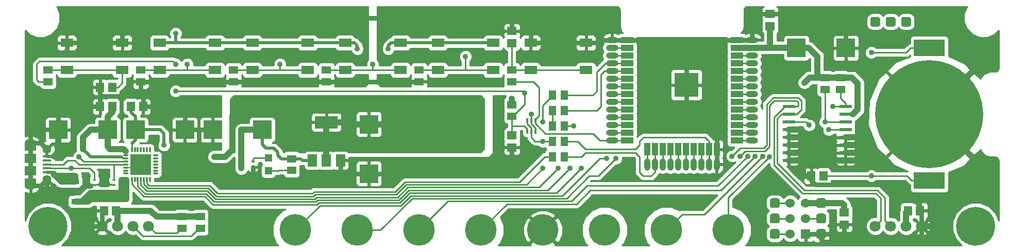
<source format=gbl>
G04 #@! TF.GenerationSoftware,KiCad,Pcbnew,no-vcs-found-67ccf76~61~ubuntu16.04.1*
G04 #@! TF.CreationDate,2018-03-11T14:56:02+05:30*
G04 #@! TF.ProjectId,k3jr_controller,6B336A725F636F6E74726F6C6C65722E,rev 1*
G04 #@! TF.SameCoordinates,Original*
G04 #@! TF.FileFunction,Copper,L2,Bot,Signal*
G04 #@! TF.FilePolarity,Positive*
%FSLAX46Y46*%
G04 Gerber Fmt 4.6, Leading zero omitted, Abs format (unit mm)*
G04 Created by KiCad (PCBNEW no-vcs-found-67ccf76~61~ubuntu16.04.1) date Sun Mar 11 14:56:02 2018*
%MOMM*%
%LPD*%
G01*
G04 APERTURE LIST*
%ADD10R,1.900000X1.500000*%
%ADD11C,1.450000*%
%ADD12R,1.350000X0.400000*%
%ADD13O,1.900000X1.200000*%
%ADD14R,1.900000X1.200000*%
%ADD15C,0.800000*%
%ADD16C,6.400000*%
%ADD17R,2.100000X1.400000*%
%ADD18C,5.200000*%
%ADD19R,3.048000X3.048000*%
%ADD20O,0.850000X0.300000*%
%ADD21O,0.300000X0.850000*%
%ADD22R,1.675000X1.675000*%
%ADD23R,1.498600X1.300480*%
%ADD24R,1.350000X1.550000*%
%ADD25R,0.500000X0.250000*%
%ADD26R,1.500000X2.000000*%
%ADD27R,3.800000X2.000000*%
%ADD28R,1.300480X1.498600*%
%ADD29R,0.400000X0.650000*%
%ADD30R,1.550000X1.350000*%
%ADD31C,0.150000*%
%ADD32C,1.600000*%
%ADD33R,5.080000X2.794000*%
%ADD34C,17.780000*%
%ADD35R,1.998980X0.599440*%
%ADD36C,1.524000*%
%ADD37R,1.524000X1.524000*%
%ADD38C,1.800000*%
%ADD39R,1.200000X0.900000*%
%ADD40R,0.600000X0.400000*%
%ADD41O,1.000000X2.000000*%
%ADD42O,2.000000X1.000000*%
%ADD43R,4.000000X4.000000*%
%ADD44R,2.000000X1.000000*%
%ADD45R,1.000000X2.000000*%
%ADD46R,1.198880X1.198880*%
%ADD47C,0.900000*%
%ADD48C,1.016000*%
%ADD49C,0.762000*%
%ADD50C,0.254000*%
%ADD51C,0.508000*%
%ADD52C,0.152400*%
G04 APERTURE END LIST*
D10*
X52355000Y-76470000D03*
D11*
X55055000Y-79970000D03*
D12*
X55055000Y-78120000D03*
X55055000Y-78770000D03*
X55055000Y-76170000D03*
X55055000Y-76820000D03*
X55055000Y-77470000D03*
D11*
X55055000Y-74970000D03*
D10*
X52355000Y-78470000D03*
D13*
X52355000Y-80970000D03*
X52355000Y-73970000D03*
D14*
X52355000Y-74570000D03*
X52355000Y-80370000D03*
D15*
X56942056Y-85932944D03*
X55245000Y-85230000D03*
X53547944Y-85932944D03*
X52845000Y-87630000D03*
X53547944Y-89327056D03*
X55245000Y-90030000D03*
X56942056Y-89327056D03*
X57645000Y-87630000D03*
D16*
X55245000Y-87630000D03*
D17*
X73555000Y-57440000D03*
X82655000Y-57440000D03*
X82655000Y-61940000D03*
X73555000Y-61940000D03*
D18*
X126365000Y-88265000D03*
X156845000Y-88265000D03*
X167005000Y-88265000D03*
D19*
X186309000Y-58293000D03*
X178181000Y-58293000D03*
D15*
X70485000Y-77470000D03*
X69850000Y-76835000D03*
X71120000Y-76835000D03*
X71120000Y-78105000D03*
X69850000Y-78105000D03*
D20*
X68035000Y-78970000D03*
X68035000Y-78470000D03*
X68035000Y-77970000D03*
X68035000Y-77470000D03*
X68035000Y-76970000D03*
X68035000Y-76470000D03*
X68035000Y-75970000D03*
D21*
X68985000Y-75020000D03*
X69485000Y-75020000D03*
X69985000Y-75020000D03*
X70485000Y-75020000D03*
X70985000Y-75020000D03*
X71485000Y-75020000D03*
X71985000Y-75020000D03*
D20*
X72935000Y-75970000D03*
X72935000Y-76470000D03*
X72935000Y-76970000D03*
X72935000Y-77470000D03*
X72935000Y-77970000D03*
X72935000Y-78470000D03*
X72935000Y-78970000D03*
D21*
X71985000Y-79920000D03*
X71485000Y-79920000D03*
X70985000Y-79920000D03*
X70485000Y-79920000D03*
X69985000Y-79920000D03*
X69485000Y-79920000D03*
X68985000Y-79920000D03*
D22*
X71322500Y-76632500D03*
X71322500Y-78307500D03*
X69647500Y-76632500D03*
X69647500Y-78307500D03*
D23*
X70485000Y-61912500D03*
X70485000Y-63817500D03*
X85725000Y-61912500D03*
X85725000Y-63817500D03*
D24*
X64405000Y-85090000D03*
X66405000Y-85090000D03*
D17*
X143615000Y-61940000D03*
X134515000Y-61940000D03*
X134515000Y-57440000D03*
X143615000Y-57440000D03*
D25*
X66040000Y-80766000D03*
X66040000Y-80016000D03*
D19*
X107950000Y-78994000D03*
X107950000Y-70866000D03*
X82296000Y-71755000D03*
X90424000Y-71755000D03*
D24*
X182610000Y-79375000D03*
X180610000Y-79375000D03*
D23*
X100965000Y-61912500D03*
X100965000Y-63817500D03*
X116205000Y-61912500D03*
X116205000Y-63817500D03*
X80250000Y-86047500D03*
X80250000Y-87952500D03*
D26*
X103265000Y-76810000D03*
X98665000Y-76810000D03*
X100965000Y-76810000D03*
D27*
X100965000Y-70510000D03*
D28*
X140017500Y-68580000D03*
X138112500Y-68580000D03*
X138112500Y-71120000D03*
X140017500Y-71120000D03*
X140017500Y-73660000D03*
X138112500Y-73660000D03*
X140017500Y-76200000D03*
X138112500Y-76200000D03*
D23*
X131445000Y-63817500D03*
X131445000Y-61912500D03*
X55245000Y-63817500D03*
X55245000Y-61912500D03*
X95250000Y-76517500D03*
X95250000Y-78422500D03*
X131445000Y-67627500D03*
X131445000Y-69532500D03*
D29*
X133970000Y-72070000D03*
X135270000Y-72070000D03*
X134620000Y-70170000D03*
X134620000Y-72070000D03*
X135270000Y-70170000D03*
X133970000Y-70170000D03*
D30*
X173863000Y-54721000D03*
X173863000Y-52721000D03*
D24*
X68850000Y-67945000D03*
X70850000Y-67945000D03*
D17*
X88795000Y-57440000D03*
X97895000Y-57440000D03*
X97895000Y-61940000D03*
X88795000Y-61940000D03*
D19*
X77724000Y-71755000D03*
X69596000Y-71755000D03*
D24*
X65770000Y-67945000D03*
X63770000Y-67945000D03*
D19*
X56896000Y-71755000D03*
X65024000Y-71755000D03*
D30*
X131445000Y-57515000D03*
X131445000Y-55515000D03*
D24*
X65770000Y-64770000D03*
X63770000Y-64770000D03*
D23*
X77250000Y-86047500D03*
X77250000Y-87952500D03*
X185420000Y-63182500D03*
X185420000Y-65087500D03*
X182880000Y-63182500D03*
X182880000Y-65087500D03*
D31*
G36*
X191574207Y-53176926D02*
X191613036Y-53182686D01*
X191651114Y-53192224D01*
X191688073Y-53205448D01*
X191723559Y-53222231D01*
X191757228Y-53242412D01*
X191788757Y-53265796D01*
X191817843Y-53292157D01*
X191844204Y-53321243D01*
X191867588Y-53352772D01*
X191887769Y-53386441D01*
X191904552Y-53421927D01*
X191917776Y-53458886D01*
X191927314Y-53496964D01*
X191933074Y-53535793D01*
X191935000Y-53575000D01*
X191935000Y-54375000D01*
X191933074Y-54414207D01*
X191927314Y-54453036D01*
X191917776Y-54491114D01*
X191904552Y-54528073D01*
X191887769Y-54563559D01*
X191867588Y-54597228D01*
X191844204Y-54628757D01*
X191817843Y-54657843D01*
X191788757Y-54684204D01*
X191757228Y-54707588D01*
X191723559Y-54727769D01*
X191688073Y-54744552D01*
X191651114Y-54757776D01*
X191613036Y-54767314D01*
X191574207Y-54773074D01*
X191535000Y-54775000D01*
X190735000Y-54775000D01*
X190695793Y-54773074D01*
X190656964Y-54767314D01*
X190618886Y-54757776D01*
X190581927Y-54744552D01*
X190546441Y-54727769D01*
X190512772Y-54707588D01*
X190481243Y-54684204D01*
X190452157Y-54657843D01*
X190425796Y-54628757D01*
X190402412Y-54597228D01*
X190382231Y-54563559D01*
X190365448Y-54528073D01*
X190352224Y-54491114D01*
X190342686Y-54453036D01*
X190336926Y-54414207D01*
X190335000Y-54375000D01*
X190335000Y-53575000D01*
X190336926Y-53535793D01*
X190342686Y-53496964D01*
X190352224Y-53458886D01*
X190365448Y-53421927D01*
X190382231Y-53386441D01*
X190402412Y-53352772D01*
X190425796Y-53321243D01*
X190452157Y-53292157D01*
X190481243Y-53265796D01*
X190512772Y-53242412D01*
X190546441Y-53222231D01*
X190581927Y-53205448D01*
X190618886Y-53192224D01*
X190656964Y-53182686D01*
X190695793Y-53176926D01*
X190735000Y-53175000D01*
X191535000Y-53175000D01*
X191574207Y-53176926D01*
X191574207Y-53176926D01*
G37*
D32*
X191135000Y-53975000D03*
D17*
X104035000Y-57440000D03*
X113135000Y-57440000D03*
X113135000Y-61940000D03*
X104035000Y-61940000D03*
D15*
X209342056Y-85932944D03*
X207645000Y-85230000D03*
X205947944Y-85932944D03*
X205245000Y-87630000D03*
X205947944Y-89327056D03*
X207645000Y-90030000D03*
X209342056Y-89327056D03*
X210045000Y-87630000D03*
D16*
X207645000Y-87630000D03*
D33*
X200025000Y-80137000D03*
X200025000Y-58293000D03*
D34*
X200025000Y-69215000D03*
D35*
X176959260Y-67945000D03*
X176959260Y-69215000D03*
X176959260Y-70485000D03*
X176959260Y-71755000D03*
X176959260Y-73025000D03*
X176959260Y-74295000D03*
X176959260Y-75565000D03*
X176959260Y-76835000D03*
X186260740Y-76835000D03*
X186260740Y-75565000D03*
X186260740Y-74295000D03*
X186260740Y-73025000D03*
X186260740Y-71755000D03*
X186260740Y-70485000D03*
X186260740Y-69215000D03*
X186260740Y-67945000D03*
D17*
X67415000Y-61940000D03*
X58315000Y-61940000D03*
X58315000Y-57440000D03*
X67415000Y-57440000D03*
D18*
X136525000Y-88265000D03*
X146685000Y-88265000D03*
D31*
G36*
X182684207Y-88101926D02*
X182723036Y-88107686D01*
X182761114Y-88117224D01*
X182798073Y-88130448D01*
X182833559Y-88147231D01*
X182867228Y-88167412D01*
X182898757Y-88190796D01*
X182927843Y-88217157D01*
X182954204Y-88246243D01*
X182977588Y-88277772D01*
X182997769Y-88311441D01*
X183014552Y-88346927D01*
X183027776Y-88383886D01*
X183037314Y-88421964D01*
X183043074Y-88460793D01*
X183045000Y-88500000D01*
X183045000Y-89300000D01*
X183043074Y-89339207D01*
X183037314Y-89378036D01*
X183027776Y-89416114D01*
X183014552Y-89453073D01*
X182997769Y-89488559D01*
X182977588Y-89522228D01*
X182954204Y-89553757D01*
X182927843Y-89582843D01*
X182898757Y-89609204D01*
X182867228Y-89632588D01*
X182833559Y-89652769D01*
X182798073Y-89669552D01*
X182761114Y-89682776D01*
X182723036Y-89692314D01*
X182684207Y-89698074D01*
X182645000Y-89700000D01*
X181845000Y-89700000D01*
X181805793Y-89698074D01*
X181766964Y-89692314D01*
X181728886Y-89682776D01*
X181691927Y-89669552D01*
X181656441Y-89652769D01*
X181622772Y-89632588D01*
X181591243Y-89609204D01*
X181562157Y-89582843D01*
X181535796Y-89553757D01*
X181512412Y-89522228D01*
X181492231Y-89488559D01*
X181475448Y-89453073D01*
X181462224Y-89416114D01*
X181452686Y-89378036D01*
X181446926Y-89339207D01*
X181445000Y-89300000D01*
X181445000Y-88500000D01*
X181446926Y-88460793D01*
X181452686Y-88421964D01*
X181462224Y-88383886D01*
X181475448Y-88346927D01*
X181492231Y-88311441D01*
X181512412Y-88277772D01*
X181535796Y-88246243D01*
X181562157Y-88217157D01*
X181591243Y-88190796D01*
X181622772Y-88167412D01*
X181656441Y-88147231D01*
X181691927Y-88130448D01*
X181728886Y-88117224D01*
X181766964Y-88107686D01*
X181805793Y-88101926D01*
X181845000Y-88100000D01*
X182645000Y-88100000D01*
X182684207Y-88101926D01*
X182684207Y-88101926D01*
G37*
D32*
X182245000Y-88900000D03*
D31*
G36*
X175064207Y-88101926D02*
X175103036Y-88107686D01*
X175141114Y-88117224D01*
X175178073Y-88130448D01*
X175213559Y-88147231D01*
X175247228Y-88167412D01*
X175278757Y-88190796D01*
X175307843Y-88217157D01*
X175334204Y-88246243D01*
X175357588Y-88277772D01*
X175377769Y-88311441D01*
X175394552Y-88346927D01*
X175407776Y-88383886D01*
X175417314Y-88421964D01*
X175423074Y-88460793D01*
X175425000Y-88500000D01*
X175425000Y-89300000D01*
X175423074Y-89339207D01*
X175417314Y-89378036D01*
X175407776Y-89416114D01*
X175394552Y-89453073D01*
X175377769Y-89488559D01*
X175357588Y-89522228D01*
X175334204Y-89553757D01*
X175307843Y-89582843D01*
X175278757Y-89609204D01*
X175247228Y-89632588D01*
X175213559Y-89652769D01*
X175178073Y-89669552D01*
X175141114Y-89682776D01*
X175103036Y-89692314D01*
X175064207Y-89698074D01*
X175025000Y-89700000D01*
X174225000Y-89700000D01*
X174185793Y-89698074D01*
X174146964Y-89692314D01*
X174108886Y-89682776D01*
X174071927Y-89669552D01*
X174036441Y-89652769D01*
X174002772Y-89632588D01*
X173971243Y-89609204D01*
X173942157Y-89582843D01*
X173915796Y-89553757D01*
X173892412Y-89522228D01*
X173872231Y-89488559D01*
X173855448Y-89453073D01*
X173842224Y-89416114D01*
X173832686Y-89378036D01*
X173826926Y-89339207D01*
X173825000Y-89300000D01*
X173825000Y-88500000D01*
X173826926Y-88460793D01*
X173832686Y-88421964D01*
X173842224Y-88383886D01*
X173855448Y-88346927D01*
X173872231Y-88311441D01*
X173892412Y-88277772D01*
X173915796Y-88246243D01*
X173942157Y-88217157D01*
X173971243Y-88190796D01*
X174002772Y-88167412D01*
X174036441Y-88147231D01*
X174071927Y-88130448D01*
X174108886Y-88117224D01*
X174146964Y-88107686D01*
X174185793Y-88101926D01*
X174225000Y-88100000D01*
X175025000Y-88100000D01*
X175064207Y-88101926D01*
X175064207Y-88101926D01*
G37*
D32*
X174625000Y-88900000D03*
D31*
G36*
X182684207Y-85561926D02*
X182723036Y-85567686D01*
X182761114Y-85577224D01*
X182798073Y-85590448D01*
X182833559Y-85607231D01*
X182867228Y-85627412D01*
X182898757Y-85650796D01*
X182927843Y-85677157D01*
X182954204Y-85706243D01*
X182977588Y-85737772D01*
X182997769Y-85771441D01*
X183014552Y-85806927D01*
X183027776Y-85843886D01*
X183037314Y-85881964D01*
X183043074Y-85920793D01*
X183045000Y-85960000D01*
X183045000Y-86760000D01*
X183043074Y-86799207D01*
X183037314Y-86838036D01*
X183027776Y-86876114D01*
X183014552Y-86913073D01*
X182997769Y-86948559D01*
X182977588Y-86982228D01*
X182954204Y-87013757D01*
X182927843Y-87042843D01*
X182898757Y-87069204D01*
X182867228Y-87092588D01*
X182833559Y-87112769D01*
X182798073Y-87129552D01*
X182761114Y-87142776D01*
X182723036Y-87152314D01*
X182684207Y-87158074D01*
X182645000Y-87160000D01*
X181845000Y-87160000D01*
X181805793Y-87158074D01*
X181766964Y-87152314D01*
X181728886Y-87142776D01*
X181691927Y-87129552D01*
X181656441Y-87112769D01*
X181622772Y-87092588D01*
X181591243Y-87069204D01*
X181562157Y-87042843D01*
X181535796Y-87013757D01*
X181512412Y-86982228D01*
X181492231Y-86948559D01*
X181475448Y-86913073D01*
X181462224Y-86876114D01*
X181452686Y-86838036D01*
X181446926Y-86799207D01*
X181445000Y-86760000D01*
X181445000Y-85960000D01*
X181446926Y-85920793D01*
X181452686Y-85881964D01*
X181462224Y-85843886D01*
X181475448Y-85806927D01*
X181492231Y-85771441D01*
X181512412Y-85737772D01*
X181535796Y-85706243D01*
X181562157Y-85677157D01*
X181591243Y-85650796D01*
X181622772Y-85627412D01*
X181656441Y-85607231D01*
X181691927Y-85590448D01*
X181728886Y-85577224D01*
X181766964Y-85567686D01*
X181805793Y-85561926D01*
X181845000Y-85560000D01*
X182645000Y-85560000D01*
X182684207Y-85561926D01*
X182684207Y-85561926D01*
G37*
D32*
X182245000Y-86360000D03*
D36*
X179705000Y-83820000D03*
X177165000Y-83820000D03*
X179705000Y-86360000D03*
X177165000Y-86360000D03*
D37*
X179705000Y-88900000D03*
D36*
X177165000Y-88900000D03*
D31*
G36*
X175064207Y-85561926D02*
X175103036Y-85567686D01*
X175141114Y-85577224D01*
X175178073Y-85590448D01*
X175213559Y-85607231D01*
X175247228Y-85627412D01*
X175278757Y-85650796D01*
X175307843Y-85677157D01*
X175334204Y-85706243D01*
X175357588Y-85737772D01*
X175377769Y-85771441D01*
X175394552Y-85806927D01*
X175407776Y-85843886D01*
X175417314Y-85881964D01*
X175423074Y-85920793D01*
X175425000Y-85960000D01*
X175425000Y-86760000D01*
X175423074Y-86799207D01*
X175417314Y-86838036D01*
X175407776Y-86876114D01*
X175394552Y-86913073D01*
X175377769Y-86948559D01*
X175357588Y-86982228D01*
X175334204Y-87013757D01*
X175307843Y-87042843D01*
X175278757Y-87069204D01*
X175247228Y-87092588D01*
X175213559Y-87112769D01*
X175178073Y-87129552D01*
X175141114Y-87142776D01*
X175103036Y-87152314D01*
X175064207Y-87158074D01*
X175025000Y-87160000D01*
X174225000Y-87160000D01*
X174185793Y-87158074D01*
X174146964Y-87152314D01*
X174108886Y-87142776D01*
X174071927Y-87129552D01*
X174036441Y-87112769D01*
X174002772Y-87092588D01*
X173971243Y-87069204D01*
X173942157Y-87042843D01*
X173915796Y-87013757D01*
X173892412Y-86982228D01*
X173872231Y-86948559D01*
X173855448Y-86913073D01*
X173842224Y-86876114D01*
X173832686Y-86838036D01*
X173826926Y-86799207D01*
X173825000Y-86760000D01*
X173825000Y-85960000D01*
X173826926Y-85920793D01*
X173832686Y-85881964D01*
X173842224Y-85843886D01*
X173855448Y-85806927D01*
X173872231Y-85771441D01*
X173892412Y-85737772D01*
X173915796Y-85706243D01*
X173942157Y-85677157D01*
X173971243Y-85650796D01*
X174002772Y-85627412D01*
X174036441Y-85607231D01*
X174071927Y-85590448D01*
X174108886Y-85577224D01*
X174146964Y-85567686D01*
X174185793Y-85561926D01*
X174225000Y-85560000D01*
X175025000Y-85560000D01*
X175064207Y-85561926D01*
X175064207Y-85561926D01*
G37*
D32*
X174625000Y-86360000D03*
D31*
G36*
X182684207Y-83021926D02*
X182723036Y-83027686D01*
X182761114Y-83037224D01*
X182798073Y-83050448D01*
X182833559Y-83067231D01*
X182867228Y-83087412D01*
X182898757Y-83110796D01*
X182927843Y-83137157D01*
X182954204Y-83166243D01*
X182977588Y-83197772D01*
X182997769Y-83231441D01*
X183014552Y-83266927D01*
X183027776Y-83303886D01*
X183037314Y-83341964D01*
X183043074Y-83380793D01*
X183045000Y-83420000D01*
X183045000Y-84220000D01*
X183043074Y-84259207D01*
X183037314Y-84298036D01*
X183027776Y-84336114D01*
X183014552Y-84373073D01*
X182997769Y-84408559D01*
X182977588Y-84442228D01*
X182954204Y-84473757D01*
X182927843Y-84502843D01*
X182898757Y-84529204D01*
X182867228Y-84552588D01*
X182833559Y-84572769D01*
X182798073Y-84589552D01*
X182761114Y-84602776D01*
X182723036Y-84612314D01*
X182684207Y-84618074D01*
X182645000Y-84620000D01*
X181845000Y-84620000D01*
X181805793Y-84618074D01*
X181766964Y-84612314D01*
X181728886Y-84602776D01*
X181691927Y-84589552D01*
X181656441Y-84572769D01*
X181622772Y-84552588D01*
X181591243Y-84529204D01*
X181562157Y-84502843D01*
X181535796Y-84473757D01*
X181512412Y-84442228D01*
X181492231Y-84408559D01*
X181475448Y-84373073D01*
X181462224Y-84336114D01*
X181452686Y-84298036D01*
X181446926Y-84259207D01*
X181445000Y-84220000D01*
X181445000Y-83420000D01*
X181446926Y-83380793D01*
X181452686Y-83341964D01*
X181462224Y-83303886D01*
X181475448Y-83266927D01*
X181492231Y-83231441D01*
X181512412Y-83197772D01*
X181535796Y-83166243D01*
X181562157Y-83137157D01*
X181591243Y-83110796D01*
X181622772Y-83087412D01*
X181656441Y-83067231D01*
X181691927Y-83050448D01*
X181728886Y-83037224D01*
X181766964Y-83027686D01*
X181805793Y-83021926D01*
X181845000Y-83020000D01*
X182645000Y-83020000D01*
X182684207Y-83021926D01*
X182684207Y-83021926D01*
G37*
D32*
X182245000Y-83820000D03*
D31*
G36*
X175064207Y-83021926D02*
X175103036Y-83027686D01*
X175141114Y-83037224D01*
X175178073Y-83050448D01*
X175213559Y-83067231D01*
X175247228Y-83087412D01*
X175278757Y-83110796D01*
X175307843Y-83137157D01*
X175334204Y-83166243D01*
X175357588Y-83197772D01*
X175377769Y-83231441D01*
X175394552Y-83266927D01*
X175407776Y-83303886D01*
X175417314Y-83341964D01*
X175423074Y-83380793D01*
X175425000Y-83420000D01*
X175425000Y-84220000D01*
X175423074Y-84259207D01*
X175417314Y-84298036D01*
X175407776Y-84336114D01*
X175394552Y-84373073D01*
X175377769Y-84408559D01*
X175357588Y-84442228D01*
X175334204Y-84473757D01*
X175307843Y-84502843D01*
X175278757Y-84529204D01*
X175247228Y-84552588D01*
X175213559Y-84572769D01*
X175178073Y-84589552D01*
X175141114Y-84602776D01*
X175103036Y-84612314D01*
X175064207Y-84618074D01*
X175025000Y-84620000D01*
X174225000Y-84620000D01*
X174185793Y-84618074D01*
X174146964Y-84612314D01*
X174108886Y-84602776D01*
X174071927Y-84589552D01*
X174036441Y-84572769D01*
X174002772Y-84552588D01*
X173971243Y-84529204D01*
X173942157Y-84502843D01*
X173915796Y-84473757D01*
X173892412Y-84442228D01*
X173872231Y-84408559D01*
X173855448Y-84373073D01*
X173842224Y-84336114D01*
X173832686Y-84298036D01*
X173826926Y-84259207D01*
X173825000Y-84220000D01*
X173825000Y-83420000D01*
X173826926Y-83380793D01*
X173832686Y-83341964D01*
X173842224Y-83303886D01*
X173855448Y-83266927D01*
X173872231Y-83231441D01*
X173892412Y-83197772D01*
X173915796Y-83166243D01*
X173942157Y-83137157D01*
X173971243Y-83110796D01*
X174002772Y-83087412D01*
X174036441Y-83067231D01*
X174071927Y-83050448D01*
X174108886Y-83037224D01*
X174146964Y-83027686D01*
X174185793Y-83021926D01*
X174225000Y-83020000D01*
X175025000Y-83020000D01*
X175064207Y-83021926D01*
X175064207Y-83021926D01*
G37*
D32*
X174625000Y-83820000D03*
D30*
X186055000Y-87360000D03*
X186055000Y-85360000D03*
D31*
G36*
X196654207Y-53176926D02*
X196693036Y-53182686D01*
X196731114Y-53192224D01*
X196768073Y-53205448D01*
X196803559Y-53222231D01*
X196837228Y-53242412D01*
X196868757Y-53265796D01*
X196897843Y-53292157D01*
X196924204Y-53321243D01*
X196947588Y-53352772D01*
X196967769Y-53386441D01*
X196984552Y-53421927D01*
X196997776Y-53458886D01*
X197007314Y-53496964D01*
X197013074Y-53535793D01*
X197015000Y-53575000D01*
X197015000Y-54375000D01*
X197013074Y-54414207D01*
X197007314Y-54453036D01*
X196997776Y-54491114D01*
X196984552Y-54528073D01*
X196967769Y-54563559D01*
X196947588Y-54597228D01*
X196924204Y-54628757D01*
X196897843Y-54657843D01*
X196868757Y-54684204D01*
X196837228Y-54707588D01*
X196803559Y-54727769D01*
X196768073Y-54744552D01*
X196731114Y-54757776D01*
X196693036Y-54767314D01*
X196654207Y-54773074D01*
X196615000Y-54775000D01*
X195815000Y-54775000D01*
X195775793Y-54773074D01*
X195736964Y-54767314D01*
X195698886Y-54757776D01*
X195661927Y-54744552D01*
X195626441Y-54727769D01*
X195592772Y-54707588D01*
X195561243Y-54684204D01*
X195532157Y-54657843D01*
X195505796Y-54628757D01*
X195482412Y-54597228D01*
X195462231Y-54563559D01*
X195445448Y-54528073D01*
X195432224Y-54491114D01*
X195422686Y-54453036D01*
X195416926Y-54414207D01*
X195415000Y-54375000D01*
X195415000Y-53575000D01*
X195416926Y-53535793D01*
X195422686Y-53496964D01*
X195432224Y-53458886D01*
X195445448Y-53421927D01*
X195462231Y-53386441D01*
X195482412Y-53352772D01*
X195505796Y-53321243D01*
X195532157Y-53292157D01*
X195561243Y-53265796D01*
X195592772Y-53242412D01*
X195626441Y-53222231D01*
X195661927Y-53205448D01*
X195698886Y-53192224D01*
X195736964Y-53182686D01*
X195775793Y-53176926D01*
X195815000Y-53175000D01*
X196615000Y-53175000D01*
X196654207Y-53176926D01*
X196654207Y-53176926D01*
G37*
D32*
X196215000Y-53975000D03*
D31*
G36*
X194114207Y-53176926D02*
X194153036Y-53182686D01*
X194191114Y-53192224D01*
X194228073Y-53205448D01*
X194263559Y-53222231D01*
X194297228Y-53242412D01*
X194328757Y-53265796D01*
X194357843Y-53292157D01*
X194384204Y-53321243D01*
X194407588Y-53352772D01*
X194427769Y-53386441D01*
X194444552Y-53421927D01*
X194457776Y-53458886D01*
X194467314Y-53496964D01*
X194473074Y-53535793D01*
X194475000Y-53575000D01*
X194475000Y-54375000D01*
X194473074Y-54414207D01*
X194467314Y-54453036D01*
X194457776Y-54491114D01*
X194444552Y-54528073D01*
X194427769Y-54563559D01*
X194407588Y-54597228D01*
X194384204Y-54628757D01*
X194357843Y-54657843D01*
X194328757Y-54684204D01*
X194297228Y-54707588D01*
X194263559Y-54727769D01*
X194228073Y-54744552D01*
X194191114Y-54757776D01*
X194153036Y-54767314D01*
X194114207Y-54773074D01*
X194075000Y-54775000D01*
X193275000Y-54775000D01*
X193235793Y-54773074D01*
X193196964Y-54767314D01*
X193158886Y-54757776D01*
X193121927Y-54744552D01*
X193086441Y-54727769D01*
X193052772Y-54707588D01*
X193021243Y-54684204D01*
X192992157Y-54657843D01*
X192965796Y-54628757D01*
X192942412Y-54597228D01*
X192922231Y-54563559D01*
X192905448Y-54528073D01*
X192892224Y-54491114D01*
X192882686Y-54453036D01*
X192876926Y-54414207D01*
X192875000Y-54375000D01*
X192875000Y-53575000D01*
X192876926Y-53535793D01*
X192882686Y-53496964D01*
X192892224Y-53458886D01*
X192905448Y-53421927D01*
X192922231Y-53386441D01*
X192942412Y-53352772D01*
X192965796Y-53321243D01*
X192992157Y-53292157D01*
X193021243Y-53265796D01*
X193052772Y-53242412D01*
X193086441Y-53222231D01*
X193121927Y-53205448D01*
X193158886Y-53192224D01*
X193196964Y-53182686D01*
X193235793Y-53176926D01*
X193275000Y-53175000D01*
X194075000Y-53175000D01*
X194114207Y-53176926D01*
X194114207Y-53176926D01*
G37*
D32*
X193675000Y-53975000D03*
D38*
X64135000Y-87630000D03*
X66675000Y-87630000D03*
X69215000Y-87630000D03*
X71755000Y-87630000D03*
X191135000Y-87630000D03*
X193675000Y-87630000D03*
X196215000Y-87630000D03*
X198755000Y-87630000D03*
D24*
X196485000Y-85090000D03*
X198485000Y-85090000D03*
D39*
X59690000Y-80265000D03*
X59690000Y-83565000D03*
D25*
X62865000Y-80766000D03*
X62865000Y-80016000D03*
D18*
X106045000Y-88265000D03*
X95885000Y-88265000D03*
D40*
X88900000Y-77920000D03*
X88900000Y-77020000D03*
D41*
X158750000Y-77480000D03*
X153670000Y-77480000D03*
X154940000Y-77480000D03*
X156210000Y-77480000D03*
X157480000Y-77480000D03*
X160020000Y-77480000D03*
X161290000Y-77480000D03*
X162560000Y-77480000D03*
X163830000Y-77480000D03*
X165100000Y-77480000D03*
D42*
X147885000Y-59520000D03*
X147885000Y-70950000D03*
X147885000Y-62060000D03*
X147885000Y-64600000D03*
X147885000Y-65870000D03*
X147885000Y-72220000D03*
X147885000Y-73490000D03*
X147885000Y-63330000D03*
X147885000Y-69680000D03*
X147885000Y-56980000D03*
X147885000Y-60790000D03*
X147885000Y-68410000D03*
X147885000Y-67140000D03*
X147885000Y-58250000D03*
X170885000Y-73490000D03*
X170885000Y-72220000D03*
X170885000Y-70950000D03*
X170885000Y-69680000D03*
X170885000Y-68410000D03*
X170885000Y-67140000D03*
X170885000Y-65870000D03*
X170885000Y-64600000D03*
X170885000Y-63330000D03*
X170885000Y-62060000D03*
X170885000Y-60790000D03*
X170885000Y-59520000D03*
X170885000Y-58250000D03*
X170885000Y-56980000D03*
D43*
X160085000Y-64380000D03*
D44*
X150385000Y-56980000D03*
X150385000Y-58250000D03*
X150385000Y-59520000D03*
X150385000Y-60790000D03*
X150385000Y-62060000D03*
X150385000Y-63330000D03*
X150385000Y-64600000D03*
X150385000Y-65870000D03*
X150385000Y-67140000D03*
X150385000Y-68410000D03*
X150385000Y-69680000D03*
X150385000Y-70950000D03*
X150385000Y-72220000D03*
X150385000Y-73490000D03*
D45*
X153670000Y-74980000D03*
X154940000Y-74980000D03*
X156210000Y-74980000D03*
X157480000Y-74980000D03*
X158750000Y-74980000D03*
X160020000Y-74980000D03*
X161290000Y-74980000D03*
X162560000Y-74980000D03*
X163830000Y-74980000D03*
X165100000Y-74980000D03*
D44*
X168385000Y-73490000D03*
X168385000Y-72220000D03*
X168385000Y-70950000D03*
X168385000Y-69680000D03*
X168385000Y-68410000D03*
X168385000Y-67140000D03*
X168385000Y-65870000D03*
X168385000Y-64600000D03*
X168385000Y-63330000D03*
X168385000Y-62060000D03*
X168385000Y-60790000D03*
X168385000Y-59520000D03*
X168385000Y-58250000D03*
X168385000Y-56980000D03*
D28*
X140017500Y-66040000D03*
X138112500Y-66040000D03*
D30*
X131445000Y-72660000D03*
X131445000Y-74660000D03*
D17*
X119275000Y-57440000D03*
X128375000Y-57440000D03*
X128375000Y-61940000D03*
X119275000Y-61940000D03*
D46*
X91440000Y-78519020D03*
X91440000Y-76420980D03*
D18*
X116205000Y-88265000D03*
D47*
X58547000Y-80264000D03*
X59690000Y-79375000D03*
X56388000Y-79248000D03*
X57404000Y-80264000D03*
X111125000Y-58419998D03*
X106045000Y-58420000D03*
X93980000Y-74295000D03*
X121285000Y-74295000D03*
X126365000Y-74295000D03*
X123825000Y-74295000D03*
X126365000Y-66675000D03*
X123825000Y-66675000D03*
X121285000Y-66675000D03*
X118745000Y-66675000D03*
X116205000Y-66675000D03*
X113665000Y-66675000D03*
X111125000Y-66675000D03*
X108585000Y-66675000D03*
X106045000Y-66675000D03*
X103505000Y-66675000D03*
X100965000Y-66675000D03*
X98425000Y-66675000D03*
X95885000Y-66675000D03*
X93980000Y-70485000D03*
X93980000Y-72390000D03*
X95885000Y-74295000D03*
X98425000Y-74295000D03*
X100965000Y-74295000D03*
X103505000Y-74295000D03*
X106045000Y-74295000D03*
X108585000Y-74295000D03*
X113665000Y-74295000D03*
X116205000Y-74295000D03*
X118745000Y-74295000D03*
X183515000Y-71755000D03*
X123825000Y-59690000D03*
X184150000Y-67945000D03*
X182880000Y-70485000D03*
X171400000Y-76100000D03*
X172619139Y-76124869D03*
X173719790Y-76199990D03*
X170200000Y-76100000D03*
X60325000Y-76200000D03*
X59054970Y-78105000D03*
X78105000Y-60960000D03*
X93345000Y-60960000D03*
X141605000Y-71120000D03*
X140970000Y-78105000D03*
X136525000Y-70485000D03*
X139065000Y-78105000D03*
X148500000Y-76500000D03*
X136525000Y-73660000D03*
X136525000Y-78105000D03*
X142875000Y-78105000D03*
X134620000Y-69215000D03*
X76200000Y-65405000D03*
X76200000Y-60960000D03*
X133500000Y-65749996D03*
X126365000Y-70485000D03*
X126365000Y-68580000D03*
X103505000Y-68580000D03*
X97155000Y-72390000D03*
X104775000Y-69850000D03*
X97155000Y-69850000D03*
X98425000Y-68580000D03*
X99695000Y-68580000D03*
X102235000Y-68580000D03*
X100965000Y-68580000D03*
X93980000Y-66675000D03*
X111125000Y-74295000D03*
X104775000Y-72390000D03*
X104775000Y-71120000D03*
X97155000Y-71120000D03*
X126365000Y-72390000D03*
X60960000Y-73025000D03*
X82550000Y-76200000D03*
X93980000Y-68580000D03*
X131445000Y-66675000D03*
X179500000Y-64000000D03*
X108585000Y-60960000D03*
X147000000Y-76500000D03*
X74295006Y-74295000D03*
X190500000Y-59055000D03*
X190500000Y-79375000D03*
X64770000Y-83185000D03*
X63500000Y-83185000D03*
X62230000Y-83185000D03*
X67310000Y-81280000D03*
X67310000Y-83185000D03*
X76200000Y-55880000D03*
X67310000Y-80010000D03*
X86995000Y-75565000D03*
X66040000Y-83185000D03*
X86995000Y-76835000D03*
X86995000Y-78105000D03*
X86995000Y-74295000D03*
X88265000Y-71755000D03*
X86995000Y-71755000D03*
X86995000Y-73025000D03*
X180250000Y-71000000D03*
X167600000Y-76100000D03*
X168900000Y-76100000D03*
D48*
X86995000Y-76835000D02*
X86995000Y-78105000D01*
X86995000Y-74295000D02*
X86995000Y-75565000D01*
X86995000Y-71755000D02*
X86995000Y-73025000D01*
X58547000Y-80264000D02*
X57404000Y-80264000D01*
X57405000Y-80265000D02*
X56642000Y-79502000D01*
X56769000Y-79375000D02*
X56642000Y-79502000D01*
X56642000Y-79502000D02*
X56118001Y-78978001D01*
X59690000Y-79375000D02*
X56769000Y-79375000D01*
D49*
X57250000Y-81915000D02*
X60198000Y-81915000D01*
X60198000Y-81915000D02*
X61087000Y-81026000D01*
X61087000Y-81026000D02*
X62230000Y-81026000D01*
D50*
X62230000Y-81026000D02*
X62490000Y-80766000D01*
X62490000Y-80766000D02*
X62865000Y-80766000D01*
X66040000Y-80766000D02*
X62865000Y-80766000D01*
D48*
X56896000Y-75512000D02*
X56238000Y-76170000D01*
X56896000Y-71755000D02*
X56896000Y-75512000D01*
D51*
X55055000Y-76170000D02*
X55055000Y-74970000D01*
X55055000Y-76170000D02*
X56238000Y-76170000D01*
D48*
X68072000Y-83185000D02*
X67310000Y-83185000D01*
X68072000Y-80010000D02*
X68072000Y-83185000D01*
X67310000Y-80010000D02*
X68072000Y-80010000D01*
X67310000Y-82169000D02*
X67310000Y-80010000D01*
X61850000Y-83565000D02*
X60833000Y-83565000D01*
X60833000Y-83565000D02*
X59690000Y-83565000D01*
X62229000Y-82169000D02*
X60833000Y-83565000D01*
X62230000Y-82169000D02*
X62229000Y-82169000D01*
X62230000Y-82169000D02*
X62230000Y-83185000D01*
X67310000Y-82169000D02*
X62230000Y-82169000D01*
X67310000Y-83185000D02*
X67310000Y-82169000D01*
X67310000Y-83185000D02*
X62230000Y-83185000D01*
X62230000Y-83185000D02*
X61850000Y-83565000D01*
D51*
X113135000Y-57440000D02*
X111577000Y-57440000D01*
X111577000Y-57440000D02*
X111125000Y-57892000D01*
X111125000Y-57892000D02*
X111125000Y-58419998D01*
X105593000Y-57440000D02*
X106045000Y-57892000D01*
X104035000Y-57440000D02*
X105593000Y-57440000D01*
X106045000Y-57892000D02*
X106045000Y-58420000D01*
D48*
X97155000Y-69850000D02*
X97155000Y-72390000D01*
X98425000Y-68580000D02*
X97155000Y-69850000D01*
X103505000Y-68580000D02*
X98425000Y-68580000D01*
X104775000Y-69850000D02*
X103505000Y-68580000D01*
X104775000Y-72390000D02*
X104775000Y-69850000D01*
X98425000Y-66675000D02*
X100965000Y-66675000D01*
X93980000Y-66675000D02*
X95885000Y-66675000D01*
X93980000Y-70485000D02*
X93980000Y-68580000D01*
X93980000Y-74295000D02*
X93980000Y-72390000D01*
X98425000Y-74295000D02*
X95885000Y-74295000D01*
X103505000Y-74295000D02*
X100965000Y-74295000D01*
X108585000Y-74295000D02*
X106045000Y-74295000D01*
X113665000Y-74295000D02*
X111125000Y-74295000D01*
X106045000Y-66675000D02*
X103505000Y-66675000D01*
X111125000Y-66675000D02*
X108585000Y-66675000D01*
X116205000Y-66675000D02*
X113665000Y-66675000D01*
X118745000Y-74295000D02*
X116205000Y-74295000D01*
X123825000Y-74295000D02*
X121285000Y-74295000D01*
X126365000Y-72390000D02*
X126365000Y-74295000D01*
X121285000Y-66675000D02*
X118745000Y-66675000D01*
X126365000Y-66675000D02*
X123825000Y-66675000D01*
X126365000Y-68580000D02*
X126365000Y-70485000D01*
X105156000Y-70866000D02*
X104800000Y-70510000D01*
X104800000Y-70510000D02*
X100965000Y-70510000D01*
X107950000Y-70866000D02*
X105156000Y-70866000D01*
X59690000Y-80265000D02*
X59690000Y-79375000D01*
D51*
X55910000Y-78770000D02*
X56118001Y-78978001D01*
D48*
X59690000Y-80265000D02*
X57405000Y-80265000D01*
D51*
X55055000Y-78770000D02*
X55910000Y-78770000D01*
D50*
X68035000Y-77470000D02*
X66040000Y-77470000D01*
X66040000Y-79637000D02*
X66040000Y-77470000D01*
X66040000Y-77470000D02*
X60325000Y-77470000D01*
X66040000Y-80016000D02*
X66040000Y-79637000D01*
X62865000Y-78867000D02*
X62103000Y-78105000D01*
X62103000Y-78105000D02*
X59054970Y-78105000D01*
X62865000Y-80016000D02*
X62865000Y-78867000D01*
X168385000Y-64600000D02*
X170885000Y-64600000D01*
X179705000Y-86360000D02*
X182245000Y-86360000D01*
X177165000Y-88900000D02*
X174625000Y-88900000D01*
X177165000Y-86360000D02*
X174625000Y-86360000D01*
X177165000Y-83820000D02*
X174625000Y-83820000D01*
X186260740Y-71755000D02*
X183515000Y-71755000D01*
X168385000Y-60790000D02*
X170885000Y-60790000D01*
X168385000Y-62060000D02*
X170885000Y-62060000D01*
X168385000Y-63330000D02*
X170885000Y-63330000D01*
X168385000Y-73490000D02*
X170885000Y-73490000D01*
X150385000Y-58250000D02*
X147885000Y-58250000D01*
X150385000Y-63330000D02*
X147885000Y-63330000D01*
X147885000Y-64600000D02*
X150385000Y-64600000D01*
X147885000Y-59520000D02*
X150385000Y-59520000D01*
X162560000Y-74980000D02*
X162560000Y-77480000D01*
X161290000Y-74980000D02*
X161290000Y-77480000D01*
X160020000Y-74980000D02*
X160020000Y-77480000D01*
X157480000Y-74980000D02*
X157480000Y-77480000D01*
X156210000Y-74980000D02*
X156210000Y-77480000D01*
X153670000Y-74980000D02*
X153670000Y-77480000D01*
X158750000Y-74980000D02*
X158750000Y-77480000D01*
X147885000Y-69680000D02*
X150385000Y-69680000D01*
X150385000Y-68410000D02*
X147885000Y-68410000D01*
X85752500Y-61940000D02*
X85725000Y-61912500D01*
X88795000Y-61940000D02*
X85752500Y-61940000D01*
X147885000Y-62060000D02*
X150385000Y-62060000D01*
X150385000Y-60790000D02*
X147885000Y-60790000D01*
X163830000Y-74980000D02*
X163830000Y-77480000D01*
X154940000Y-74980000D02*
X154940000Y-77480000D01*
X147885000Y-67140000D02*
X150385000Y-67140000D01*
X100992500Y-61940000D02*
X100965000Y-61912500D01*
X104035000Y-61940000D02*
X100992500Y-61940000D01*
X150385000Y-65870000D02*
X147885000Y-65870000D01*
X116232500Y-61940000D02*
X116205000Y-61912500D01*
X119275000Y-61940000D02*
X116232500Y-61940000D01*
X123825000Y-59690000D02*
X123825000Y-61940000D01*
X123825000Y-61940000D02*
X119275000Y-61940000D01*
X128375000Y-61940000D02*
X123825000Y-61940000D01*
X150385000Y-70950000D02*
X147885000Y-70950000D01*
X150385000Y-72220000D02*
X147885000Y-72220000D01*
X150385000Y-73490000D02*
X147885000Y-73490000D01*
X143615000Y-61940000D02*
X134515000Y-61940000D01*
X131472500Y-61940000D02*
X131445000Y-61912500D01*
X134515000Y-61940000D02*
X131472500Y-61940000D01*
X58315000Y-61940000D02*
X67415000Y-61940000D01*
X55272500Y-61940000D02*
X55245000Y-61912500D01*
X58315000Y-61940000D02*
X55272500Y-61940000D01*
X168385000Y-59520000D02*
X170885000Y-59520000D01*
D48*
X168385000Y-58250000D02*
X170885000Y-58250000D01*
X65770000Y-67945000D02*
X65770000Y-68850000D01*
X65024000Y-69596000D02*
X65024000Y-71755000D01*
X65770000Y-68850000D02*
X65024000Y-69596000D01*
X100965000Y-76810000D02*
X100965000Y-70510000D01*
D51*
X69596000Y-73431400D02*
X69596000Y-71755000D01*
X68850000Y-67945000D02*
X68850000Y-68850000D01*
X69596000Y-69596000D02*
X69596000Y-71755000D01*
X68850000Y-68850000D02*
X69596000Y-69596000D01*
X82655000Y-57440000D02*
X88795000Y-57440000D01*
X88795000Y-57440000D02*
X97895000Y-57440000D01*
X97895000Y-57440000D02*
X104035000Y-57440000D01*
X113135000Y-57440000D02*
X119275000Y-57440000D01*
X119275000Y-57440000D02*
X128375000Y-57440000D01*
D50*
X168385000Y-70950000D02*
X170885000Y-70950000D01*
X168385000Y-69680000D02*
X170885000Y-69680000D01*
X168385000Y-68410000D02*
X170885000Y-68410000D01*
X168385000Y-67140000D02*
X170885000Y-67140000D01*
X168385000Y-72220000D02*
X170885000Y-72220000D01*
X186260740Y-67945000D02*
X184150000Y-67945000D01*
X186260740Y-67391280D02*
X185420000Y-66550540D01*
X185420000Y-66550540D02*
X185420000Y-65087500D01*
X186260740Y-67945000D02*
X186260740Y-67391280D01*
X182880000Y-65087500D02*
X182880000Y-70485000D01*
X186260740Y-70485000D02*
X182880000Y-70485000D01*
X165750000Y-81750000D02*
X171400000Y-76100000D01*
X126365000Y-88265000D02*
X130630000Y-84000000D01*
X130630000Y-84000000D02*
X142060000Y-84000000D01*
X142060000Y-84000000D02*
X144310000Y-81750000D01*
X144310000Y-81750000D02*
X165750000Y-81750000D01*
X159444999Y-85665001D02*
X163079007Y-85665001D01*
X156845000Y-88265000D02*
X159444999Y-85665001D01*
X163079007Y-85665001D02*
X172619139Y-76124869D01*
X168385000Y-65870000D02*
X170885000Y-65870000D01*
X167005000Y-88265000D02*
X167005000Y-82914780D01*
X167005000Y-82914780D02*
X173719790Y-76199990D01*
X165300000Y-81000000D02*
X170200000Y-76100000D01*
X116205000Y-88265000D02*
X120927211Y-83542789D01*
X120927211Y-83542789D02*
X141247211Y-83542789D01*
X141247211Y-83542789D02*
X143790000Y-81000000D01*
X143790000Y-81000000D02*
X165300000Y-81000000D01*
X68035000Y-76970000D02*
X61095000Y-76970000D01*
X61095000Y-76970000D02*
X60325000Y-76200000D01*
X55984000Y-78120000D02*
X55999000Y-78105000D01*
X55055000Y-78120000D02*
X55984000Y-78120000D01*
X55999000Y-78105000D02*
X59054970Y-78105000D01*
X55055000Y-77470000D02*
X57785000Y-77470000D01*
X57785000Y-77470000D02*
X58420000Y-76835000D01*
X58420000Y-76835000D02*
X59690000Y-76835000D01*
X59690000Y-76835000D02*
X60325000Y-77470000D01*
X70512500Y-61940000D02*
X70485000Y-61912500D01*
X73555000Y-61940000D02*
X70512500Y-61940000D01*
X78105000Y-60960000D02*
X78105000Y-61940000D01*
X78105000Y-61940000D02*
X73555000Y-61940000D01*
X82655000Y-61940000D02*
X78105000Y-61940000D01*
X93345000Y-60960000D02*
X93345000Y-61940000D01*
X93345000Y-61940000D02*
X88795000Y-61940000D01*
X97895000Y-61940000D02*
X93345000Y-61940000D01*
X146685000Y-62060000D02*
X146050000Y-62695000D01*
X145415000Y-68580000D02*
X140017500Y-68580000D01*
X146050000Y-62695000D02*
X146050000Y-67945000D01*
X147885000Y-62060000D02*
X146685000Y-62060000D01*
X146050000Y-67945000D02*
X145415000Y-68580000D01*
X141605000Y-71120000D02*
X140017500Y-71120000D01*
X81189382Y-82292789D02*
X82518226Y-83621633D01*
X114475833Y-81713945D02*
X137361055Y-81713945D01*
X137361055Y-81713945D02*
X140970000Y-78105000D01*
X99521236Y-83335578D02*
X112854201Y-83335578D01*
X112854201Y-83335578D02*
X114475833Y-81713945D01*
X69985000Y-81088407D02*
X71189382Y-82292789D01*
X99235181Y-83621633D02*
X99521236Y-83335578D01*
X71189382Y-82292789D02*
X81189382Y-82292789D01*
X82518226Y-83621633D02*
X99235181Y-83621633D01*
X69985000Y-79920000D02*
X69985000Y-81088407D01*
X138112500Y-68580000D02*
X138112500Y-71120000D01*
X144780000Y-66040000D02*
X140017500Y-66040000D01*
X147885000Y-60790000D02*
X146855000Y-60790000D01*
X145415000Y-65405000D02*
X144780000Y-66040000D01*
X146855000Y-60790000D02*
X145415000Y-62230000D01*
X145415000Y-62230000D02*
X145415000Y-65405000D01*
X138112500Y-66040000D02*
X138112500Y-66139060D01*
X138112500Y-66139060D02*
X136525000Y-67726560D01*
X136525000Y-67726560D02*
X136525000Y-70485000D01*
X112664819Y-82878367D02*
X114286452Y-81256734D01*
X82707608Y-83164422D02*
X99045799Y-83164422D01*
X135913266Y-81256734D02*
X139065000Y-78105000D01*
X70485000Y-79920000D02*
X70485000Y-80892186D01*
X114286452Y-81256734D02*
X135913266Y-81256734D01*
X99331854Y-82878367D02*
X112664819Y-82878367D01*
X99045799Y-83164422D02*
X99331854Y-82878367D01*
X71428392Y-81835578D02*
X81378765Y-81835579D01*
X81378765Y-81835579D02*
X82707608Y-83164422D01*
X70485000Y-80892186D02*
X71428392Y-81835578D01*
X142240000Y-73660000D02*
X140017500Y-73660000D01*
X143510000Y-74930000D02*
X142240000Y-73660000D01*
X151765000Y-74930000D02*
X143510000Y-74930000D01*
X99900000Y-84250000D02*
X113232965Y-84250000D01*
X139735237Y-82628367D02*
X145863604Y-76500000D01*
X114854597Y-82628367D02*
X139735237Y-82628367D01*
X145863604Y-76500000D02*
X147000000Y-76500000D01*
X140434422Y-83085578D02*
X144145000Y-79375000D01*
X144145000Y-79375000D02*
X145625000Y-79375000D01*
X145625000Y-79375000D02*
X148500000Y-76500000D01*
X115043980Y-83085578D02*
X140434422Y-83085578D01*
X109864558Y-88265000D02*
X115043980Y-83085578D01*
X106045000Y-88265000D02*
X109864558Y-88265000D01*
X145880000Y-73490000D02*
X147885000Y-73490000D01*
X136906000Y-72390000D02*
X144780000Y-72390000D01*
X135270000Y-70754000D02*
X136906000Y-72390000D01*
X135270000Y-70170000D02*
X135270000Y-70754000D01*
X144780000Y-72390000D02*
X145880000Y-73490000D01*
X134937500Y-63817500D02*
X131445000Y-63817500D01*
X135270000Y-70170000D02*
X135270000Y-70045000D01*
X135890000Y-69425000D02*
X135890000Y-64770000D01*
X135270000Y-70045000D02*
X135890000Y-69425000D01*
X135890000Y-64770000D02*
X134937500Y-63817500D01*
X133970000Y-70841000D02*
X133970000Y-70170000D01*
X134620000Y-71491000D02*
X133970000Y-70841000D01*
X134620000Y-72070000D02*
X134620000Y-71491000D01*
X138112500Y-73660000D02*
X136525000Y-73660000D01*
X136525000Y-73660000D02*
X135255000Y-73660000D01*
X134620000Y-73025000D02*
X134620000Y-72070000D01*
X135255000Y-73660000D02*
X134620000Y-73025000D01*
X71617774Y-81378367D02*
X81568146Y-81378367D01*
X112475437Y-82421156D02*
X114097069Y-80799523D01*
X114097069Y-80799523D02*
X133830477Y-80799523D01*
X133830477Y-80799523D02*
X136525000Y-78105000D01*
X70985000Y-80745593D02*
X71617774Y-81378367D01*
X98856417Y-82707211D02*
X99142472Y-82421156D01*
X81568146Y-81378367D02*
X82896990Y-82707211D01*
X70985000Y-79920000D02*
X70985000Y-80745593D01*
X82896990Y-82707211D02*
X98856417Y-82707211D01*
X99142472Y-82421156D02*
X112475437Y-82421156D01*
X135270000Y-71491000D02*
X134620000Y-70841000D01*
X134620000Y-70841000D02*
X134620000Y-70170000D01*
X135270000Y-72070000D02*
X135270000Y-71491000D01*
X134620000Y-70170000D02*
X134620000Y-69215000D01*
X71000000Y-82750000D02*
X81000000Y-82750000D01*
X68985000Y-80735000D02*
X71000000Y-82750000D01*
X81000000Y-82750000D02*
X82328844Y-84078844D01*
X82328844Y-84078844D02*
X99424563Y-84078844D01*
X99710618Y-83792789D02*
X113043583Y-83792789D01*
X114665216Y-82171156D02*
X138808844Y-82171156D01*
X138808844Y-82171156D02*
X142875000Y-78105000D01*
X131445000Y-57515000D02*
X131445000Y-61912500D01*
X66699000Y-64770000D02*
X65770000Y-64770000D01*
X67415000Y-64054000D02*
X66699000Y-64770000D01*
X67415000Y-61940000D02*
X67415000Y-64054000D01*
X131445000Y-69532500D02*
X131445000Y-71120000D01*
X131445000Y-71120000D02*
X131445000Y-72660000D01*
X133477000Y-71120000D02*
X131445000Y-71120000D01*
X133970000Y-71613000D02*
X133477000Y-71120000D01*
X133970000Y-72070000D02*
X133970000Y-71613000D01*
X53789999Y-60510001D02*
X75750001Y-60510001D01*
X53340000Y-63500000D02*
X53340000Y-60960000D01*
X75750001Y-60510001D02*
X76200000Y-60960000D01*
X53657500Y-63817500D02*
X53340000Y-63500000D01*
X55245000Y-63817500D02*
X53657500Y-63817500D01*
X53340000Y-60960000D02*
X53789999Y-60510001D01*
X131544060Y-69532500D02*
X133500000Y-67576560D01*
X131445000Y-69532500D02*
X131544060Y-69532500D01*
X133500000Y-67576560D02*
X133500000Y-65749996D01*
X76200000Y-65405000D02*
X133155004Y-65405000D01*
X133155004Y-65405000D02*
X133500000Y-65749996D01*
D51*
X98665000Y-76835000D02*
X98665000Y-76810000D01*
X95250000Y-76517500D02*
X96710500Y-76517500D01*
X97003000Y-76810000D02*
X98665000Y-76810000D01*
X96710500Y-76517500D02*
X97003000Y-76810000D01*
D49*
X168385000Y-56980000D02*
X170885000Y-56980000D01*
X165100000Y-74980000D02*
X165100000Y-77480000D01*
X147885000Y-56980000D02*
X150385000Y-56980000D01*
X160085000Y-57045000D02*
X160020000Y-56980000D01*
X160085000Y-64380000D02*
X160085000Y-57045000D01*
X160020000Y-56980000D02*
X168385000Y-56980000D01*
X150385000Y-56980000D02*
X160020000Y-56980000D01*
X69310000Y-77970000D02*
X69647500Y-78307500D01*
D52*
X68035000Y-77970000D02*
X69310000Y-77970000D01*
D49*
X69850000Y-76835000D02*
X69647500Y-76632500D01*
X71120000Y-76835000D02*
X71322500Y-76632500D01*
X71120000Y-78105000D02*
X71322500Y-78307500D01*
X69850000Y-78105000D02*
X69647500Y-78307500D01*
X77724000Y-68834000D02*
X77724000Y-71755000D01*
X76835000Y-67945000D02*
X77724000Y-68834000D01*
X70850000Y-67945000D02*
X76835000Y-67945000D01*
X70850000Y-67945000D02*
X70850000Y-66405000D01*
X70485000Y-66040000D02*
X70485000Y-63817500D01*
X70850000Y-66405000D02*
X70485000Y-66040000D01*
X58315000Y-57440000D02*
X67415000Y-57440000D01*
X134515000Y-57440000D02*
X143615000Y-57440000D01*
X147885000Y-56980000D02*
X146220000Y-56980000D01*
X145760000Y-57440000D02*
X143615000Y-57440000D01*
X146220000Y-56980000D02*
X145760000Y-57440000D01*
X103941000Y-78994000D02*
X107950000Y-78994000D01*
X70485000Y-63817500D02*
X85725000Y-63817500D01*
X100965000Y-63817500D02*
X116205000Y-63817500D01*
X134515000Y-54505000D02*
X134515000Y-57440000D01*
X67415000Y-57440000D02*
X67415000Y-56232000D01*
X67415000Y-56232000D02*
X70307000Y-53340000D01*
X133350000Y-53340000D02*
X134515000Y-54505000D01*
X131445000Y-55515000D02*
X131445000Y-53340000D01*
X131445000Y-53340000D02*
X133350000Y-53340000D01*
X70307000Y-53340000D02*
X131445000Y-53340000D01*
X52355000Y-74570000D02*
X52355000Y-73970000D01*
X52355000Y-74570000D02*
X52355000Y-76470000D01*
X52355000Y-76470000D02*
X52355000Y-78470000D01*
X52355000Y-78470000D02*
X52355000Y-80370000D01*
X52355000Y-80970000D02*
X52355000Y-80370000D01*
X88900000Y-77920000D02*
X88900000Y-81153000D01*
D48*
X65024000Y-74549000D02*
X65024000Y-71755000D01*
X68035000Y-75312000D02*
X67653000Y-74930000D01*
X67653000Y-74930000D02*
X65405000Y-74930000D01*
X65405000Y-74930000D02*
X65024000Y-74549000D01*
D51*
X62230000Y-76200000D02*
X60960000Y-74930000D01*
X67310000Y-76200000D02*
X62230000Y-76200000D01*
D48*
X173863000Y-54721000D02*
X173863000Y-58250000D01*
X173863000Y-58250000D02*
X178138000Y-58250000D01*
X170885000Y-58250000D02*
X173863000Y-58250000D01*
D51*
X93535500Y-76517500D02*
X92964000Y-75946000D01*
X92964000Y-75946000D02*
X92964000Y-75438000D01*
X92964000Y-75438000D02*
X92329000Y-74803000D01*
X92329000Y-74803000D02*
X91059000Y-74803000D01*
X91059000Y-74803000D02*
X90424000Y-74168000D01*
X90424000Y-74168000D02*
X90424000Y-71755000D01*
X95250000Y-76517500D02*
X93535500Y-76517500D01*
X76835000Y-57440000D02*
X82655000Y-57440000D01*
D48*
X196215000Y-85360000D02*
X196485000Y-85090000D01*
X196215000Y-87630000D02*
X196215000Y-85360000D01*
X60960000Y-74930000D02*
X60960000Y-73025000D01*
X62230000Y-71755000D02*
X60960000Y-73025000D01*
X65024000Y-71755000D02*
X62230000Y-71755000D01*
X66675000Y-85360000D02*
X66405000Y-85090000D01*
X66675000Y-87630000D02*
X66675000Y-85360000D01*
X179705000Y-83820000D02*
X182245000Y-83820000D01*
X186055000Y-84177000D02*
X186055000Y-85360000D01*
X185698000Y-83820000D02*
X186055000Y-84177000D01*
X182245000Y-83820000D02*
X185698000Y-83820000D01*
X185420000Y-63182500D02*
X182880000Y-63182500D01*
X180213000Y-58293000D02*
X181610000Y-59690000D01*
X178181000Y-58293000D02*
X180213000Y-58293000D01*
X181610000Y-59690000D02*
X181610000Y-63182500D01*
X182880000Y-63182500D02*
X181610000Y-63182500D01*
X131445000Y-67627500D02*
X131445000Y-66675000D01*
X107950000Y-70866000D02*
X110236000Y-70866000D01*
X111125000Y-71755000D02*
X111125000Y-74295000D01*
X110236000Y-70866000D02*
X111125000Y-71755000D01*
X181610000Y-63182500D02*
X180317500Y-63182500D01*
X180317500Y-63182500D02*
X179500000Y-64000000D01*
X80250000Y-86047500D02*
X77250000Y-86047500D01*
D51*
X186260740Y-69215000D02*
X187500000Y-69215000D01*
D48*
X73047500Y-86047500D02*
X77250000Y-86047500D01*
X72090000Y-85090000D02*
X73047500Y-86047500D01*
X66405000Y-85090000D02*
X72090000Y-85090000D01*
X188250000Y-64107500D02*
X188250000Y-68465000D01*
X187325000Y-63182500D02*
X188250000Y-64107500D01*
X188250000Y-68465000D02*
X187500000Y-69215000D01*
X185420000Y-63182500D02*
X187325000Y-63182500D01*
D50*
X152400000Y-74295000D02*
X151765000Y-74930000D01*
X152400000Y-73660000D02*
X152400000Y-74295000D01*
X163830000Y-74980000D02*
X163830000Y-73660000D01*
X163830000Y-73660000D02*
X163195000Y-73025000D01*
X163195000Y-73025000D02*
X153035000Y-73025000D01*
X153035000Y-73025000D02*
X152400000Y-73660000D01*
X132657688Y-80342312D02*
X136800000Y-76200000D01*
X113907688Y-80342312D02*
X132657688Y-80342312D01*
X112286055Y-81963945D02*
X113907688Y-80342312D01*
X98953090Y-81963945D02*
X112286055Y-81963945D01*
X136800000Y-76200000D02*
X138112500Y-76200000D01*
X71485000Y-79920000D02*
X71485000Y-80599000D01*
X83086372Y-82250000D02*
X98667035Y-82250000D01*
X81757528Y-80921156D02*
X83086372Y-82250000D01*
X98667035Y-82250000D02*
X98953090Y-81963945D01*
X71807156Y-80921156D02*
X81757528Y-80921156D01*
X71485000Y-80599000D02*
X71807156Y-80921156D01*
X142875000Y-76200000D02*
X140017500Y-76200000D01*
X143510000Y-75565000D02*
X142875000Y-76200000D01*
X151765000Y-75565000D02*
X143510000Y-75565000D01*
X152400000Y-76200000D02*
X151765000Y-75565000D01*
X152400000Y-78740000D02*
X152400000Y-76200000D01*
X154940000Y-77480000D02*
X154940000Y-78740000D01*
X154940000Y-78740000D02*
X154305000Y-79375000D01*
X153035000Y-79375000D02*
X152400000Y-78740000D01*
X154305000Y-79375000D02*
X153035000Y-79375000D01*
X108585000Y-60960000D02*
X108585000Y-61940000D01*
X108585000Y-61940000D02*
X104035000Y-61940000D01*
X113135000Y-61940000D02*
X108585000Y-61940000D01*
X113232965Y-84250000D02*
X114854597Y-82628367D01*
X95885000Y-88265000D02*
X99900000Y-84250000D01*
D51*
X74295006Y-74295000D02*
X74295006Y-72390006D01*
X73660000Y-71755000D02*
X69596000Y-71755000D01*
X74295006Y-72390006D02*
X73660000Y-71755000D01*
D50*
X182610000Y-79375000D02*
X190500000Y-79375000D01*
D49*
X56896000Y-71755000D02*
X52355000Y-71755000D01*
X52355000Y-73970000D02*
X52355000Y-71755000D01*
X57785000Y-67945000D02*
X56896000Y-68834000D01*
X56896000Y-68834000D02*
X56896000Y-71755000D01*
X63770000Y-67945000D02*
X57785000Y-67945000D01*
X103265000Y-78754000D02*
X103505000Y-78994000D01*
X103265000Y-76810000D02*
X103265000Y-78754000D01*
X103941000Y-78994000D02*
X103505000Y-78994000D01*
X96054658Y-63817500D02*
X96060159Y-63811999D01*
X99702199Y-63811999D02*
X99707700Y-63817500D01*
X96060159Y-63811999D02*
X99702199Y-63811999D01*
X85725000Y-63817500D02*
X96054658Y-63817500D01*
X99707700Y-63817500D02*
X100965000Y-63817500D01*
X58315000Y-58648000D02*
X58315000Y-57440000D01*
X53975000Y-59055000D02*
X57908000Y-59055000D01*
X52355000Y-60675000D02*
X53975000Y-59055000D01*
X52355000Y-71755000D02*
X52355000Y-60675000D01*
X57908000Y-59055000D02*
X58315000Y-58648000D01*
X170885000Y-56980000D02*
X170885000Y-53397000D01*
X171561000Y-52721000D02*
X173863000Y-52721000D01*
X170885000Y-53397000D02*
X171561000Y-52721000D01*
X184928000Y-52721000D02*
X186309000Y-54102000D01*
X186309000Y-54102000D02*
X186309000Y-58293000D01*
X173863000Y-52721000D02*
X184928000Y-52721000D01*
X198755000Y-85360000D02*
X198485000Y-85090000D01*
X198755000Y-87630000D02*
X198755000Y-85360000D01*
X77724000Y-71755000D02*
X82296000Y-71755000D01*
X55055000Y-81090000D02*
X55055000Y-79970000D01*
X55880000Y-81915000D02*
X55055000Y-81090000D01*
X64135000Y-85360000D02*
X64405000Y-85090000D01*
X64135000Y-87630000D02*
X64135000Y-85360000D01*
X179705000Y-88900000D02*
X182245000Y-88900000D01*
X186055000Y-88543000D02*
X186055000Y-87360000D01*
X185698000Y-88900000D02*
X186055000Y-88543000D01*
X182245000Y-88900000D02*
X185698000Y-88900000D01*
D48*
X186260740Y-76835000D02*
X188595000Y-76835000D01*
X188595000Y-76835000D02*
X189230000Y-76200000D01*
X186260740Y-74295000D02*
X189230000Y-74295000D01*
X186260740Y-75565000D02*
X189230000Y-75565000D01*
X189230000Y-75565000D02*
X189230000Y-74295000D01*
X189230000Y-76200000D02*
X189230000Y-75565000D01*
D49*
X182245000Y-89800000D02*
X182615000Y-90170000D01*
X182245000Y-88900000D02*
X182245000Y-89800000D01*
X182615000Y-90170000D02*
X198120000Y-90170000D01*
X198755000Y-89535000D02*
X198755000Y-87630000D01*
X198120000Y-90170000D02*
X198755000Y-89535000D01*
D51*
X76200000Y-55880000D02*
X76200000Y-57440000D01*
X76200000Y-57440000D02*
X76835000Y-57440000D01*
X73555000Y-57440000D02*
X76200000Y-57440000D01*
D49*
X131445000Y-76200000D02*
X131445000Y-74660000D01*
X107950000Y-78994000D02*
X110617000Y-78994000D01*
X130810000Y-76835000D02*
X131445000Y-76200000D01*
X110617000Y-78994000D02*
X112776000Y-76835000D01*
X112776000Y-76835000D02*
X130810000Y-76835000D01*
D48*
X90424000Y-71755000D02*
X88265000Y-71755000D01*
X88265000Y-71755000D02*
X86995000Y-71755000D01*
X86995000Y-73025000D02*
X86995000Y-74295000D01*
X86995000Y-75565000D02*
X86995000Y-76835000D01*
D51*
X68986400Y-74041000D02*
X69596000Y-73431400D01*
D50*
X68985000Y-74042400D02*
X68985000Y-75020000D01*
X68986400Y-74041000D02*
X68985000Y-74042400D01*
X196375000Y-79375000D02*
X190500000Y-79375000D01*
X197137000Y-80137000D02*
X196375000Y-79375000D01*
X200025000Y-80137000D02*
X197137000Y-80137000D01*
X196957000Y-58293000D02*
X196195000Y-59055000D01*
X196195000Y-59055000D02*
X190500000Y-59055000D01*
X200025000Y-58293000D02*
X196957000Y-58293000D01*
X179735000Y-70485000D02*
X176959260Y-70485000D01*
X180250000Y-71000000D02*
X179735000Y-70485000D01*
X80250000Y-87952500D02*
X80047500Y-87952500D01*
X80047500Y-87952500D02*
X78750000Y-89250000D01*
X70835000Y-89250000D02*
X69215000Y-87630000D01*
X78750000Y-89250000D02*
X70835000Y-89250000D01*
X67580000Y-76470000D02*
X67360000Y-76250000D01*
X68035000Y-76470000D02*
X67580000Y-76470000D01*
X68035000Y-75970000D02*
X68035000Y-75312000D01*
D48*
X86360000Y-68580000D02*
X93980000Y-68580000D01*
X82550000Y-76200000D02*
X84300000Y-76200000D01*
X84300000Y-76200000D02*
X85500000Y-75000000D01*
X85500000Y-75000000D02*
X85500000Y-69440000D01*
X85500000Y-69440000D02*
X86360000Y-68580000D01*
D50*
X179000000Y-68427750D02*
X179000000Y-67000000D01*
X173292789Y-67560618D02*
X173292789Y-74310619D01*
X179000000Y-67000000D02*
X178500000Y-66500000D01*
X178212750Y-69215000D02*
X179000000Y-68427750D01*
X172853408Y-74750000D02*
X168950000Y-74750000D01*
X174353407Y-66500000D02*
X173292789Y-67560618D01*
X173292789Y-74310619D02*
X172853408Y-74750000D01*
X168950000Y-74750000D02*
X167600000Y-76100000D01*
X176959260Y-69215000D02*
X178212750Y-69215000D01*
X191500000Y-81750000D02*
X192750000Y-83000000D01*
X192750000Y-83000000D02*
X192750000Y-86705000D01*
X179500000Y-81750000D02*
X191500000Y-81750000D01*
X175000000Y-77250000D02*
X179500000Y-81750000D01*
X175705770Y-69215000D02*
X175000000Y-69920770D01*
X192750000Y-86705000D02*
X193675000Y-87630000D01*
X175000000Y-69920770D02*
X175000000Y-77250000D01*
X176959260Y-69215000D02*
X175705770Y-69215000D01*
X77150940Y-87952500D02*
X76353440Y-88750000D01*
X77250000Y-87952500D02*
X77150940Y-87952500D01*
X72875000Y-88750000D02*
X71755000Y-87630000D01*
X68985000Y-79920000D02*
X68985000Y-80735000D01*
X99424563Y-84078844D02*
X99710618Y-83792789D01*
X113043583Y-83792789D02*
X114665216Y-82171156D01*
X89045020Y-76420980D02*
X88900000Y-76566000D01*
X88900000Y-76566000D02*
X88900000Y-77020000D01*
X91440000Y-76420980D02*
X89045020Y-76420980D01*
X95250000Y-78422500D02*
X93154500Y-78422500D01*
X93057980Y-78519020D02*
X91440000Y-78519020D01*
X93154500Y-78422500D02*
X93057980Y-78519020D01*
X178305000Y-67945000D02*
X176959260Y-67945000D01*
X178500000Y-67750000D02*
X178305000Y-67945000D01*
X173750000Y-74500000D02*
X173750000Y-67750000D01*
X173750000Y-67750000D02*
X174500000Y-67000000D01*
X169750000Y-75250000D02*
X173000000Y-75250000D01*
X174500000Y-67000000D02*
X178250000Y-67000000D01*
X173000000Y-75250000D02*
X173750000Y-74500000D01*
X178500000Y-67250000D02*
X178500000Y-67750000D01*
X178250000Y-67000000D02*
X178500000Y-67250000D01*
X168900000Y-76100000D02*
X169750000Y-75250000D01*
X174542789Y-77542789D02*
X179207211Y-82207211D01*
X176259490Y-67945000D02*
X174542789Y-69661701D01*
X179207211Y-82207211D02*
X191207211Y-82207211D01*
X174542789Y-69661701D02*
X174542789Y-77542789D01*
X191207211Y-82207211D02*
X192034999Y-83034999D01*
X176959260Y-67945000D02*
X176259490Y-67945000D01*
X192034999Y-86730001D02*
X191135000Y-87630000D01*
X192034999Y-83034999D02*
X192034999Y-86730001D01*
D49*
X180610000Y-80110000D02*
X180610000Y-79375000D01*
X198485000Y-85090000D02*
X198485000Y-84235000D01*
X195000000Y-80750000D02*
X181250000Y-80750000D01*
X198485000Y-84235000D02*
X195000000Y-80750000D01*
X181250000Y-80750000D02*
X180610000Y-80110000D01*
X54055000Y-80970000D02*
X55055000Y-79970000D01*
X52355000Y-80970000D02*
X54055000Y-80970000D01*
X54055000Y-73970000D02*
X55055000Y-74970000D01*
D50*
X178500000Y-66500000D02*
X174353407Y-66500000D01*
D49*
X63770000Y-66250000D02*
X68750000Y-66250000D01*
X63770000Y-67945000D02*
X63770000Y-66250000D01*
X63770000Y-66250000D02*
X63770000Y-64770000D01*
X68960000Y-66040000D02*
X70485000Y-66040000D01*
X68750000Y-66250000D02*
X68960000Y-66040000D01*
X165100000Y-74980000D02*
X165100000Y-72900000D01*
X160085000Y-67885000D02*
X160085000Y-64380000D01*
X165100000Y-72900000D02*
X160085000Y-67885000D01*
X80010000Y-77760000D02*
X80010000Y-71755000D01*
X83403000Y-81153000D02*
X80010000Y-77760000D01*
X99756000Y-78994000D02*
X97597000Y-81153000D01*
X97597000Y-81153000D02*
X83403000Y-81153000D01*
X103505000Y-78994000D02*
X99756000Y-78994000D01*
D48*
X188505000Y-73025000D02*
X189230000Y-73750000D01*
X189230000Y-73750000D02*
X189230000Y-74295000D01*
X186260740Y-73025000D02*
X188505000Y-73025000D01*
X180610000Y-79375000D02*
X179625000Y-79375000D01*
X179250000Y-79000000D02*
X179250000Y-76835000D01*
X179625000Y-79375000D02*
X179250000Y-79000000D01*
X179250000Y-76835000D02*
X176959260Y-76835000D01*
X186260740Y-76835000D02*
X179250000Y-76835000D01*
X178974750Y-71755000D02*
X176959260Y-71755000D01*
X179250000Y-72030250D02*
X178974750Y-71755000D01*
X176959260Y-73025000D02*
X179225000Y-73025000D01*
X179225000Y-73025000D02*
X179250000Y-73000000D01*
X179250000Y-73000000D02*
X179250000Y-72030250D01*
X176959260Y-74295000D02*
X179205000Y-74295000D01*
D49*
X52355000Y-73970000D02*
X54055000Y-73970000D01*
X64135000Y-87630000D02*
X61380000Y-87630000D01*
X57250000Y-83500000D02*
X57250000Y-81915000D01*
X61380000Y-87630000D02*
X57250000Y-83500000D01*
X57250000Y-81915000D02*
X55880000Y-81915000D01*
D48*
X179185000Y-75565000D02*
X179250000Y-75500000D01*
X176959260Y-75565000D02*
X179185000Y-75565000D01*
X179250000Y-75500000D02*
X179250000Y-74250000D01*
X179250000Y-76835000D02*
X179250000Y-75500000D01*
X179250000Y-74250000D02*
X179250000Y-73000000D01*
X179205000Y-74295000D02*
X179250000Y-74250000D01*
X188411000Y-52000000D02*
X186309000Y-54102000D01*
X200025000Y-69215000D02*
X200035000Y-69215000D01*
X200035000Y-69215000D02*
X207500000Y-61750000D01*
X200250000Y-52000000D02*
X188411000Y-52000000D01*
X207500000Y-61750000D02*
X207500000Y-59250000D01*
X207500000Y-59250000D02*
X200250000Y-52000000D01*
X201750000Y-86500000D02*
X200620000Y-87630000D01*
X201750000Y-84500000D02*
X201750000Y-86500000D01*
X200620000Y-87630000D02*
X198755000Y-87630000D01*
X200025000Y-69215000D02*
X200025000Y-69275000D01*
X207250000Y-76500000D02*
X207250000Y-79000000D01*
X200025000Y-69275000D02*
X207250000Y-76500000D01*
X207250000Y-79000000D02*
X201750000Y-84500000D01*
D50*
X76353440Y-88750000D02*
X72875000Y-88750000D01*
G36*
X126873000Y-66727606D02*
X126873000Y-74877394D01*
X126312394Y-75438000D01*
X104530145Y-75438000D01*
X104472809Y-75352191D01*
X104262765Y-75211843D01*
X104015000Y-75162560D01*
X102515000Y-75162560D01*
X102267235Y-75211843D01*
X102115953Y-75312927D01*
X102074699Y-75271673D01*
X101841310Y-75175000D01*
X101250750Y-75175000D01*
X101092000Y-75333750D01*
X101092000Y-75438000D01*
X100838000Y-75438000D01*
X100838000Y-75333750D01*
X100679250Y-75175000D01*
X100088690Y-75175000D01*
X99855301Y-75271673D01*
X99814047Y-75312927D01*
X99662765Y-75211843D01*
X99415000Y-75162560D01*
X97915000Y-75162560D01*
X97667235Y-75211843D01*
X97457191Y-75352191D01*
X97399855Y-75438000D01*
X96476185Y-75438000D01*
X96457109Y-75409451D01*
X96247065Y-75269103D01*
X95999300Y-75219820D01*
X94500700Y-75219820D01*
X94252935Y-75269103D01*
X94042891Y-75409451D01*
X94023815Y-75438000D01*
X93870416Y-75438000D01*
X93801419Y-75091129D01*
X93654529Y-74871293D01*
X93604933Y-74797067D01*
X93530706Y-74747470D01*
X93019531Y-74236296D01*
X92969933Y-74162067D01*
X92675870Y-73965581D01*
X92416556Y-73914000D01*
X92416555Y-73914000D01*
X92329000Y-73896584D01*
X92241445Y-73914000D01*
X92010541Y-73914000D01*
X92195765Y-73877157D01*
X92405809Y-73736809D01*
X92546157Y-73526765D01*
X92595440Y-73279000D01*
X92595440Y-70795750D01*
X98430000Y-70795750D01*
X98430000Y-71636309D01*
X98526673Y-71869698D01*
X98705301Y-72048327D01*
X98938690Y-72145000D01*
X100679250Y-72145000D01*
X100838000Y-71986250D01*
X100838000Y-70637000D01*
X101092000Y-70637000D01*
X101092000Y-71986250D01*
X101250750Y-72145000D01*
X102991310Y-72145000D01*
X103224699Y-72048327D01*
X103403327Y-71869698D01*
X103500000Y-71636309D01*
X103500000Y-71151750D01*
X105791000Y-71151750D01*
X105791000Y-72516309D01*
X105887673Y-72749698D01*
X106066301Y-72928327D01*
X106299690Y-73025000D01*
X107664250Y-73025000D01*
X107823000Y-72866250D01*
X107823000Y-70993000D01*
X108077000Y-70993000D01*
X108077000Y-72866250D01*
X108235750Y-73025000D01*
X109600310Y-73025000D01*
X109833699Y-72928327D01*
X110012327Y-72749698D01*
X110109000Y-72516309D01*
X110109000Y-71151750D01*
X109950250Y-70993000D01*
X108077000Y-70993000D01*
X107823000Y-70993000D01*
X105949750Y-70993000D01*
X105791000Y-71151750D01*
X103500000Y-71151750D01*
X103500000Y-70795750D01*
X103341250Y-70637000D01*
X101092000Y-70637000D01*
X100838000Y-70637000D01*
X98588750Y-70637000D01*
X98430000Y-70795750D01*
X92595440Y-70795750D01*
X92595440Y-70231000D01*
X92546157Y-69983235D01*
X92405809Y-69773191D01*
X92195765Y-69632843D01*
X91948000Y-69583560D01*
X88900000Y-69583560D01*
X88652235Y-69632843D01*
X88442191Y-69773191D01*
X88301843Y-69983235D01*
X88252560Y-70231000D01*
X88252560Y-70612000D01*
X87107572Y-70612000D01*
X86995000Y-70589608D01*
X86549024Y-70678318D01*
X86170943Y-70930943D01*
X85918318Y-71309024D01*
X85829608Y-71755000D01*
X85852000Y-71867572D01*
X85852000Y-75438000D01*
X85777606Y-75438000D01*
X85217000Y-74877394D01*
X85217000Y-69383691D01*
X98430000Y-69383691D01*
X98430000Y-70224250D01*
X98588750Y-70383000D01*
X100838000Y-70383000D01*
X100838000Y-69033750D01*
X101092000Y-69033750D01*
X101092000Y-70383000D01*
X103341250Y-70383000D01*
X103500000Y-70224250D01*
X103500000Y-69383691D01*
X103430413Y-69215691D01*
X105791000Y-69215691D01*
X105791000Y-70580250D01*
X105949750Y-70739000D01*
X107823000Y-70739000D01*
X107823000Y-68865750D01*
X108077000Y-68865750D01*
X108077000Y-70739000D01*
X109950250Y-70739000D01*
X110109000Y-70580250D01*
X110109000Y-69215691D01*
X110012327Y-68982302D01*
X109833699Y-68803673D01*
X109600310Y-68707000D01*
X108235750Y-68707000D01*
X108077000Y-68865750D01*
X107823000Y-68865750D01*
X107664250Y-68707000D01*
X106299690Y-68707000D01*
X106066301Y-68803673D01*
X105887673Y-68982302D01*
X105791000Y-69215691D01*
X103430413Y-69215691D01*
X103403327Y-69150302D01*
X103224699Y-68971673D01*
X102991310Y-68875000D01*
X101250750Y-68875000D01*
X101092000Y-69033750D01*
X100838000Y-69033750D01*
X100679250Y-68875000D01*
X98938690Y-68875000D01*
X98705301Y-68971673D01*
X98526673Y-69150302D01*
X98430000Y-69383691D01*
X85217000Y-69383691D01*
X85217000Y-66727606D01*
X85777606Y-66167000D01*
X126312394Y-66167000D01*
X126873000Y-66727606D01*
X126873000Y-66727606D01*
G37*
X126873000Y-66727606D02*
X126873000Y-74877394D01*
X126312394Y-75438000D01*
X104530145Y-75438000D01*
X104472809Y-75352191D01*
X104262765Y-75211843D01*
X104015000Y-75162560D01*
X102515000Y-75162560D01*
X102267235Y-75211843D01*
X102115953Y-75312927D01*
X102074699Y-75271673D01*
X101841310Y-75175000D01*
X101250750Y-75175000D01*
X101092000Y-75333750D01*
X101092000Y-75438000D01*
X100838000Y-75438000D01*
X100838000Y-75333750D01*
X100679250Y-75175000D01*
X100088690Y-75175000D01*
X99855301Y-75271673D01*
X99814047Y-75312927D01*
X99662765Y-75211843D01*
X99415000Y-75162560D01*
X97915000Y-75162560D01*
X97667235Y-75211843D01*
X97457191Y-75352191D01*
X97399855Y-75438000D01*
X96476185Y-75438000D01*
X96457109Y-75409451D01*
X96247065Y-75269103D01*
X95999300Y-75219820D01*
X94500700Y-75219820D01*
X94252935Y-75269103D01*
X94042891Y-75409451D01*
X94023815Y-75438000D01*
X93870416Y-75438000D01*
X93801419Y-75091129D01*
X93654529Y-74871293D01*
X93604933Y-74797067D01*
X93530706Y-74747470D01*
X93019531Y-74236296D01*
X92969933Y-74162067D01*
X92675870Y-73965581D01*
X92416556Y-73914000D01*
X92416555Y-73914000D01*
X92329000Y-73896584D01*
X92241445Y-73914000D01*
X92010541Y-73914000D01*
X92195765Y-73877157D01*
X92405809Y-73736809D01*
X92546157Y-73526765D01*
X92595440Y-73279000D01*
X92595440Y-70795750D01*
X98430000Y-70795750D01*
X98430000Y-71636309D01*
X98526673Y-71869698D01*
X98705301Y-72048327D01*
X98938690Y-72145000D01*
X100679250Y-72145000D01*
X100838000Y-71986250D01*
X100838000Y-70637000D01*
X101092000Y-70637000D01*
X101092000Y-71986250D01*
X101250750Y-72145000D01*
X102991310Y-72145000D01*
X103224699Y-72048327D01*
X103403327Y-71869698D01*
X103500000Y-71636309D01*
X103500000Y-71151750D01*
X105791000Y-71151750D01*
X105791000Y-72516309D01*
X105887673Y-72749698D01*
X106066301Y-72928327D01*
X106299690Y-73025000D01*
X107664250Y-73025000D01*
X107823000Y-72866250D01*
X107823000Y-70993000D01*
X108077000Y-70993000D01*
X108077000Y-72866250D01*
X108235750Y-73025000D01*
X109600310Y-73025000D01*
X109833699Y-72928327D01*
X110012327Y-72749698D01*
X110109000Y-72516309D01*
X110109000Y-71151750D01*
X109950250Y-70993000D01*
X108077000Y-70993000D01*
X107823000Y-70993000D01*
X105949750Y-70993000D01*
X105791000Y-71151750D01*
X103500000Y-71151750D01*
X103500000Y-70795750D01*
X103341250Y-70637000D01*
X101092000Y-70637000D01*
X100838000Y-70637000D01*
X98588750Y-70637000D01*
X98430000Y-70795750D01*
X92595440Y-70795750D01*
X92595440Y-70231000D01*
X92546157Y-69983235D01*
X92405809Y-69773191D01*
X92195765Y-69632843D01*
X91948000Y-69583560D01*
X88900000Y-69583560D01*
X88652235Y-69632843D01*
X88442191Y-69773191D01*
X88301843Y-69983235D01*
X88252560Y-70231000D01*
X88252560Y-70612000D01*
X87107572Y-70612000D01*
X86995000Y-70589608D01*
X86549024Y-70678318D01*
X86170943Y-70930943D01*
X85918318Y-71309024D01*
X85829608Y-71755000D01*
X85852000Y-71867572D01*
X85852000Y-75438000D01*
X85777606Y-75438000D01*
X85217000Y-74877394D01*
X85217000Y-69383691D01*
X98430000Y-69383691D01*
X98430000Y-70224250D01*
X98588750Y-70383000D01*
X100838000Y-70383000D01*
X100838000Y-69033750D01*
X101092000Y-69033750D01*
X101092000Y-70383000D01*
X103341250Y-70383000D01*
X103500000Y-70224250D01*
X103500000Y-69383691D01*
X103430413Y-69215691D01*
X105791000Y-69215691D01*
X105791000Y-70580250D01*
X105949750Y-70739000D01*
X107823000Y-70739000D01*
X107823000Y-68865750D01*
X108077000Y-68865750D01*
X108077000Y-70739000D01*
X109950250Y-70739000D01*
X110109000Y-70580250D01*
X110109000Y-69215691D01*
X110012327Y-68982302D01*
X109833699Y-68803673D01*
X109600310Y-68707000D01*
X108235750Y-68707000D01*
X108077000Y-68865750D01*
X107823000Y-68865750D01*
X107664250Y-68707000D01*
X106299690Y-68707000D01*
X106066301Y-68803673D01*
X105887673Y-68982302D01*
X105791000Y-69215691D01*
X103430413Y-69215691D01*
X103403327Y-69150302D01*
X103224699Y-68971673D01*
X102991310Y-68875000D01*
X101250750Y-68875000D01*
X101092000Y-69033750D01*
X100838000Y-69033750D01*
X100679250Y-68875000D01*
X98938690Y-68875000D01*
X98705301Y-68971673D01*
X98526673Y-69150302D01*
X98430000Y-69383691D01*
X85217000Y-69383691D01*
X85217000Y-66727606D01*
X85777606Y-66167000D01*
X126312394Y-66167000D01*
X126873000Y-66727606D01*
G36*
X107823000Y-60187579D02*
X107665182Y-60345397D01*
X107500000Y-60744180D01*
X107500000Y-61175820D01*
X107500903Y-61178000D01*
X105720108Y-61178000D01*
X105683157Y-60992235D01*
X105542809Y-60782191D01*
X105332765Y-60641843D01*
X105085000Y-60592560D01*
X102985000Y-60592560D01*
X102737235Y-60641843D01*
X102527191Y-60782191D01*
X102386843Y-60992235D01*
X102349892Y-61178000D01*
X102344980Y-61178000D01*
X102312457Y-61014495D01*
X102172109Y-60804451D01*
X101962065Y-60664103D01*
X101714300Y-60614820D01*
X100215700Y-60614820D01*
X99967935Y-60664103D01*
X99757891Y-60804451D01*
X99617543Y-61014495D01*
X99582564Y-61190349D01*
X99543157Y-60992235D01*
X99402809Y-60782191D01*
X99192765Y-60641843D01*
X98945000Y-60592560D01*
X96845000Y-60592560D01*
X96597235Y-60641843D01*
X96387191Y-60782191D01*
X96246843Y-60992235D01*
X96209892Y-61178000D01*
X94429097Y-61178000D01*
X94430000Y-61175820D01*
X94430000Y-60744180D01*
X94264818Y-60345397D01*
X93959603Y-60040182D01*
X93560820Y-59875000D01*
X93129180Y-59875000D01*
X92730397Y-60040182D01*
X92425182Y-60345397D01*
X92260000Y-60744180D01*
X92260000Y-61175820D01*
X92260903Y-61178000D01*
X90480108Y-61178000D01*
X90443157Y-60992235D01*
X90302809Y-60782191D01*
X90092765Y-60641843D01*
X89845000Y-60592560D01*
X87745000Y-60592560D01*
X87497235Y-60641843D01*
X87287191Y-60782191D01*
X87146843Y-60992235D01*
X87109892Y-61178000D01*
X87104980Y-61178000D01*
X87072457Y-61014495D01*
X86932109Y-60804451D01*
X86722065Y-60664103D01*
X86474300Y-60614820D01*
X84975700Y-60614820D01*
X84727935Y-60664103D01*
X84517891Y-60804451D01*
X84377543Y-61014495D01*
X84342564Y-61190349D01*
X84303157Y-60992235D01*
X84162809Y-60782191D01*
X83952765Y-60641843D01*
X83705000Y-60592560D01*
X81605000Y-60592560D01*
X81357235Y-60641843D01*
X81147191Y-60782191D01*
X81006843Y-60992235D01*
X80969892Y-61178000D01*
X79189097Y-61178000D01*
X79190000Y-61175820D01*
X79190000Y-60744180D01*
X79024818Y-60345397D01*
X78719603Y-60040182D01*
X78320820Y-59875000D01*
X77889180Y-59875000D01*
X77490397Y-60040182D01*
X77185182Y-60345397D01*
X77152500Y-60424298D01*
X77119818Y-60345397D01*
X76814603Y-60040182D01*
X76415820Y-59875000D01*
X76171218Y-59875000D01*
X76047318Y-59792213D01*
X75825049Y-59748001D01*
X75825044Y-59748001D01*
X75750001Y-59733074D01*
X75674958Y-59748001D01*
X53865046Y-59748001D01*
X53789999Y-59733073D01*
X53714952Y-59748001D01*
X53714951Y-59748001D01*
X53492682Y-59792213D01*
X53240628Y-59960630D01*
X53198115Y-60024255D01*
X52854252Y-60368118D01*
X52790630Y-60410629D01*
X52748119Y-60474251D01*
X52748118Y-60474252D01*
X52622213Y-60662683D01*
X52563073Y-60960000D01*
X52578001Y-61035048D01*
X52578000Y-63424957D01*
X52563073Y-63500000D01*
X52578000Y-63575043D01*
X52578000Y-63575047D01*
X52622212Y-63797316D01*
X52790629Y-64049371D01*
X52854254Y-64091884D01*
X53065616Y-64303246D01*
X53108129Y-64366871D01*
X53360183Y-64535288D01*
X53582452Y-64579500D01*
X53582453Y-64579500D01*
X53657500Y-64594428D01*
X53732547Y-64579500D01*
X53870490Y-64579500D01*
X53897543Y-64715505D01*
X54037891Y-64925549D01*
X54247935Y-65065897D01*
X54495700Y-65115180D01*
X55994300Y-65115180D01*
X56242065Y-65065897D01*
X56257250Y-65055750D01*
X62460000Y-65055750D01*
X62460000Y-65671310D01*
X62556673Y-65904699D01*
X62735302Y-66083327D01*
X62968691Y-66180000D01*
X63484250Y-66180000D01*
X63643000Y-66021250D01*
X63643000Y-64897000D01*
X62618750Y-64897000D01*
X62460000Y-65055750D01*
X56257250Y-65055750D01*
X56452109Y-64925549D01*
X56592457Y-64715505D01*
X56641740Y-64467740D01*
X56641740Y-63868690D01*
X62460000Y-63868690D01*
X62460000Y-64484250D01*
X62618750Y-64643000D01*
X63643000Y-64643000D01*
X63643000Y-63518750D01*
X63484250Y-63360000D01*
X62968691Y-63360000D01*
X62735302Y-63456673D01*
X62556673Y-63635301D01*
X62460000Y-63868690D01*
X56641740Y-63868690D01*
X56641740Y-63167260D01*
X56592457Y-62919495D01*
X56556044Y-62865000D01*
X56592457Y-62810505D01*
X56614040Y-62702000D01*
X56629892Y-62702000D01*
X56666843Y-62887765D01*
X56807191Y-63097809D01*
X57017235Y-63238157D01*
X57265000Y-63287440D01*
X59365000Y-63287440D01*
X59612765Y-63238157D01*
X59822809Y-63097809D01*
X59963157Y-62887765D01*
X60000108Y-62702000D01*
X65729892Y-62702000D01*
X65766843Y-62887765D01*
X65907191Y-63097809D01*
X66117235Y-63238157D01*
X66365000Y-63287440D01*
X66653001Y-63287440D01*
X66653001Y-63388933D01*
X66445000Y-63347560D01*
X65095000Y-63347560D01*
X64847235Y-63396843D01*
X64775681Y-63444654D01*
X64571309Y-63360000D01*
X64055750Y-63360000D01*
X63897000Y-63518750D01*
X63897000Y-64643000D01*
X63917000Y-64643000D01*
X63917000Y-64897000D01*
X63897000Y-64897000D01*
X63897000Y-66021250D01*
X64055750Y-66180000D01*
X64571309Y-66180000D01*
X64775681Y-66095346D01*
X64847235Y-66143157D01*
X65095000Y-66192440D01*
X66445000Y-66192440D01*
X66692765Y-66143157D01*
X66902809Y-66002809D01*
X67043157Y-65792765D01*
X67092440Y-65545000D01*
X67092440Y-65423561D01*
X67248371Y-65319371D01*
X67290883Y-65255747D01*
X67900749Y-64645882D01*
X67964371Y-64603371D01*
X68132788Y-64351317D01*
X68177000Y-64129048D01*
X68177000Y-64129043D01*
X68182130Y-64103250D01*
X69100700Y-64103250D01*
X69100700Y-64594049D01*
X69197373Y-64827438D01*
X69376001Y-65006067D01*
X69609390Y-65102740D01*
X70199250Y-65102740D01*
X70358000Y-64943990D01*
X70358000Y-63944500D01*
X70612000Y-63944500D01*
X70612000Y-64943990D01*
X70770750Y-65102740D01*
X71360610Y-65102740D01*
X71593999Y-65006067D01*
X71772627Y-64827438D01*
X71869300Y-64594049D01*
X71869300Y-64103250D01*
X71710550Y-63944500D01*
X70612000Y-63944500D01*
X70358000Y-63944500D01*
X69259450Y-63944500D01*
X69100700Y-64103250D01*
X68182130Y-64103250D01*
X68191927Y-64054000D01*
X68177000Y-63978957D01*
X68177000Y-63287440D01*
X68465000Y-63287440D01*
X68712765Y-63238157D01*
X68922809Y-63097809D01*
X69063157Y-62887765D01*
X69108034Y-62662151D01*
X69137543Y-62810505D01*
X69173725Y-62864654D01*
X69100700Y-63040951D01*
X69100700Y-63531750D01*
X69259450Y-63690500D01*
X70358000Y-63690500D01*
X70358000Y-63670500D01*
X70612000Y-63670500D01*
X70612000Y-63690500D01*
X71710550Y-63690500D01*
X71869300Y-63531750D01*
X71869300Y-63040951D01*
X71796275Y-62864654D01*
X71832457Y-62810505D01*
X71854040Y-62702000D01*
X71869892Y-62702000D01*
X71906843Y-62887765D01*
X72047191Y-63097809D01*
X72257235Y-63238157D01*
X72505000Y-63287440D01*
X74605000Y-63287440D01*
X74852765Y-63238157D01*
X75062809Y-63097809D01*
X75203157Y-62887765D01*
X75240108Y-62702000D01*
X78029952Y-62702000D01*
X78105000Y-62716928D01*
X78180048Y-62702000D01*
X80969892Y-62702000D01*
X81006843Y-62887765D01*
X81147191Y-63097809D01*
X81357235Y-63238157D01*
X81605000Y-63287440D01*
X83705000Y-63287440D01*
X83952765Y-63238157D01*
X84162809Y-63097809D01*
X84303157Y-62887765D01*
X84348034Y-62662151D01*
X84377543Y-62810505D01*
X84413725Y-62864654D01*
X84340700Y-63040951D01*
X84340700Y-63531750D01*
X84499450Y-63690500D01*
X85598000Y-63690500D01*
X85598000Y-63670500D01*
X85852000Y-63670500D01*
X85852000Y-63690500D01*
X86950550Y-63690500D01*
X87109300Y-63531750D01*
X87109300Y-63040951D01*
X87036275Y-62864654D01*
X87072457Y-62810505D01*
X87094040Y-62702000D01*
X87109892Y-62702000D01*
X87146843Y-62887765D01*
X87287191Y-63097809D01*
X87497235Y-63238157D01*
X87745000Y-63287440D01*
X89845000Y-63287440D01*
X90092765Y-63238157D01*
X90302809Y-63097809D01*
X90443157Y-62887765D01*
X90480108Y-62702000D01*
X93269952Y-62702000D01*
X93345000Y-62716928D01*
X93420048Y-62702000D01*
X96209892Y-62702000D01*
X96246843Y-62887765D01*
X96387191Y-63097809D01*
X96597235Y-63238157D01*
X96845000Y-63287440D01*
X98945000Y-63287440D01*
X99192765Y-63238157D01*
X99402809Y-63097809D01*
X99543157Y-62887765D01*
X99588034Y-62662151D01*
X99617543Y-62810505D01*
X99653725Y-62864654D01*
X99580700Y-63040951D01*
X99580700Y-63531750D01*
X99739450Y-63690500D01*
X100838000Y-63690500D01*
X100838000Y-63670500D01*
X101092000Y-63670500D01*
X101092000Y-63690500D01*
X102190550Y-63690500D01*
X102349300Y-63531750D01*
X102349300Y-63040951D01*
X102276275Y-62864654D01*
X102312457Y-62810505D01*
X102334040Y-62702000D01*
X102349892Y-62702000D01*
X102386843Y-62887765D01*
X102527191Y-63097809D01*
X102737235Y-63238157D01*
X102985000Y-63287440D01*
X105085000Y-63287440D01*
X105332765Y-63238157D01*
X105542809Y-63097809D01*
X105683157Y-62887765D01*
X105720108Y-62702000D01*
X107823000Y-62702000D01*
X107823000Y-64082394D01*
X107262394Y-64643000D01*
X102329024Y-64643000D01*
X102349300Y-64594049D01*
X102349300Y-64103250D01*
X102190550Y-63944500D01*
X101092000Y-63944500D01*
X101092000Y-63964500D01*
X100838000Y-63964500D01*
X100838000Y-63944500D01*
X99739450Y-63944500D01*
X99580700Y-64103250D01*
X99580700Y-64594049D01*
X99600976Y-64643000D01*
X87089024Y-64643000D01*
X87109300Y-64594049D01*
X87109300Y-64103250D01*
X86950550Y-63944500D01*
X85852000Y-63944500D01*
X85852000Y-63964500D01*
X85598000Y-63964500D01*
X85598000Y-63944500D01*
X84499450Y-63944500D01*
X84340700Y-64103250D01*
X84340700Y-64594049D01*
X84360976Y-64643000D01*
X76972421Y-64643000D01*
X76814603Y-64485182D01*
X76415820Y-64320000D01*
X75984180Y-64320000D01*
X75585397Y-64485182D01*
X75280182Y-64790397D01*
X75115000Y-65189180D01*
X75115000Y-65620820D01*
X75280182Y-66019603D01*
X75585397Y-66324818D01*
X75984180Y-66490000D01*
X76415820Y-66490000D01*
X76814603Y-66324818D01*
X76972421Y-66167000D01*
X83693000Y-66167000D01*
X83693000Y-69596000D01*
X82581750Y-69596000D01*
X82423000Y-69754750D01*
X82423000Y-71628000D01*
X82443000Y-71628000D01*
X82443000Y-71882000D01*
X82423000Y-71882000D01*
X82423000Y-73755250D01*
X82581750Y-73914000D01*
X83693000Y-73914000D01*
X83693000Y-75057000D01*
X82437428Y-75057000D01*
X82104024Y-75123318D01*
X81725943Y-75375943D01*
X81473318Y-75754024D01*
X81384608Y-76200000D01*
X81473318Y-76645976D01*
X81725943Y-77024057D01*
X82104024Y-77276682D01*
X82437428Y-77343000D01*
X84187429Y-77343000D01*
X84300000Y-77365392D01*
X84412571Y-77343000D01*
X84412572Y-77343000D01*
X84745976Y-77276682D01*
X85124057Y-77024057D01*
X85187827Y-76928618D01*
X85789446Y-76327000D01*
X85852000Y-76327000D01*
X85852000Y-78217572D01*
X85918318Y-78550976D01*
X86170944Y-78929057D01*
X86549025Y-79181682D01*
X86995000Y-79270392D01*
X87440976Y-79181682D01*
X87819057Y-78929057D01*
X88071682Y-78550976D01*
X88081847Y-78499872D01*
X88240301Y-78658327D01*
X88473690Y-78755000D01*
X88614250Y-78755000D01*
X88773000Y-78596250D01*
X88773000Y-78020000D01*
X89027000Y-78020000D01*
X89027000Y-78596250D01*
X89185750Y-78755000D01*
X89326310Y-78755000D01*
X89559699Y-78658327D01*
X89738327Y-78479698D01*
X89835000Y-78246309D01*
X89835000Y-78178750D01*
X89676250Y-78020000D01*
X89027000Y-78020000D01*
X88773000Y-78020000D01*
X88753000Y-78020000D01*
X88753000Y-77867440D01*
X89200000Y-77867440D01*
X89438500Y-77820000D01*
X89676250Y-77820000D01*
X89835000Y-77661250D01*
X89835000Y-77593691D01*
X89788701Y-77481916D01*
X89798157Y-77467765D01*
X89847440Y-77220000D01*
X89847440Y-77182980D01*
X90225455Y-77182980D01*
X90242403Y-77268185D01*
X90377253Y-77470000D01*
X90242403Y-77671815D01*
X90193120Y-77919580D01*
X90193120Y-79118460D01*
X90242403Y-79366225D01*
X90382751Y-79576269D01*
X90592795Y-79716617D01*
X90840560Y-79765900D01*
X92039440Y-79765900D01*
X92287205Y-79716617D01*
X92497249Y-79576269D01*
X92637597Y-79366225D01*
X92654545Y-79281020D01*
X92982937Y-79281020D01*
X93057980Y-79295947D01*
X93133023Y-79281020D01*
X93133028Y-79281020D01*
X93355297Y-79236808D01*
X93433581Y-79184500D01*
X93875490Y-79184500D01*
X93902543Y-79320505D01*
X94042891Y-79530549D01*
X94252935Y-79670897D01*
X94500700Y-79720180D01*
X95999300Y-79720180D01*
X96247065Y-79670897D01*
X96457109Y-79530549D01*
X96597457Y-79320505D01*
X96605563Y-79279750D01*
X105791000Y-79279750D01*
X105791000Y-80644309D01*
X105887673Y-80877698D01*
X106066301Y-81056327D01*
X106299690Y-81153000D01*
X107664250Y-81153000D01*
X107823000Y-80994250D01*
X107823000Y-79121000D01*
X108077000Y-79121000D01*
X108077000Y-80994250D01*
X108235750Y-81153000D01*
X109600310Y-81153000D01*
X109833699Y-81056327D01*
X110012327Y-80877698D01*
X110109000Y-80644309D01*
X110109000Y-79279750D01*
X109950250Y-79121000D01*
X108077000Y-79121000D01*
X107823000Y-79121000D01*
X105949750Y-79121000D01*
X105791000Y-79279750D01*
X96605563Y-79279750D01*
X96646740Y-79072740D01*
X96646740Y-77772260D01*
X96616662Y-77621048D01*
X96656130Y-77647419D01*
X96915444Y-77699000D01*
X96915448Y-77699000D01*
X97002999Y-77716415D01*
X97090550Y-77699000D01*
X97267560Y-77699000D01*
X97267560Y-77810000D01*
X97316843Y-78057765D01*
X97457191Y-78267809D01*
X97667235Y-78408157D01*
X97915000Y-78457440D01*
X99415000Y-78457440D01*
X99662765Y-78408157D01*
X99815000Y-78306436D01*
X99967235Y-78408157D01*
X100215000Y-78457440D01*
X101715000Y-78457440D01*
X101962765Y-78408157D01*
X102114047Y-78307073D01*
X102155301Y-78348327D01*
X102388690Y-78445000D01*
X102979250Y-78445000D01*
X103138000Y-78286250D01*
X103138000Y-76937000D01*
X103392000Y-76937000D01*
X103392000Y-78286250D01*
X103550750Y-78445000D01*
X104141310Y-78445000D01*
X104374699Y-78348327D01*
X104553327Y-78169698D01*
X104650000Y-77936309D01*
X104650000Y-77343691D01*
X105791000Y-77343691D01*
X105791000Y-78708250D01*
X105949750Y-78867000D01*
X107823000Y-78867000D01*
X107823000Y-76993750D01*
X108077000Y-76993750D01*
X108077000Y-78867000D01*
X109950250Y-78867000D01*
X110109000Y-78708250D01*
X110109000Y-77343691D01*
X110012327Y-77110302D01*
X109833699Y-76931673D01*
X109600310Y-76835000D01*
X108235750Y-76835000D01*
X108077000Y-76993750D01*
X107823000Y-76993750D01*
X107664250Y-76835000D01*
X106299690Y-76835000D01*
X106066301Y-76931673D01*
X105887673Y-77110302D01*
X105791000Y-77343691D01*
X104650000Y-77343691D01*
X104650000Y-77095750D01*
X104491250Y-76937000D01*
X103392000Y-76937000D01*
X103138000Y-76937000D01*
X103118000Y-76937000D01*
X103118000Y-76683000D01*
X103138000Y-76683000D01*
X103138000Y-76663000D01*
X103392000Y-76663000D01*
X103392000Y-76683000D01*
X104491250Y-76683000D01*
X104650000Y-76524250D01*
X104650000Y-76327000D01*
X127635000Y-76327000D01*
X127683601Y-76317333D01*
X127724803Y-76289803D01*
X128359803Y-75654803D01*
X128387333Y-75613601D01*
X128397000Y-75565000D01*
X128397000Y-74945750D01*
X130035000Y-74945750D01*
X130035000Y-75461309D01*
X130131673Y-75694698D01*
X130310301Y-75873327D01*
X130543690Y-75970000D01*
X131159250Y-75970000D01*
X131318000Y-75811250D01*
X131318000Y-74787000D01*
X131572000Y-74787000D01*
X131572000Y-75811250D01*
X131730750Y-75970000D01*
X132346310Y-75970000D01*
X132579699Y-75873327D01*
X132758327Y-75694698D01*
X132855000Y-75461309D01*
X132855000Y-74945750D01*
X132696250Y-74787000D01*
X131572000Y-74787000D01*
X131318000Y-74787000D01*
X130193750Y-74787000D01*
X130035000Y-74945750D01*
X128397000Y-74945750D01*
X128397000Y-66167000D01*
X130409761Y-66167000D01*
X130368318Y-66229024D01*
X130321686Y-66463461D01*
X130237891Y-66519451D01*
X130097543Y-66729495D01*
X130048260Y-66977260D01*
X130048260Y-68277740D01*
X130097543Y-68525505D01*
X130133956Y-68580000D01*
X130097543Y-68634495D01*
X130048260Y-68882260D01*
X130048260Y-70182740D01*
X130097543Y-70430505D01*
X130237891Y-70640549D01*
X130447935Y-70780897D01*
X130683001Y-70827654D01*
X130683001Y-71044947D01*
X130668072Y-71120000D01*
X130683000Y-71195048D01*
X130683000Y-71337560D01*
X130670000Y-71337560D01*
X130422235Y-71386843D01*
X130212191Y-71527191D01*
X130071843Y-71737235D01*
X130022560Y-71985000D01*
X130022560Y-73335000D01*
X130071843Y-73582765D01*
X130119654Y-73654319D01*
X130035000Y-73858691D01*
X130035000Y-74374250D01*
X130193750Y-74533000D01*
X131318000Y-74533000D01*
X131318000Y-74513000D01*
X131572000Y-74513000D01*
X131572000Y-74533000D01*
X132696250Y-74533000D01*
X132855000Y-74374250D01*
X132855000Y-73858691D01*
X132770346Y-73654319D01*
X132818157Y-73582765D01*
X132867440Y-73335000D01*
X132867440Y-71985000D01*
X132846952Y-71882000D01*
X133122560Y-71882000D01*
X133122560Y-72395000D01*
X133171843Y-72642765D01*
X133312191Y-72852809D01*
X133522235Y-72993157D01*
X133770000Y-73042440D01*
X133846542Y-73042440D01*
X133858000Y-73100043D01*
X133858000Y-73100047D01*
X133902212Y-73322316D01*
X134070629Y-73574371D01*
X134134253Y-73616883D01*
X134663117Y-74145748D01*
X134705629Y-74209371D01*
X134769251Y-74251882D01*
X134824904Y-74289068D01*
X134957683Y-74377788D01*
X135179952Y-74422000D01*
X135179953Y-74422000D01*
X135255000Y-74436928D01*
X135330047Y-74422000D01*
X135752579Y-74422000D01*
X135910397Y-74579818D01*
X136309180Y-74745000D01*
X136740820Y-74745000D01*
X136883398Y-74685942D01*
X137004451Y-74867109D01*
X137098573Y-74930000D01*
X137004451Y-74992891D01*
X136864103Y-75202935D01*
X136819542Y-75426959D01*
X136800000Y-75423072D01*
X136724953Y-75438000D01*
X136724952Y-75438000D01*
X136502683Y-75482212D01*
X136405245Y-75547318D01*
X136324469Y-75601291D01*
X136250629Y-75650629D01*
X136208118Y-75714251D01*
X132342058Y-79580312D01*
X113982730Y-79580312D01*
X113907687Y-79565385D01*
X113832644Y-79580312D01*
X113832640Y-79580312D01*
X113610371Y-79624524D01*
X113610370Y-79624525D01*
X113610369Y-79624525D01*
X113445032Y-79735000D01*
X113358317Y-79792941D01*
X113315806Y-79856563D01*
X111970425Y-81201945D01*
X99028137Y-81201945D01*
X98953090Y-81187017D01*
X98878043Y-81201945D01*
X98878042Y-81201945D01*
X98655773Y-81246157D01*
X98403719Y-81414574D01*
X98361206Y-81478199D01*
X98351405Y-81488000D01*
X83402003Y-81488000D01*
X82349411Y-80435409D01*
X82306899Y-80371785D01*
X82054845Y-80203368D01*
X81832576Y-80159156D01*
X81832571Y-80159156D01*
X81757528Y-80144229D01*
X81682485Y-80159156D01*
X72770000Y-80159156D01*
X72770000Y-79755000D01*
X73287316Y-79755000D01*
X73516292Y-79709454D01*
X73775953Y-79535953D01*
X73949454Y-79276292D01*
X74010379Y-78970000D01*
X73960651Y-78720000D01*
X74010379Y-78470000D01*
X73960651Y-78220000D01*
X74010379Y-77970000D01*
X73960651Y-77720000D01*
X74010379Y-77470000D01*
X73960651Y-77220000D01*
X74010379Y-76970000D01*
X73960651Y-76720000D01*
X74010379Y-76470000D01*
X73960651Y-76220000D01*
X74010379Y-75970000D01*
X73949454Y-75663708D01*
X73775953Y-75404047D01*
X73516292Y-75230546D01*
X73287316Y-75185000D01*
X72770000Y-75185000D01*
X72770000Y-74667684D01*
X72724454Y-74438708D01*
X72550953Y-74179047D01*
X72291292Y-74005546D01*
X71985000Y-73944621D01*
X71735000Y-73994349D01*
X71485000Y-73944621D01*
X71235000Y-73994349D01*
X70985000Y-73944621D01*
X70735000Y-73994349D01*
X70485000Y-73944621D01*
X70297323Y-73981952D01*
X70334415Y-73926440D01*
X71120000Y-73926440D01*
X71367765Y-73877157D01*
X71577809Y-73736809D01*
X71718157Y-73526765D01*
X71767440Y-73279000D01*
X71767440Y-72644000D01*
X73291765Y-72644000D01*
X73406007Y-72758242D01*
X73406006Y-73649579D01*
X73375188Y-73680397D01*
X73210006Y-74079180D01*
X73210006Y-74510820D01*
X73375188Y-74909603D01*
X73680403Y-75214818D01*
X74079186Y-75380000D01*
X74510826Y-75380000D01*
X74909609Y-75214818D01*
X75214824Y-74909603D01*
X75380006Y-74510820D01*
X75380006Y-74079180D01*
X75214824Y-73680397D01*
X75184006Y-73649579D01*
X75184006Y-72477560D01*
X75201422Y-72390005D01*
X75177139Y-72267928D01*
X75132425Y-72043136D01*
X75130831Y-72040750D01*
X75565000Y-72040750D01*
X75565000Y-73405310D01*
X75661673Y-73638699D01*
X75840302Y-73817327D01*
X76073691Y-73914000D01*
X77438250Y-73914000D01*
X77597000Y-73755250D01*
X77597000Y-71882000D01*
X77851000Y-71882000D01*
X77851000Y-73755250D01*
X78009750Y-73914000D01*
X79374309Y-73914000D01*
X79607698Y-73817327D01*
X79786327Y-73638699D01*
X79883000Y-73405310D01*
X79883000Y-72040750D01*
X80137000Y-72040750D01*
X80137000Y-73405310D01*
X80233673Y-73638699D01*
X80412302Y-73817327D01*
X80645691Y-73914000D01*
X82010250Y-73914000D01*
X82169000Y-73755250D01*
X82169000Y-71882000D01*
X80295750Y-71882000D01*
X80137000Y-72040750D01*
X79883000Y-72040750D01*
X79724250Y-71882000D01*
X77851000Y-71882000D01*
X77597000Y-71882000D01*
X75723750Y-71882000D01*
X75565000Y-72040750D01*
X75130831Y-72040750D01*
X74935939Y-71749073D01*
X74861712Y-71699476D01*
X74350531Y-71188296D01*
X74300933Y-71114067D01*
X74006870Y-70917581D01*
X73747556Y-70866000D01*
X73747555Y-70866000D01*
X73660000Y-70848584D01*
X73572445Y-70866000D01*
X71767440Y-70866000D01*
X71767440Y-70231000D01*
X71742316Y-70104690D01*
X75565000Y-70104690D01*
X75565000Y-71469250D01*
X75723750Y-71628000D01*
X77597000Y-71628000D01*
X77597000Y-69754750D01*
X77851000Y-69754750D01*
X77851000Y-71628000D01*
X79724250Y-71628000D01*
X79883000Y-71469250D01*
X79883000Y-70104690D01*
X80137000Y-70104690D01*
X80137000Y-71469250D01*
X80295750Y-71628000D01*
X82169000Y-71628000D01*
X82169000Y-69754750D01*
X82010250Y-69596000D01*
X80645691Y-69596000D01*
X80412302Y-69692673D01*
X80233673Y-69871301D01*
X80137000Y-70104690D01*
X79883000Y-70104690D01*
X79786327Y-69871301D01*
X79607698Y-69692673D01*
X79374309Y-69596000D01*
X78009750Y-69596000D01*
X77851000Y-69754750D01*
X77597000Y-69754750D01*
X77438250Y-69596000D01*
X76073691Y-69596000D01*
X75840302Y-69692673D01*
X75661673Y-69871301D01*
X75565000Y-70104690D01*
X71742316Y-70104690D01*
X71718157Y-69983235D01*
X71577809Y-69773191D01*
X71367765Y-69632843D01*
X71120000Y-69583560D01*
X70499941Y-69583560D01*
X70485000Y-69508448D01*
X70485000Y-69508444D01*
X70454478Y-69355000D01*
X70564250Y-69355000D01*
X70723000Y-69196250D01*
X70723000Y-68072000D01*
X70977000Y-68072000D01*
X70977000Y-69196250D01*
X71135750Y-69355000D01*
X71651309Y-69355000D01*
X71884698Y-69258327D01*
X72063327Y-69079699D01*
X72160000Y-68846310D01*
X72160000Y-68230750D01*
X72001250Y-68072000D01*
X70977000Y-68072000D01*
X70723000Y-68072000D01*
X70703000Y-68072000D01*
X70703000Y-67818000D01*
X70723000Y-67818000D01*
X70723000Y-66693750D01*
X70977000Y-66693750D01*
X70977000Y-67818000D01*
X72001250Y-67818000D01*
X72160000Y-67659250D01*
X72160000Y-67043690D01*
X72063327Y-66810301D01*
X71884698Y-66631673D01*
X71651309Y-66535000D01*
X71135750Y-66535000D01*
X70977000Y-66693750D01*
X70723000Y-66693750D01*
X70564250Y-66535000D01*
X70048691Y-66535000D01*
X69844319Y-66619654D01*
X69772765Y-66571843D01*
X69525000Y-66522560D01*
X68175000Y-66522560D01*
X67927235Y-66571843D01*
X67717191Y-66712191D01*
X67576843Y-66922235D01*
X67527560Y-67170000D01*
X67527560Y-68720000D01*
X67576843Y-68967765D01*
X67717191Y-69177809D01*
X67927235Y-69318157D01*
X68119127Y-69356326D01*
X68148309Y-69400000D01*
X68209068Y-69490933D01*
X68283294Y-69540529D01*
X68326325Y-69583560D01*
X68072000Y-69583560D01*
X67824235Y-69632843D01*
X67614191Y-69773191D01*
X67473843Y-69983235D01*
X67424560Y-70231000D01*
X67424560Y-73279000D01*
X67473843Y-73526765D01*
X67614191Y-73736809D01*
X67656979Y-73765400D01*
X67653000Y-73764608D01*
X67540429Y-73787000D01*
X66930693Y-73787000D01*
X67005809Y-73736809D01*
X67146157Y-73526765D01*
X67195440Y-73279000D01*
X67195440Y-70231000D01*
X67146157Y-69983235D01*
X67005809Y-69773191D01*
X66795765Y-69632843D01*
X66642028Y-69602263D01*
X66846682Y-69295976D01*
X66865186Y-69202948D01*
X66902809Y-69177809D01*
X67043157Y-68967765D01*
X67092440Y-68720000D01*
X67092440Y-67170000D01*
X67043157Y-66922235D01*
X66902809Y-66712191D01*
X66692765Y-66571843D01*
X66445000Y-66522560D01*
X65095000Y-66522560D01*
X64847235Y-66571843D01*
X64775681Y-66619654D01*
X64571309Y-66535000D01*
X64055750Y-66535000D01*
X63897000Y-66693750D01*
X63897000Y-67818000D01*
X63917000Y-67818000D01*
X63917000Y-68072000D01*
X63897000Y-68072000D01*
X63897000Y-69196250D01*
X63931301Y-69230551D01*
X63890629Y-69435022D01*
X63861082Y-69583560D01*
X63500000Y-69583560D01*
X63252235Y-69632843D01*
X63042191Y-69773191D01*
X62901843Y-69983235D01*
X62852560Y-70231000D01*
X62852560Y-70612000D01*
X62342570Y-70612000D01*
X62229999Y-70589608D01*
X62117428Y-70612000D01*
X61784024Y-70678318D01*
X61405943Y-70930943D01*
X61342174Y-71026380D01*
X60231380Y-72137175D01*
X60135944Y-72200943D01*
X59924936Y-72516740D01*
X59883319Y-72579024D01*
X59794608Y-73025000D01*
X59817001Y-73137576D01*
X59817000Y-75042571D01*
X59852551Y-75221300D01*
X59710397Y-75280182D01*
X59405182Y-75585397D01*
X59240000Y-75984180D01*
X59240000Y-76073000D01*
X58495047Y-76073000D01*
X58420000Y-76058072D01*
X58344953Y-76073000D01*
X58344952Y-76073000D01*
X58122683Y-76117212D01*
X58021231Y-76185000D01*
X57953067Y-76230546D01*
X57870629Y-76285629D01*
X57828118Y-76349251D01*
X57469370Y-76708000D01*
X56377440Y-76708000D01*
X56377440Y-76620000D01*
X56356783Y-76516147D01*
X56365000Y-76496309D01*
X56365000Y-76428750D01*
X56333042Y-76396792D01*
X56328157Y-76372235D01*
X56187809Y-76162191D01*
X56049836Y-76070000D01*
X56206250Y-76070000D01*
X56365000Y-75911250D01*
X56365000Y-75843691D01*
X56269785Y-75613821D01*
X56427312Y-75168854D01*
X56398949Y-74628556D01*
X56246753Y-74261122D01*
X56008398Y-74196207D01*
X55234605Y-74970000D01*
X55248748Y-74984143D01*
X55069143Y-75163748D01*
X55055000Y-75149605D01*
X55040858Y-75163748D01*
X54861253Y-74984143D01*
X54875395Y-74970000D01*
X54101602Y-74196207D01*
X53940000Y-74240219D01*
X53940000Y-74016602D01*
X54281207Y-74016602D01*
X55055000Y-74790395D01*
X55828793Y-74016602D01*
X55800850Y-73914000D01*
X56610250Y-73914000D01*
X56769000Y-73755250D01*
X56769000Y-71882000D01*
X57023000Y-71882000D01*
X57023000Y-73755250D01*
X57181750Y-73914000D01*
X58546309Y-73914000D01*
X58779698Y-73817327D01*
X58958327Y-73638699D01*
X59055000Y-73405310D01*
X59055000Y-72040750D01*
X58896250Y-71882000D01*
X57023000Y-71882000D01*
X56769000Y-71882000D01*
X54895750Y-71882000D01*
X54737000Y-72040750D01*
X54737000Y-73405310D01*
X54825989Y-73620149D01*
X54713556Y-73626051D01*
X54346122Y-73778247D01*
X54281207Y-74016602D01*
X53940000Y-74016602D01*
X53940000Y-73843691D01*
X53875375Y-73687672D01*
X53898462Y-73652391D01*
X53894592Y-73614719D01*
X53668080Y-73186526D01*
X53294947Y-72877610D01*
X52832000Y-72735000D01*
X52482000Y-72735000D01*
X52482000Y-76343000D01*
X52502000Y-76343000D01*
X52502000Y-76597000D01*
X52482000Y-76597000D01*
X52482000Y-78343000D01*
X52502000Y-78343000D01*
X52502000Y-78597000D01*
X52482000Y-78597000D01*
X52482000Y-82205000D01*
X52832000Y-82205000D01*
X53294947Y-82062390D01*
X53668080Y-81753474D01*
X53894592Y-81325281D01*
X53898462Y-81287609D01*
X53875375Y-81252328D01*
X53940000Y-81096309D01*
X53940000Y-80923398D01*
X54281207Y-80923398D01*
X54346122Y-81161753D01*
X54856146Y-81342312D01*
X55396444Y-81313949D01*
X55763878Y-81161753D01*
X55828793Y-80923398D01*
X55055000Y-80149605D01*
X54281207Y-80923398D01*
X53940000Y-80923398D01*
X53940000Y-80699781D01*
X54101602Y-80743793D01*
X54875395Y-79970000D01*
X54861253Y-79955858D01*
X55040858Y-79776253D01*
X55055000Y-79790395D01*
X55069143Y-79776253D01*
X55248748Y-79955858D01*
X55234605Y-79970000D01*
X56008398Y-80743793D01*
X56211919Y-80688365D01*
X56516174Y-80992620D01*
X56579943Y-81088057D01*
X56580542Y-81088458D01*
X56580943Y-81089057D01*
X56959024Y-81341682D01*
X57292428Y-81408000D01*
X57292429Y-81408000D01*
X57405000Y-81430392D01*
X57517571Y-81408000D01*
X59577428Y-81408000D01*
X59690000Y-81430392D01*
X59802572Y-81408000D01*
X60031618Y-81362440D01*
X60290000Y-81362440D01*
X60537765Y-81313157D01*
X60747809Y-81172809D01*
X60888157Y-80962765D01*
X60937440Y-80715000D01*
X60937440Y-79815000D01*
X60888157Y-79567235D01*
X60833442Y-79485349D01*
X60855392Y-79375000D01*
X60766682Y-78929024D01*
X60725239Y-78867000D01*
X61787370Y-78867000D01*
X62103001Y-79182631D01*
X62103000Y-79514292D01*
X62016843Y-79643235D01*
X61967560Y-79891000D01*
X61967560Y-80141000D01*
X62016843Y-80388765D01*
X62026299Y-80402916D01*
X61980000Y-80514691D01*
X61980000Y-80544750D01*
X62138750Y-80703500D01*
X62313871Y-80703500D01*
X62367235Y-80739157D01*
X62615000Y-80788440D01*
X62842437Y-80788440D01*
X62865000Y-80792928D01*
X62887563Y-80788440D01*
X63115000Y-80788440D01*
X63362765Y-80739157D01*
X63416129Y-80703500D01*
X63591250Y-80703500D01*
X63750000Y-80544750D01*
X63750000Y-80514691D01*
X63703701Y-80402916D01*
X63713157Y-80388765D01*
X63762440Y-80141000D01*
X63762440Y-79891000D01*
X63713157Y-79643235D01*
X63627000Y-79514293D01*
X63627000Y-78942047D01*
X63641928Y-78867000D01*
X63610590Y-78709454D01*
X63582788Y-78569683D01*
X63486327Y-78425319D01*
X63456882Y-78381251D01*
X63414371Y-78317629D01*
X63350749Y-78275118D01*
X63307631Y-78232000D01*
X65278001Y-78232000D01*
X65278000Y-79514293D01*
X65191843Y-79643235D01*
X65142560Y-79891000D01*
X65142560Y-80141000D01*
X65191843Y-80388765D01*
X65201299Y-80402916D01*
X65155000Y-80514691D01*
X65155000Y-80544750D01*
X65313750Y-80703500D01*
X65488871Y-80703500D01*
X65542235Y-80739157D01*
X65790000Y-80788440D01*
X66017437Y-80788440D01*
X66040000Y-80792928D01*
X66062563Y-80788440D01*
X66167001Y-80788440D01*
X66167001Y-80828500D01*
X66165000Y-80828500D01*
X66165000Y-80891000D01*
X65915000Y-80891000D01*
X65915000Y-80828500D01*
X65313750Y-80828500D01*
X65155000Y-80987250D01*
X65155000Y-81017309D01*
X65158600Y-81026000D01*
X63746400Y-81026000D01*
X63750000Y-81017309D01*
X63750000Y-80987250D01*
X63591250Y-80828500D01*
X62990000Y-80828500D01*
X62990000Y-80891000D01*
X62740000Y-80891000D01*
X62740000Y-80828500D01*
X62138750Y-80828500D01*
X61980000Y-80987250D01*
X61980000Y-81017309D01*
X61993711Y-81050410D01*
X61783024Y-81092318D01*
X61404943Y-81344943D01*
X61341174Y-81440380D01*
X60359555Y-82422000D01*
X59577428Y-82422000D01*
X59348382Y-82467560D01*
X59090000Y-82467560D01*
X58842235Y-82516843D01*
X58632191Y-82657191D01*
X58491843Y-82867235D01*
X58442560Y-83115000D01*
X58442560Y-84015000D01*
X58491843Y-84262765D01*
X58632191Y-84472809D01*
X58842235Y-84613157D01*
X59090000Y-84662440D01*
X59348382Y-84662440D01*
X59577428Y-84708000D01*
X60720429Y-84708000D01*
X60833000Y-84730392D01*
X60945571Y-84708000D01*
X61737429Y-84708000D01*
X61850000Y-84730392D01*
X61962571Y-84708000D01*
X61962572Y-84708000D01*
X62295976Y-84641682D01*
X62674057Y-84389057D01*
X62714854Y-84328000D01*
X63095000Y-84328000D01*
X63095000Y-84804250D01*
X63253750Y-84963000D01*
X64278000Y-84963000D01*
X64278000Y-84943000D01*
X64532000Y-84943000D01*
X64532000Y-84963000D01*
X64552000Y-84963000D01*
X64552000Y-85217000D01*
X64532000Y-85217000D01*
X64532000Y-85237000D01*
X64278000Y-85237000D01*
X64278000Y-85217000D01*
X63253750Y-85217000D01*
X63095000Y-85375750D01*
X63095000Y-85991310D01*
X63191673Y-86224699D01*
X63305601Y-86338627D01*
X63234446Y-86549841D01*
X64135000Y-87450395D01*
X65035554Y-86549841D01*
X65018763Y-86500000D01*
X65206309Y-86500000D01*
X65410681Y-86415346D01*
X65482235Y-86463157D01*
X65532001Y-86473056D01*
X65532000Y-86602183D01*
X65373690Y-86760493D01*
X65365562Y-86780115D01*
X65215159Y-86729446D01*
X64314605Y-87630000D01*
X65215159Y-88530554D01*
X65365562Y-88479885D01*
X65373690Y-88499507D01*
X65805493Y-88931310D01*
X66369670Y-89165000D01*
X66980330Y-89165000D01*
X67544507Y-88931310D01*
X67945000Y-88530817D01*
X68345493Y-88931310D01*
X68909670Y-89165000D01*
X69520330Y-89165000D01*
X69627838Y-89120469D01*
X70243118Y-89735749D01*
X70285629Y-89799371D01*
X70537683Y-89967788D01*
X70759952Y-90012000D01*
X70759957Y-90012000D01*
X70835000Y-90026927D01*
X70910043Y-90012000D01*
X78674957Y-90012000D01*
X78750000Y-90026927D01*
X78825043Y-90012000D01*
X78825048Y-90012000D01*
X79047317Y-89967788D01*
X79299371Y-89799371D01*
X79341883Y-89735747D01*
X79827450Y-89250180D01*
X80999300Y-89250180D01*
X81247065Y-89200897D01*
X81457109Y-89060549D01*
X81597457Y-88850505D01*
X81646740Y-88602740D01*
X81646740Y-87302260D01*
X81597457Y-87054495D01*
X81561044Y-87000000D01*
X81597457Y-86945505D01*
X81646740Y-86697740D01*
X81646740Y-85397260D01*
X81597457Y-85149495D01*
X81457109Y-84939451D01*
X81247065Y-84799103D01*
X80999300Y-84749820D01*
X79500700Y-84749820D01*
X79252935Y-84799103D01*
X79095198Y-84904500D01*
X78404802Y-84904500D01*
X78247065Y-84799103D01*
X77999300Y-84749820D01*
X76500700Y-84749820D01*
X76252935Y-84799103D01*
X76095198Y-84904500D01*
X73520946Y-84904500D01*
X72977827Y-84361382D01*
X72914057Y-84265943D01*
X72535976Y-84013318D01*
X72202572Y-83947000D01*
X72202571Y-83947000D01*
X72090000Y-83924608D01*
X71977429Y-83947000D01*
X68937522Y-83947000D01*
X69148682Y-83630976D01*
X69181142Y-83467787D01*
X69237392Y-83185000D01*
X69215000Y-83072428D01*
X69215000Y-82042630D01*
X70408117Y-83235748D01*
X70450629Y-83299371D01*
X70514251Y-83341882D01*
X70702681Y-83467787D01*
X70702682Y-83467787D01*
X70702683Y-83467788D01*
X70924952Y-83512000D01*
X70924956Y-83512000D01*
X70999999Y-83526927D01*
X71075042Y-83512000D01*
X80684370Y-83512000D01*
X81736962Y-84564593D01*
X81779473Y-84628215D01*
X81843095Y-84670726D01*
X82031525Y-84796631D01*
X82031526Y-84796631D01*
X82031527Y-84796632D01*
X82253796Y-84840844D01*
X82253800Y-84840844D01*
X82328843Y-84855771D01*
X82403886Y-84840844D01*
X94237967Y-84840844D01*
X93735985Y-85048772D01*
X92668772Y-86115985D01*
X92091200Y-87510366D01*
X92091200Y-89019634D01*
X92668772Y-90414015D01*
X93021657Y-90766900D01*
X57531609Y-90766900D01*
X58496156Y-89802353D01*
X58948557Y-88710159D01*
X63234446Y-88710159D01*
X63320852Y-88966643D01*
X63894336Y-89176458D01*
X64504460Y-89150839D01*
X64949148Y-88966643D01*
X65035554Y-88710159D01*
X64135000Y-87809605D01*
X63234446Y-88710159D01*
X58948557Y-88710159D01*
X59080000Y-88392829D01*
X59080000Y-87389336D01*
X62588542Y-87389336D01*
X62614161Y-87999460D01*
X62798357Y-88444148D01*
X63054841Y-88530554D01*
X63955395Y-87630000D01*
X63054841Y-86729446D01*
X62798357Y-86815852D01*
X62588542Y-87389336D01*
X59080000Y-87389336D01*
X59080000Y-86867171D01*
X58496156Y-85457647D01*
X57417353Y-84378844D01*
X56007829Y-83795000D01*
X54482171Y-83795000D01*
X53072647Y-84378844D01*
X51993844Y-85457647D01*
X51473100Y-86714834D01*
X51473100Y-82080271D01*
X51878000Y-82205000D01*
X52228000Y-82205000D01*
X52228000Y-78597000D01*
X52208000Y-78597000D01*
X52208000Y-78343000D01*
X52228000Y-78343000D01*
X52228000Y-76597000D01*
X52208000Y-76597000D01*
X52208000Y-76343000D01*
X52228000Y-76343000D01*
X52228000Y-72735000D01*
X51878000Y-72735000D01*
X51473100Y-72859729D01*
X51473100Y-70104690D01*
X54737000Y-70104690D01*
X54737000Y-71469250D01*
X54895750Y-71628000D01*
X56769000Y-71628000D01*
X56769000Y-69754750D01*
X57023000Y-69754750D01*
X57023000Y-71628000D01*
X58896250Y-71628000D01*
X59055000Y-71469250D01*
X59055000Y-70104690D01*
X58958327Y-69871301D01*
X58779698Y-69692673D01*
X58546309Y-69596000D01*
X57181750Y-69596000D01*
X57023000Y-69754750D01*
X56769000Y-69754750D01*
X56610250Y-69596000D01*
X55245691Y-69596000D01*
X55012302Y-69692673D01*
X54833673Y-69871301D01*
X54737000Y-70104690D01*
X51473100Y-70104690D01*
X51473100Y-68230750D01*
X62460000Y-68230750D01*
X62460000Y-68846310D01*
X62556673Y-69079699D01*
X62735302Y-69258327D01*
X62968691Y-69355000D01*
X63484250Y-69355000D01*
X63643000Y-69196250D01*
X63643000Y-68072000D01*
X62618750Y-68072000D01*
X62460000Y-68230750D01*
X51473100Y-68230750D01*
X51473100Y-67043690D01*
X62460000Y-67043690D01*
X62460000Y-67659250D01*
X62618750Y-67818000D01*
X63643000Y-67818000D01*
X63643000Y-66693750D01*
X63484250Y-66535000D01*
X62968691Y-66535000D01*
X62735302Y-66631673D01*
X62556673Y-66810301D01*
X62460000Y-67043690D01*
X51473100Y-67043690D01*
X51473100Y-57725750D01*
X56630000Y-57725750D01*
X56630000Y-58266310D01*
X56726673Y-58499699D01*
X56905302Y-58678327D01*
X57138691Y-58775000D01*
X58029250Y-58775000D01*
X58188000Y-58616250D01*
X58188000Y-57567000D01*
X58442000Y-57567000D01*
X58442000Y-58616250D01*
X58600750Y-58775000D01*
X59491309Y-58775000D01*
X59724698Y-58678327D01*
X59903327Y-58499699D01*
X60000000Y-58266310D01*
X60000000Y-57725750D01*
X65730000Y-57725750D01*
X65730000Y-58266310D01*
X65826673Y-58499699D01*
X66005302Y-58678327D01*
X66238691Y-58775000D01*
X67129250Y-58775000D01*
X67288000Y-58616250D01*
X67288000Y-57567000D01*
X67542000Y-57567000D01*
X67542000Y-58616250D01*
X67700750Y-58775000D01*
X68591309Y-58775000D01*
X68824698Y-58678327D01*
X69003327Y-58499699D01*
X69100000Y-58266310D01*
X69100000Y-57725750D01*
X68941250Y-57567000D01*
X67542000Y-57567000D01*
X67288000Y-57567000D01*
X65888750Y-57567000D01*
X65730000Y-57725750D01*
X60000000Y-57725750D01*
X59841250Y-57567000D01*
X58442000Y-57567000D01*
X58188000Y-57567000D01*
X56788750Y-57567000D01*
X56630000Y-57725750D01*
X51473100Y-57725750D01*
X51473100Y-56613690D01*
X56630000Y-56613690D01*
X56630000Y-57154250D01*
X56788750Y-57313000D01*
X58188000Y-57313000D01*
X58188000Y-56263750D01*
X58442000Y-56263750D01*
X58442000Y-57313000D01*
X59841250Y-57313000D01*
X60000000Y-57154250D01*
X60000000Y-56613690D01*
X65730000Y-56613690D01*
X65730000Y-57154250D01*
X65888750Y-57313000D01*
X67288000Y-57313000D01*
X67288000Y-56263750D01*
X67542000Y-56263750D01*
X67542000Y-57313000D01*
X68941250Y-57313000D01*
X69100000Y-57154250D01*
X69100000Y-56740000D01*
X71857560Y-56740000D01*
X71857560Y-58140000D01*
X71906843Y-58387765D01*
X72047191Y-58597809D01*
X72257235Y-58738157D01*
X72505000Y-58787440D01*
X74605000Y-58787440D01*
X74852765Y-58738157D01*
X75062809Y-58597809D01*
X75203157Y-58387765D01*
X75214846Y-58329000D01*
X76112444Y-58329000D01*
X76200000Y-58346416D01*
X76287556Y-58329000D01*
X80995154Y-58329000D01*
X81006843Y-58387765D01*
X81147191Y-58597809D01*
X81357235Y-58738157D01*
X81605000Y-58787440D01*
X83705000Y-58787440D01*
X83952765Y-58738157D01*
X84162809Y-58597809D01*
X84303157Y-58387765D01*
X84314846Y-58329000D01*
X87135154Y-58329000D01*
X87146843Y-58387765D01*
X87287191Y-58597809D01*
X87497235Y-58738157D01*
X87745000Y-58787440D01*
X89845000Y-58787440D01*
X90092765Y-58738157D01*
X90302809Y-58597809D01*
X90443157Y-58387765D01*
X90454846Y-58329000D01*
X96235154Y-58329000D01*
X96246843Y-58387765D01*
X96387191Y-58597809D01*
X96597235Y-58738157D01*
X96845000Y-58787440D01*
X98945000Y-58787440D01*
X99192765Y-58738157D01*
X99402809Y-58597809D01*
X99543157Y-58387765D01*
X99554846Y-58329000D01*
X102375154Y-58329000D01*
X102386843Y-58387765D01*
X102527191Y-58597809D01*
X102737235Y-58738157D01*
X102985000Y-58787440D01*
X105022803Y-58787440D01*
X105125182Y-59034603D01*
X105430397Y-59339818D01*
X105829180Y-59505000D01*
X106260820Y-59505000D01*
X106659603Y-59339818D01*
X106964818Y-59034603D01*
X107130000Y-58635820D01*
X107130000Y-58204180D01*
X106964818Y-57805397D01*
X106926584Y-57767163D01*
X106882419Y-57545129D01*
X106802781Y-57425943D01*
X106685933Y-57251067D01*
X106611704Y-57201469D01*
X106283531Y-56873296D01*
X106233933Y-56799067D01*
X105939870Y-56602581D01*
X105695435Y-56553960D01*
X105683157Y-56492235D01*
X105542809Y-56282191D01*
X105332765Y-56141843D01*
X105085000Y-56092560D01*
X102985000Y-56092560D01*
X102737235Y-56141843D01*
X102527191Y-56282191D01*
X102386843Y-56492235D01*
X102375154Y-56551000D01*
X99554846Y-56551000D01*
X99543157Y-56492235D01*
X99402809Y-56282191D01*
X99192765Y-56141843D01*
X98945000Y-56092560D01*
X96845000Y-56092560D01*
X96597235Y-56141843D01*
X96387191Y-56282191D01*
X96246843Y-56492235D01*
X96235154Y-56551000D01*
X90454846Y-56551000D01*
X90443157Y-56492235D01*
X90302809Y-56282191D01*
X90092765Y-56141843D01*
X89845000Y-56092560D01*
X87745000Y-56092560D01*
X87497235Y-56141843D01*
X87287191Y-56282191D01*
X87146843Y-56492235D01*
X87135154Y-56551000D01*
X84314846Y-56551000D01*
X84303157Y-56492235D01*
X84162809Y-56282191D01*
X83952765Y-56141843D01*
X83705000Y-56092560D01*
X81605000Y-56092560D01*
X81357235Y-56141843D01*
X81147191Y-56282191D01*
X81006843Y-56492235D01*
X80995154Y-56551000D01*
X77089000Y-56551000D01*
X77089000Y-56525421D01*
X77119818Y-56494603D01*
X77285000Y-56095820D01*
X77285000Y-55664180D01*
X77119818Y-55265397D01*
X76814603Y-54960182D01*
X76415820Y-54795000D01*
X75984180Y-54795000D01*
X75585397Y-54960182D01*
X75280182Y-55265397D01*
X75115000Y-55664180D01*
X75115000Y-56095820D01*
X75280182Y-56494603D01*
X75311000Y-56525421D01*
X75311000Y-56551000D01*
X75214846Y-56551000D01*
X75203157Y-56492235D01*
X75062809Y-56282191D01*
X74852765Y-56141843D01*
X74605000Y-56092560D01*
X72505000Y-56092560D01*
X72257235Y-56141843D01*
X72047191Y-56282191D01*
X71906843Y-56492235D01*
X71857560Y-56740000D01*
X69100000Y-56740000D01*
X69100000Y-56613690D01*
X69003327Y-56380301D01*
X68824698Y-56201673D01*
X68591309Y-56105000D01*
X67700750Y-56105000D01*
X67542000Y-56263750D01*
X67288000Y-56263750D01*
X67129250Y-56105000D01*
X66238691Y-56105000D01*
X66005302Y-56201673D01*
X65826673Y-56380301D01*
X65730000Y-56613690D01*
X60000000Y-56613690D01*
X59903327Y-56380301D01*
X59724698Y-56201673D01*
X59491309Y-56105000D01*
X58600750Y-56105000D01*
X58442000Y-56263750D01*
X58188000Y-56263750D01*
X58029250Y-56105000D01*
X57138691Y-56105000D01*
X56905302Y-56201673D01*
X56726673Y-56380301D01*
X56630000Y-56613690D01*
X51473100Y-56613690D01*
X51473100Y-55401768D01*
X52147051Y-56075719D01*
X53333110Y-56567000D01*
X54616890Y-56567000D01*
X55802949Y-56075719D01*
X56710719Y-55167949D01*
X57202000Y-53981890D01*
X57202000Y-52698110D01*
X56710719Y-51512051D01*
X56671768Y-51473100D01*
X107823000Y-51473100D01*
X107823000Y-60187579D01*
X107823000Y-60187579D01*
G37*
X107823000Y-60187579D02*
X107665182Y-60345397D01*
X107500000Y-60744180D01*
X107500000Y-61175820D01*
X107500903Y-61178000D01*
X105720108Y-61178000D01*
X105683157Y-60992235D01*
X105542809Y-60782191D01*
X105332765Y-60641843D01*
X105085000Y-60592560D01*
X102985000Y-60592560D01*
X102737235Y-60641843D01*
X102527191Y-60782191D01*
X102386843Y-60992235D01*
X102349892Y-61178000D01*
X102344980Y-61178000D01*
X102312457Y-61014495D01*
X102172109Y-60804451D01*
X101962065Y-60664103D01*
X101714300Y-60614820D01*
X100215700Y-60614820D01*
X99967935Y-60664103D01*
X99757891Y-60804451D01*
X99617543Y-61014495D01*
X99582564Y-61190349D01*
X99543157Y-60992235D01*
X99402809Y-60782191D01*
X99192765Y-60641843D01*
X98945000Y-60592560D01*
X96845000Y-60592560D01*
X96597235Y-60641843D01*
X96387191Y-60782191D01*
X96246843Y-60992235D01*
X96209892Y-61178000D01*
X94429097Y-61178000D01*
X94430000Y-61175820D01*
X94430000Y-60744180D01*
X94264818Y-60345397D01*
X93959603Y-60040182D01*
X93560820Y-59875000D01*
X93129180Y-59875000D01*
X92730397Y-60040182D01*
X92425182Y-60345397D01*
X92260000Y-60744180D01*
X92260000Y-61175820D01*
X92260903Y-61178000D01*
X90480108Y-61178000D01*
X90443157Y-60992235D01*
X90302809Y-60782191D01*
X90092765Y-60641843D01*
X89845000Y-60592560D01*
X87745000Y-60592560D01*
X87497235Y-60641843D01*
X87287191Y-60782191D01*
X87146843Y-60992235D01*
X87109892Y-61178000D01*
X87104980Y-61178000D01*
X87072457Y-61014495D01*
X86932109Y-60804451D01*
X86722065Y-60664103D01*
X86474300Y-60614820D01*
X84975700Y-60614820D01*
X84727935Y-60664103D01*
X84517891Y-60804451D01*
X84377543Y-61014495D01*
X84342564Y-61190349D01*
X84303157Y-60992235D01*
X84162809Y-60782191D01*
X83952765Y-60641843D01*
X83705000Y-60592560D01*
X81605000Y-60592560D01*
X81357235Y-60641843D01*
X81147191Y-60782191D01*
X81006843Y-60992235D01*
X80969892Y-61178000D01*
X79189097Y-61178000D01*
X79190000Y-61175820D01*
X79190000Y-60744180D01*
X79024818Y-60345397D01*
X78719603Y-60040182D01*
X78320820Y-59875000D01*
X77889180Y-59875000D01*
X77490397Y-60040182D01*
X77185182Y-60345397D01*
X77152500Y-60424298D01*
X77119818Y-60345397D01*
X76814603Y-60040182D01*
X76415820Y-59875000D01*
X76171218Y-59875000D01*
X76047318Y-59792213D01*
X75825049Y-59748001D01*
X75825044Y-59748001D01*
X75750001Y-59733074D01*
X75674958Y-59748001D01*
X53865046Y-59748001D01*
X53789999Y-59733073D01*
X53714952Y-59748001D01*
X53714951Y-59748001D01*
X53492682Y-59792213D01*
X53240628Y-59960630D01*
X53198115Y-60024255D01*
X52854252Y-60368118D01*
X52790630Y-60410629D01*
X52748119Y-60474251D01*
X52748118Y-60474252D01*
X52622213Y-60662683D01*
X52563073Y-60960000D01*
X52578001Y-61035048D01*
X52578000Y-63424957D01*
X52563073Y-63500000D01*
X52578000Y-63575043D01*
X52578000Y-63575047D01*
X52622212Y-63797316D01*
X52790629Y-64049371D01*
X52854254Y-64091884D01*
X53065616Y-64303246D01*
X53108129Y-64366871D01*
X53360183Y-64535288D01*
X53582452Y-64579500D01*
X53582453Y-64579500D01*
X53657500Y-64594428D01*
X53732547Y-64579500D01*
X53870490Y-64579500D01*
X53897543Y-64715505D01*
X54037891Y-64925549D01*
X54247935Y-65065897D01*
X54495700Y-65115180D01*
X55994300Y-65115180D01*
X56242065Y-65065897D01*
X56257250Y-65055750D01*
X62460000Y-65055750D01*
X62460000Y-65671310D01*
X62556673Y-65904699D01*
X62735302Y-66083327D01*
X62968691Y-66180000D01*
X63484250Y-66180000D01*
X63643000Y-66021250D01*
X63643000Y-64897000D01*
X62618750Y-64897000D01*
X62460000Y-65055750D01*
X56257250Y-65055750D01*
X56452109Y-64925549D01*
X56592457Y-64715505D01*
X56641740Y-64467740D01*
X56641740Y-63868690D01*
X62460000Y-63868690D01*
X62460000Y-64484250D01*
X62618750Y-64643000D01*
X63643000Y-64643000D01*
X63643000Y-63518750D01*
X63484250Y-63360000D01*
X62968691Y-63360000D01*
X62735302Y-63456673D01*
X62556673Y-63635301D01*
X62460000Y-63868690D01*
X56641740Y-63868690D01*
X56641740Y-63167260D01*
X56592457Y-62919495D01*
X56556044Y-62865000D01*
X56592457Y-62810505D01*
X56614040Y-62702000D01*
X56629892Y-62702000D01*
X56666843Y-62887765D01*
X56807191Y-63097809D01*
X57017235Y-63238157D01*
X57265000Y-63287440D01*
X59365000Y-63287440D01*
X59612765Y-63238157D01*
X59822809Y-63097809D01*
X59963157Y-62887765D01*
X60000108Y-62702000D01*
X65729892Y-62702000D01*
X65766843Y-62887765D01*
X65907191Y-63097809D01*
X66117235Y-63238157D01*
X66365000Y-63287440D01*
X66653001Y-63287440D01*
X66653001Y-63388933D01*
X66445000Y-63347560D01*
X65095000Y-63347560D01*
X64847235Y-63396843D01*
X64775681Y-63444654D01*
X64571309Y-63360000D01*
X64055750Y-63360000D01*
X63897000Y-63518750D01*
X63897000Y-64643000D01*
X63917000Y-64643000D01*
X63917000Y-64897000D01*
X63897000Y-64897000D01*
X63897000Y-66021250D01*
X64055750Y-66180000D01*
X64571309Y-66180000D01*
X64775681Y-66095346D01*
X64847235Y-66143157D01*
X65095000Y-66192440D01*
X66445000Y-66192440D01*
X66692765Y-66143157D01*
X66902809Y-66002809D01*
X67043157Y-65792765D01*
X67092440Y-65545000D01*
X67092440Y-65423561D01*
X67248371Y-65319371D01*
X67290883Y-65255747D01*
X67900749Y-64645882D01*
X67964371Y-64603371D01*
X68132788Y-64351317D01*
X68177000Y-64129048D01*
X68177000Y-64129043D01*
X68182130Y-64103250D01*
X69100700Y-64103250D01*
X69100700Y-64594049D01*
X69197373Y-64827438D01*
X69376001Y-65006067D01*
X69609390Y-65102740D01*
X70199250Y-65102740D01*
X70358000Y-64943990D01*
X70358000Y-63944500D01*
X70612000Y-63944500D01*
X70612000Y-64943990D01*
X70770750Y-65102740D01*
X71360610Y-65102740D01*
X71593999Y-65006067D01*
X71772627Y-64827438D01*
X71869300Y-64594049D01*
X71869300Y-64103250D01*
X71710550Y-63944500D01*
X70612000Y-63944500D01*
X70358000Y-63944500D01*
X69259450Y-63944500D01*
X69100700Y-64103250D01*
X68182130Y-64103250D01*
X68191927Y-64054000D01*
X68177000Y-63978957D01*
X68177000Y-63287440D01*
X68465000Y-63287440D01*
X68712765Y-63238157D01*
X68922809Y-63097809D01*
X69063157Y-62887765D01*
X69108034Y-62662151D01*
X69137543Y-62810505D01*
X69173725Y-62864654D01*
X69100700Y-63040951D01*
X69100700Y-63531750D01*
X69259450Y-63690500D01*
X70358000Y-63690500D01*
X70358000Y-63670500D01*
X70612000Y-63670500D01*
X70612000Y-63690500D01*
X71710550Y-63690500D01*
X71869300Y-63531750D01*
X71869300Y-63040951D01*
X71796275Y-62864654D01*
X71832457Y-62810505D01*
X71854040Y-62702000D01*
X71869892Y-62702000D01*
X71906843Y-62887765D01*
X72047191Y-63097809D01*
X72257235Y-63238157D01*
X72505000Y-63287440D01*
X74605000Y-63287440D01*
X74852765Y-63238157D01*
X75062809Y-63097809D01*
X75203157Y-62887765D01*
X75240108Y-62702000D01*
X78029952Y-62702000D01*
X78105000Y-62716928D01*
X78180048Y-62702000D01*
X80969892Y-62702000D01*
X81006843Y-62887765D01*
X81147191Y-63097809D01*
X81357235Y-63238157D01*
X81605000Y-63287440D01*
X83705000Y-63287440D01*
X83952765Y-63238157D01*
X84162809Y-63097809D01*
X84303157Y-62887765D01*
X84348034Y-62662151D01*
X84377543Y-62810505D01*
X84413725Y-62864654D01*
X84340700Y-63040951D01*
X84340700Y-63531750D01*
X84499450Y-63690500D01*
X85598000Y-63690500D01*
X85598000Y-63670500D01*
X85852000Y-63670500D01*
X85852000Y-63690500D01*
X86950550Y-63690500D01*
X87109300Y-63531750D01*
X87109300Y-63040951D01*
X87036275Y-62864654D01*
X87072457Y-62810505D01*
X87094040Y-62702000D01*
X87109892Y-62702000D01*
X87146843Y-62887765D01*
X87287191Y-63097809D01*
X87497235Y-63238157D01*
X87745000Y-63287440D01*
X89845000Y-63287440D01*
X90092765Y-63238157D01*
X90302809Y-63097809D01*
X90443157Y-62887765D01*
X90480108Y-62702000D01*
X93269952Y-62702000D01*
X93345000Y-62716928D01*
X93420048Y-62702000D01*
X96209892Y-62702000D01*
X96246843Y-62887765D01*
X96387191Y-63097809D01*
X96597235Y-63238157D01*
X96845000Y-63287440D01*
X98945000Y-63287440D01*
X99192765Y-63238157D01*
X99402809Y-63097809D01*
X99543157Y-62887765D01*
X99588034Y-62662151D01*
X99617543Y-62810505D01*
X99653725Y-62864654D01*
X99580700Y-63040951D01*
X99580700Y-63531750D01*
X99739450Y-63690500D01*
X100838000Y-63690500D01*
X100838000Y-63670500D01*
X101092000Y-63670500D01*
X101092000Y-63690500D01*
X102190550Y-63690500D01*
X102349300Y-63531750D01*
X102349300Y-63040951D01*
X102276275Y-62864654D01*
X102312457Y-62810505D01*
X102334040Y-62702000D01*
X102349892Y-62702000D01*
X102386843Y-62887765D01*
X102527191Y-63097809D01*
X102737235Y-63238157D01*
X102985000Y-63287440D01*
X105085000Y-63287440D01*
X105332765Y-63238157D01*
X105542809Y-63097809D01*
X105683157Y-62887765D01*
X105720108Y-62702000D01*
X107823000Y-62702000D01*
X107823000Y-64082394D01*
X107262394Y-64643000D01*
X102329024Y-64643000D01*
X102349300Y-64594049D01*
X102349300Y-64103250D01*
X102190550Y-63944500D01*
X101092000Y-63944500D01*
X101092000Y-63964500D01*
X100838000Y-63964500D01*
X100838000Y-63944500D01*
X99739450Y-63944500D01*
X99580700Y-64103250D01*
X99580700Y-64594049D01*
X99600976Y-64643000D01*
X87089024Y-64643000D01*
X87109300Y-64594049D01*
X87109300Y-64103250D01*
X86950550Y-63944500D01*
X85852000Y-63944500D01*
X85852000Y-63964500D01*
X85598000Y-63964500D01*
X85598000Y-63944500D01*
X84499450Y-63944500D01*
X84340700Y-64103250D01*
X84340700Y-64594049D01*
X84360976Y-64643000D01*
X76972421Y-64643000D01*
X76814603Y-64485182D01*
X76415820Y-64320000D01*
X75984180Y-64320000D01*
X75585397Y-64485182D01*
X75280182Y-64790397D01*
X75115000Y-65189180D01*
X75115000Y-65620820D01*
X75280182Y-66019603D01*
X75585397Y-66324818D01*
X75984180Y-66490000D01*
X76415820Y-66490000D01*
X76814603Y-66324818D01*
X76972421Y-66167000D01*
X83693000Y-66167000D01*
X83693000Y-69596000D01*
X82581750Y-69596000D01*
X82423000Y-69754750D01*
X82423000Y-71628000D01*
X82443000Y-71628000D01*
X82443000Y-71882000D01*
X82423000Y-71882000D01*
X82423000Y-73755250D01*
X82581750Y-73914000D01*
X83693000Y-73914000D01*
X83693000Y-75057000D01*
X82437428Y-75057000D01*
X82104024Y-75123318D01*
X81725943Y-75375943D01*
X81473318Y-75754024D01*
X81384608Y-76200000D01*
X81473318Y-76645976D01*
X81725943Y-77024057D01*
X82104024Y-77276682D01*
X82437428Y-77343000D01*
X84187429Y-77343000D01*
X84300000Y-77365392D01*
X84412571Y-77343000D01*
X84412572Y-77343000D01*
X84745976Y-77276682D01*
X85124057Y-77024057D01*
X85187827Y-76928618D01*
X85789446Y-76327000D01*
X85852000Y-76327000D01*
X85852000Y-78217572D01*
X85918318Y-78550976D01*
X86170944Y-78929057D01*
X86549025Y-79181682D01*
X86995000Y-79270392D01*
X87440976Y-79181682D01*
X87819057Y-78929057D01*
X88071682Y-78550976D01*
X88081847Y-78499872D01*
X88240301Y-78658327D01*
X88473690Y-78755000D01*
X88614250Y-78755000D01*
X88773000Y-78596250D01*
X88773000Y-78020000D01*
X89027000Y-78020000D01*
X89027000Y-78596250D01*
X89185750Y-78755000D01*
X89326310Y-78755000D01*
X89559699Y-78658327D01*
X89738327Y-78479698D01*
X89835000Y-78246309D01*
X89835000Y-78178750D01*
X89676250Y-78020000D01*
X89027000Y-78020000D01*
X88773000Y-78020000D01*
X88753000Y-78020000D01*
X88753000Y-77867440D01*
X89200000Y-77867440D01*
X89438500Y-77820000D01*
X89676250Y-77820000D01*
X89835000Y-77661250D01*
X89835000Y-77593691D01*
X89788701Y-77481916D01*
X89798157Y-77467765D01*
X89847440Y-77220000D01*
X89847440Y-77182980D01*
X90225455Y-77182980D01*
X90242403Y-77268185D01*
X90377253Y-77470000D01*
X90242403Y-77671815D01*
X90193120Y-77919580D01*
X90193120Y-79118460D01*
X90242403Y-79366225D01*
X90382751Y-79576269D01*
X90592795Y-79716617D01*
X90840560Y-79765900D01*
X92039440Y-79765900D01*
X92287205Y-79716617D01*
X92497249Y-79576269D01*
X92637597Y-79366225D01*
X92654545Y-79281020D01*
X92982937Y-79281020D01*
X93057980Y-79295947D01*
X93133023Y-79281020D01*
X93133028Y-79281020D01*
X93355297Y-79236808D01*
X93433581Y-79184500D01*
X93875490Y-79184500D01*
X93902543Y-79320505D01*
X94042891Y-79530549D01*
X94252935Y-79670897D01*
X94500700Y-79720180D01*
X95999300Y-79720180D01*
X96247065Y-79670897D01*
X96457109Y-79530549D01*
X96597457Y-79320505D01*
X96605563Y-79279750D01*
X105791000Y-79279750D01*
X105791000Y-80644309D01*
X105887673Y-80877698D01*
X106066301Y-81056327D01*
X106299690Y-81153000D01*
X107664250Y-81153000D01*
X107823000Y-80994250D01*
X107823000Y-79121000D01*
X108077000Y-79121000D01*
X108077000Y-80994250D01*
X108235750Y-81153000D01*
X109600310Y-81153000D01*
X109833699Y-81056327D01*
X110012327Y-80877698D01*
X110109000Y-80644309D01*
X110109000Y-79279750D01*
X109950250Y-79121000D01*
X108077000Y-79121000D01*
X107823000Y-79121000D01*
X105949750Y-79121000D01*
X105791000Y-79279750D01*
X96605563Y-79279750D01*
X96646740Y-79072740D01*
X96646740Y-77772260D01*
X96616662Y-77621048D01*
X96656130Y-77647419D01*
X96915444Y-77699000D01*
X96915448Y-77699000D01*
X97002999Y-77716415D01*
X97090550Y-77699000D01*
X97267560Y-77699000D01*
X97267560Y-77810000D01*
X97316843Y-78057765D01*
X97457191Y-78267809D01*
X97667235Y-78408157D01*
X97915000Y-78457440D01*
X99415000Y-78457440D01*
X99662765Y-78408157D01*
X99815000Y-78306436D01*
X99967235Y-78408157D01*
X100215000Y-78457440D01*
X101715000Y-78457440D01*
X101962765Y-78408157D01*
X102114047Y-78307073D01*
X102155301Y-78348327D01*
X102388690Y-78445000D01*
X102979250Y-78445000D01*
X103138000Y-78286250D01*
X103138000Y-76937000D01*
X103392000Y-76937000D01*
X103392000Y-78286250D01*
X103550750Y-78445000D01*
X104141310Y-78445000D01*
X104374699Y-78348327D01*
X104553327Y-78169698D01*
X104650000Y-77936309D01*
X104650000Y-77343691D01*
X105791000Y-77343691D01*
X105791000Y-78708250D01*
X105949750Y-78867000D01*
X107823000Y-78867000D01*
X107823000Y-76993750D01*
X108077000Y-76993750D01*
X108077000Y-78867000D01*
X109950250Y-78867000D01*
X110109000Y-78708250D01*
X110109000Y-77343691D01*
X110012327Y-77110302D01*
X109833699Y-76931673D01*
X109600310Y-76835000D01*
X108235750Y-76835000D01*
X108077000Y-76993750D01*
X107823000Y-76993750D01*
X107664250Y-76835000D01*
X106299690Y-76835000D01*
X106066301Y-76931673D01*
X105887673Y-77110302D01*
X105791000Y-77343691D01*
X104650000Y-77343691D01*
X104650000Y-77095750D01*
X104491250Y-76937000D01*
X103392000Y-76937000D01*
X103138000Y-76937000D01*
X103118000Y-76937000D01*
X103118000Y-76683000D01*
X103138000Y-76683000D01*
X103138000Y-76663000D01*
X103392000Y-76663000D01*
X103392000Y-76683000D01*
X104491250Y-76683000D01*
X104650000Y-76524250D01*
X104650000Y-76327000D01*
X127635000Y-76327000D01*
X127683601Y-76317333D01*
X127724803Y-76289803D01*
X128359803Y-75654803D01*
X128387333Y-75613601D01*
X128397000Y-75565000D01*
X128397000Y-74945750D01*
X130035000Y-74945750D01*
X130035000Y-75461309D01*
X130131673Y-75694698D01*
X130310301Y-75873327D01*
X130543690Y-75970000D01*
X131159250Y-75970000D01*
X131318000Y-75811250D01*
X131318000Y-74787000D01*
X131572000Y-74787000D01*
X131572000Y-75811250D01*
X131730750Y-75970000D01*
X132346310Y-75970000D01*
X132579699Y-75873327D01*
X132758327Y-75694698D01*
X132855000Y-75461309D01*
X132855000Y-74945750D01*
X132696250Y-74787000D01*
X131572000Y-74787000D01*
X131318000Y-74787000D01*
X130193750Y-74787000D01*
X130035000Y-74945750D01*
X128397000Y-74945750D01*
X128397000Y-66167000D01*
X130409761Y-66167000D01*
X130368318Y-66229024D01*
X130321686Y-66463461D01*
X130237891Y-66519451D01*
X130097543Y-66729495D01*
X130048260Y-66977260D01*
X130048260Y-68277740D01*
X130097543Y-68525505D01*
X130133956Y-68580000D01*
X130097543Y-68634495D01*
X130048260Y-68882260D01*
X130048260Y-70182740D01*
X130097543Y-70430505D01*
X130237891Y-70640549D01*
X130447935Y-70780897D01*
X130683001Y-70827654D01*
X130683001Y-71044947D01*
X130668072Y-71120000D01*
X130683000Y-71195048D01*
X130683000Y-71337560D01*
X130670000Y-71337560D01*
X130422235Y-71386843D01*
X130212191Y-71527191D01*
X130071843Y-71737235D01*
X130022560Y-71985000D01*
X130022560Y-73335000D01*
X130071843Y-73582765D01*
X130119654Y-73654319D01*
X130035000Y-73858691D01*
X130035000Y-74374250D01*
X130193750Y-74533000D01*
X131318000Y-74533000D01*
X131318000Y-74513000D01*
X131572000Y-74513000D01*
X131572000Y-74533000D01*
X132696250Y-74533000D01*
X132855000Y-74374250D01*
X132855000Y-73858691D01*
X132770346Y-73654319D01*
X132818157Y-73582765D01*
X132867440Y-73335000D01*
X132867440Y-71985000D01*
X132846952Y-71882000D01*
X133122560Y-71882000D01*
X133122560Y-72395000D01*
X133171843Y-72642765D01*
X133312191Y-72852809D01*
X133522235Y-72993157D01*
X133770000Y-73042440D01*
X133846542Y-73042440D01*
X133858000Y-73100043D01*
X133858000Y-73100047D01*
X133902212Y-73322316D01*
X134070629Y-73574371D01*
X134134253Y-73616883D01*
X134663117Y-74145748D01*
X134705629Y-74209371D01*
X134769251Y-74251882D01*
X134824904Y-74289068D01*
X134957683Y-74377788D01*
X135179952Y-74422000D01*
X135179953Y-74422000D01*
X135255000Y-74436928D01*
X135330047Y-74422000D01*
X135752579Y-74422000D01*
X135910397Y-74579818D01*
X136309180Y-74745000D01*
X136740820Y-74745000D01*
X136883398Y-74685942D01*
X137004451Y-74867109D01*
X137098573Y-74930000D01*
X137004451Y-74992891D01*
X136864103Y-75202935D01*
X136819542Y-75426959D01*
X136800000Y-75423072D01*
X136724953Y-75438000D01*
X136724952Y-75438000D01*
X136502683Y-75482212D01*
X136405245Y-75547318D01*
X136324469Y-75601291D01*
X136250629Y-75650629D01*
X136208118Y-75714251D01*
X132342058Y-79580312D01*
X113982730Y-79580312D01*
X113907687Y-79565385D01*
X113832644Y-79580312D01*
X113832640Y-79580312D01*
X113610371Y-79624524D01*
X113610370Y-79624525D01*
X113610369Y-79624525D01*
X113445032Y-79735000D01*
X113358317Y-79792941D01*
X113315806Y-79856563D01*
X111970425Y-81201945D01*
X99028137Y-81201945D01*
X98953090Y-81187017D01*
X98878043Y-81201945D01*
X98878042Y-81201945D01*
X98655773Y-81246157D01*
X98403719Y-81414574D01*
X98361206Y-81478199D01*
X98351405Y-81488000D01*
X83402003Y-81488000D01*
X82349411Y-80435409D01*
X82306899Y-80371785D01*
X82054845Y-80203368D01*
X81832576Y-80159156D01*
X81832571Y-80159156D01*
X81757528Y-80144229D01*
X81682485Y-80159156D01*
X72770000Y-80159156D01*
X72770000Y-79755000D01*
X73287316Y-79755000D01*
X73516292Y-79709454D01*
X73775953Y-79535953D01*
X73949454Y-79276292D01*
X74010379Y-78970000D01*
X73960651Y-78720000D01*
X74010379Y-78470000D01*
X73960651Y-78220000D01*
X74010379Y-77970000D01*
X73960651Y-77720000D01*
X74010379Y-77470000D01*
X73960651Y-77220000D01*
X74010379Y-76970000D01*
X73960651Y-76720000D01*
X74010379Y-76470000D01*
X73960651Y-76220000D01*
X74010379Y-75970000D01*
X73949454Y-75663708D01*
X73775953Y-75404047D01*
X73516292Y-75230546D01*
X73287316Y-75185000D01*
X72770000Y-75185000D01*
X72770000Y-74667684D01*
X72724454Y-74438708D01*
X72550953Y-74179047D01*
X72291292Y-74005546D01*
X71985000Y-73944621D01*
X71735000Y-73994349D01*
X71485000Y-73944621D01*
X71235000Y-73994349D01*
X70985000Y-73944621D01*
X70735000Y-73994349D01*
X70485000Y-73944621D01*
X70297323Y-73981952D01*
X70334415Y-73926440D01*
X71120000Y-73926440D01*
X71367765Y-73877157D01*
X71577809Y-73736809D01*
X71718157Y-73526765D01*
X71767440Y-73279000D01*
X71767440Y-72644000D01*
X73291765Y-72644000D01*
X73406007Y-72758242D01*
X73406006Y-73649579D01*
X73375188Y-73680397D01*
X73210006Y-74079180D01*
X73210006Y-74510820D01*
X73375188Y-74909603D01*
X73680403Y-75214818D01*
X74079186Y-75380000D01*
X74510826Y-75380000D01*
X74909609Y-75214818D01*
X75214824Y-74909603D01*
X75380006Y-74510820D01*
X75380006Y-74079180D01*
X75214824Y-73680397D01*
X75184006Y-73649579D01*
X75184006Y-72477560D01*
X75201422Y-72390005D01*
X75177139Y-72267928D01*
X75132425Y-72043136D01*
X75130831Y-72040750D01*
X75565000Y-72040750D01*
X75565000Y-73405310D01*
X75661673Y-73638699D01*
X75840302Y-73817327D01*
X76073691Y-73914000D01*
X77438250Y-73914000D01*
X77597000Y-73755250D01*
X77597000Y-71882000D01*
X77851000Y-71882000D01*
X77851000Y-73755250D01*
X78009750Y-73914000D01*
X79374309Y-73914000D01*
X79607698Y-73817327D01*
X79786327Y-73638699D01*
X79883000Y-73405310D01*
X79883000Y-72040750D01*
X80137000Y-72040750D01*
X80137000Y-73405310D01*
X80233673Y-73638699D01*
X80412302Y-73817327D01*
X80645691Y-73914000D01*
X82010250Y-73914000D01*
X82169000Y-73755250D01*
X82169000Y-71882000D01*
X80295750Y-71882000D01*
X80137000Y-72040750D01*
X79883000Y-72040750D01*
X79724250Y-71882000D01*
X77851000Y-71882000D01*
X77597000Y-71882000D01*
X75723750Y-71882000D01*
X75565000Y-72040750D01*
X75130831Y-72040750D01*
X74935939Y-71749073D01*
X74861712Y-71699476D01*
X74350531Y-71188296D01*
X74300933Y-71114067D01*
X74006870Y-70917581D01*
X73747556Y-70866000D01*
X73747555Y-70866000D01*
X73660000Y-70848584D01*
X73572445Y-70866000D01*
X71767440Y-70866000D01*
X71767440Y-70231000D01*
X71742316Y-70104690D01*
X75565000Y-70104690D01*
X75565000Y-71469250D01*
X75723750Y-71628000D01*
X77597000Y-71628000D01*
X77597000Y-69754750D01*
X77851000Y-69754750D01*
X77851000Y-71628000D01*
X79724250Y-71628000D01*
X79883000Y-71469250D01*
X79883000Y-70104690D01*
X80137000Y-70104690D01*
X80137000Y-71469250D01*
X80295750Y-71628000D01*
X82169000Y-71628000D01*
X82169000Y-69754750D01*
X82010250Y-69596000D01*
X80645691Y-69596000D01*
X80412302Y-69692673D01*
X80233673Y-69871301D01*
X80137000Y-70104690D01*
X79883000Y-70104690D01*
X79786327Y-69871301D01*
X79607698Y-69692673D01*
X79374309Y-69596000D01*
X78009750Y-69596000D01*
X77851000Y-69754750D01*
X77597000Y-69754750D01*
X77438250Y-69596000D01*
X76073691Y-69596000D01*
X75840302Y-69692673D01*
X75661673Y-69871301D01*
X75565000Y-70104690D01*
X71742316Y-70104690D01*
X71718157Y-69983235D01*
X71577809Y-69773191D01*
X71367765Y-69632843D01*
X71120000Y-69583560D01*
X70499941Y-69583560D01*
X70485000Y-69508448D01*
X70485000Y-69508444D01*
X70454478Y-69355000D01*
X70564250Y-69355000D01*
X70723000Y-69196250D01*
X70723000Y-68072000D01*
X70977000Y-68072000D01*
X70977000Y-69196250D01*
X71135750Y-69355000D01*
X71651309Y-69355000D01*
X71884698Y-69258327D01*
X72063327Y-69079699D01*
X72160000Y-68846310D01*
X72160000Y-68230750D01*
X72001250Y-68072000D01*
X70977000Y-68072000D01*
X70723000Y-68072000D01*
X70703000Y-68072000D01*
X70703000Y-67818000D01*
X70723000Y-67818000D01*
X70723000Y-66693750D01*
X70977000Y-66693750D01*
X70977000Y-67818000D01*
X72001250Y-67818000D01*
X72160000Y-67659250D01*
X72160000Y-67043690D01*
X72063327Y-66810301D01*
X71884698Y-66631673D01*
X71651309Y-66535000D01*
X71135750Y-66535000D01*
X70977000Y-66693750D01*
X70723000Y-66693750D01*
X70564250Y-66535000D01*
X70048691Y-66535000D01*
X69844319Y-66619654D01*
X69772765Y-66571843D01*
X69525000Y-66522560D01*
X68175000Y-66522560D01*
X67927235Y-66571843D01*
X67717191Y-66712191D01*
X67576843Y-66922235D01*
X67527560Y-67170000D01*
X67527560Y-68720000D01*
X67576843Y-68967765D01*
X67717191Y-69177809D01*
X67927235Y-69318157D01*
X68119127Y-69356326D01*
X68148309Y-69400000D01*
X68209068Y-69490933D01*
X68283294Y-69540529D01*
X68326325Y-69583560D01*
X68072000Y-69583560D01*
X67824235Y-69632843D01*
X67614191Y-69773191D01*
X67473843Y-69983235D01*
X67424560Y-70231000D01*
X67424560Y-73279000D01*
X67473843Y-73526765D01*
X67614191Y-73736809D01*
X67656979Y-73765400D01*
X67653000Y-73764608D01*
X67540429Y-73787000D01*
X66930693Y-73787000D01*
X67005809Y-73736809D01*
X67146157Y-73526765D01*
X67195440Y-73279000D01*
X67195440Y-70231000D01*
X67146157Y-69983235D01*
X67005809Y-69773191D01*
X66795765Y-69632843D01*
X66642028Y-69602263D01*
X66846682Y-69295976D01*
X66865186Y-69202948D01*
X66902809Y-69177809D01*
X67043157Y-68967765D01*
X67092440Y-68720000D01*
X67092440Y-67170000D01*
X67043157Y-66922235D01*
X66902809Y-66712191D01*
X66692765Y-66571843D01*
X66445000Y-66522560D01*
X65095000Y-66522560D01*
X64847235Y-66571843D01*
X64775681Y-66619654D01*
X64571309Y-66535000D01*
X64055750Y-66535000D01*
X63897000Y-66693750D01*
X63897000Y-67818000D01*
X63917000Y-67818000D01*
X63917000Y-68072000D01*
X63897000Y-68072000D01*
X63897000Y-69196250D01*
X63931301Y-69230551D01*
X63890629Y-69435022D01*
X63861082Y-69583560D01*
X63500000Y-69583560D01*
X63252235Y-69632843D01*
X63042191Y-69773191D01*
X62901843Y-69983235D01*
X62852560Y-70231000D01*
X62852560Y-70612000D01*
X62342570Y-70612000D01*
X62229999Y-70589608D01*
X62117428Y-70612000D01*
X61784024Y-70678318D01*
X61405943Y-70930943D01*
X61342174Y-71026380D01*
X60231380Y-72137175D01*
X60135944Y-72200943D01*
X59924936Y-72516740D01*
X59883319Y-72579024D01*
X59794608Y-73025000D01*
X59817001Y-73137576D01*
X59817000Y-75042571D01*
X59852551Y-75221300D01*
X59710397Y-75280182D01*
X59405182Y-75585397D01*
X59240000Y-75984180D01*
X59240000Y-76073000D01*
X58495047Y-76073000D01*
X58420000Y-76058072D01*
X58344953Y-76073000D01*
X58344952Y-76073000D01*
X58122683Y-76117212D01*
X58021231Y-76185000D01*
X57953067Y-76230546D01*
X57870629Y-76285629D01*
X57828118Y-76349251D01*
X57469370Y-76708000D01*
X56377440Y-76708000D01*
X56377440Y-76620000D01*
X56356783Y-76516147D01*
X56365000Y-76496309D01*
X56365000Y-76428750D01*
X56333042Y-76396792D01*
X56328157Y-76372235D01*
X56187809Y-76162191D01*
X56049836Y-76070000D01*
X56206250Y-76070000D01*
X56365000Y-75911250D01*
X56365000Y-75843691D01*
X56269785Y-75613821D01*
X56427312Y-75168854D01*
X56398949Y-74628556D01*
X56246753Y-74261122D01*
X56008398Y-74196207D01*
X55234605Y-74970000D01*
X55248748Y-74984143D01*
X55069143Y-75163748D01*
X55055000Y-75149605D01*
X55040858Y-75163748D01*
X54861253Y-74984143D01*
X54875395Y-74970000D01*
X54101602Y-74196207D01*
X53940000Y-74240219D01*
X53940000Y-74016602D01*
X54281207Y-74016602D01*
X55055000Y-74790395D01*
X55828793Y-74016602D01*
X55800850Y-73914000D01*
X56610250Y-73914000D01*
X56769000Y-73755250D01*
X56769000Y-71882000D01*
X57023000Y-71882000D01*
X57023000Y-73755250D01*
X57181750Y-73914000D01*
X58546309Y-73914000D01*
X58779698Y-73817327D01*
X58958327Y-73638699D01*
X59055000Y-73405310D01*
X59055000Y-72040750D01*
X58896250Y-71882000D01*
X57023000Y-71882000D01*
X56769000Y-71882000D01*
X54895750Y-71882000D01*
X54737000Y-72040750D01*
X54737000Y-73405310D01*
X54825989Y-73620149D01*
X54713556Y-73626051D01*
X54346122Y-73778247D01*
X54281207Y-74016602D01*
X53940000Y-74016602D01*
X53940000Y-73843691D01*
X53875375Y-73687672D01*
X53898462Y-73652391D01*
X53894592Y-73614719D01*
X53668080Y-73186526D01*
X53294947Y-72877610D01*
X52832000Y-72735000D01*
X52482000Y-72735000D01*
X52482000Y-76343000D01*
X52502000Y-76343000D01*
X52502000Y-76597000D01*
X52482000Y-76597000D01*
X52482000Y-78343000D01*
X52502000Y-78343000D01*
X52502000Y-78597000D01*
X52482000Y-78597000D01*
X52482000Y-82205000D01*
X52832000Y-82205000D01*
X53294947Y-82062390D01*
X53668080Y-81753474D01*
X53894592Y-81325281D01*
X53898462Y-81287609D01*
X53875375Y-81252328D01*
X53940000Y-81096309D01*
X53940000Y-80923398D01*
X54281207Y-80923398D01*
X54346122Y-81161753D01*
X54856146Y-81342312D01*
X55396444Y-81313949D01*
X55763878Y-81161753D01*
X55828793Y-80923398D01*
X55055000Y-80149605D01*
X54281207Y-80923398D01*
X53940000Y-80923398D01*
X53940000Y-80699781D01*
X54101602Y-80743793D01*
X54875395Y-79970000D01*
X54861253Y-79955858D01*
X55040858Y-79776253D01*
X55055000Y-79790395D01*
X55069143Y-79776253D01*
X55248748Y-79955858D01*
X55234605Y-79970000D01*
X56008398Y-80743793D01*
X56211919Y-80688365D01*
X56516174Y-80992620D01*
X56579943Y-81088057D01*
X56580542Y-81088458D01*
X56580943Y-81089057D01*
X56959024Y-81341682D01*
X57292428Y-81408000D01*
X57292429Y-81408000D01*
X57405000Y-81430392D01*
X57517571Y-81408000D01*
X59577428Y-81408000D01*
X59690000Y-81430392D01*
X59802572Y-81408000D01*
X60031618Y-81362440D01*
X60290000Y-81362440D01*
X60537765Y-81313157D01*
X60747809Y-81172809D01*
X60888157Y-80962765D01*
X60937440Y-80715000D01*
X60937440Y-79815000D01*
X60888157Y-79567235D01*
X60833442Y-79485349D01*
X60855392Y-79375000D01*
X60766682Y-78929024D01*
X60725239Y-78867000D01*
X61787370Y-78867000D01*
X62103001Y-79182631D01*
X62103000Y-79514292D01*
X62016843Y-79643235D01*
X61967560Y-79891000D01*
X61967560Y-80141000D01*
X62016843Y-80388765D01*
X62026299Y-80402916D01*
X61980000Y-80514691D01*
X61980000Y-80544750D01*
X62138750Y-80703500D01*
X62313871Y-80703500D01*
X62367235Y-80739157D01*
X62615000Y-80788440D01*
X62842437Y-80788440D01*
X62865000Y-80792928D01*
X62887563Y-80788440D01*
X63115000Y-80788440D01*
X63362765Y-80739157D01*
X63416129Y-80703500D01*
X63591250Y-80703500D01*
X63750000Y-80544750D01*
X63750000Y-80514691D01*
X63703701Y-80402916D01*
X63713157Y-80388765D01*
X63762440Y-80141000D01*
X63762440Y-79891000D01*
X63713157Y-79643235D01*
X63627000Y-79514293D01*
X63627000Y-78942047D01*
X63641928Y-78867000D01*
X63610590Y-78709454D01*
X63582788Y-78569683D01*
X63486327Y-78425319D01*
X63456882Y-78381251D01*
X63414371Y-78317629D01*
X63350749Y-78275118D01*
X63307631Y-78232000D01*
X65278001Y-78232000D01*
X65278000Y-79514293D01*
X65191843Y-79643235D01*
X65142560Y-79891000D01*
X65142560Y-80141000D01*
X65191843Y-80388765D01*
X65201299Y-80402916D01*
X65155000Y-80514691D01*
X65155000Y-80544750D01*
X65313750Y-80703500D01*
X65488871Y-80703500D01*
X65542235Y-80739157D01*
X65790000Y-80788440D01*
X66017437Y-80788440D01*
X66040000Y-80792928D01*
X66062563Y-80788440D01*
X66167001Y-80788440D01*
X66167001Y-80828500D01*
X66165000Y-80828500D01*
X66165000Y-80891000D01*
X65915000Y-80891000D01*
X65915000Y-80828500D01*
X65313750Y-80828500D01*
X65155000Y-80987250D01*
X65155000Y-81017309D01*
X65158600Y-81026000D01*
X63746400Y-81026000D01*
X63750000Y-81017309D01*
X63750000Y-80987250D01*
X63591250Y-80828500D01*
X62990000Y-80828500D01*
X62990000Y-80891000D01*
X62740000Y-80891000D01*
X62740000Y-80828500D01*
X62138750Y-80828500D01*
X61980000Y-80987250D01*
X61980000Y-81017309D01*
X61993711Y-81050410D01*
X61783024Y-81092318D01*
X61404943Y-81344943D01*
X61341174Y-81440380D01*
X60359555Y-82422000D01*
X59577428Y-82422000D01*
X59348382Y-82467560D01*
X59090000Y-82467560D01*
X58842235Y-82516843D01*
X58632191Y-82657191D01*
X58491843Y-82867235D01*
X58442560Y-83115000D01*
X58442560Y-84015000D01*
X58491843Y-84262765D01*
X58632191Y-84472809D01*
X58842235Y-84613157D01*
X59090000Y-84662440D01*
X59348382Y-84662440D01*
X59577428Y-84708000D01*
X60720429Y-84708000D01*
X60833000Y-84730392D01*
X60945571Y-84708000D01*
X61737429Y-84708000D01*
X61850000Y-84730392D01*
X61962571Y-84708000D01*
X61962572Y-84708000D01*
X62295976Y-84641682D01*
X62674057Y-84389057D01*
X62714854Y-84328000D01*
X63095000Y-84328000D01*
X63095000Y-84804250D01*
X63253750Y-84963000D01*
X64278000Y-84963000D01*
X64278000Y-84943000D01*
X64532000Y-84943000D01*
X64532000Y-84963000D01*
X64552000Y-84963000D01*
X64552000Y-85217000D01*
X64532000Y-85217000D01*
X64532000Y-85237000D01*
X64278000Y-85237000D01*
X64278000Y-85217000D01*
X63253750Y-85217000D01*
X63095000Y-85375750D01*
X63095000Y-85991310D01*
X63191673Y-86224699D01*
X63305601Y-86338627D01*
X63234446Y-86549841D01*
X64135000Y-87450395D01*
X65035554Y-86549841D01*
X65018763Y-86500000D01*
X65206309Y-86500000D01*
X65410681Y-86415346D01*
X65482235Y-86463157D01*
X65532001Y-86473056D01*
X65532000Y-86602183D01*
X65373690Y-86760493D01*
X65365562Y-86780115D01*
X65215159Y-86729446D01*
X64314605Y-87630000D01*
X65215159Y-88530554D01*
X65365562Y-88479885D01*
X65373690Y-88499507D01*
X65805493Y-88931310D01*
X66369670Y-89165000D01*
X66980330Y-89165000D01*
X67544507Y-88931310D01*
X67945000Y-88530817D01*
X68345493Y-88931310D01*
X68909670Y-89165000D01*
X69520330Y-89165000D01*
X69627838Y-89120469D01*
X70243118Y-89735749D01*
X70285629Y-89799371D01*
X70537683Y-89967788D01*
X70759952Y-90012000D01*
X70759957Y-90012000D01*
X70835000Y-90026927D01*
X70910043Y-90012000D01*
X78674957Y-90012000D01*
X78750000Y-90026927D01*
X78825043Y-90012000D01*
X78825048Y-90012000D01*
X79047317Y-89967788D01*
X79299371Y-89799371D01*
X79341883Y-89735747D01*
X79827450Y-89250180D01*
X80999300Y-89250180D01*
X81247065Y-89200897D01*
X81457109Y-89060549D01*
X81597457Y-88850505D01*
X81646740Y-88602740D01*
X81646740Y-87302260D01*
X81597457Y-87054495D01*
X81561044Y-87000000D01*
X81597457Y-86945505D01*
X81646740Y-86697740D01*
X81646740Y-85397260D01*
X81597457Y-85149495D01*
X81457109Y-84939451D01*
X81247065Y-84799103D01*
X80999300Y-84749820D01*
X79500700Y-84749820D01*
X79252935Y-84799103D01*
X79095198Y-84904500D01*
X78404802Y-84904500D01*
X78247065Y-84799103D01*
X77999300Y-84749820D01*
X76500700Y-84749820D01*
X76252935Y-84799103D01*
X76095198Y-84904500D01*
X73520946Y-84904500D01*
X72977827Y-84361382D01*
X72914057Y-84265943D01*
X72535976Y-84013318D01*
X72202572Y-83947000D01*
X72202571Y-83947000D01*
X72090000Y-83924608D01*
X71977429Y-83947000D01*
X68937522Y-83947000D01*
X69148682Y-83630976D01*
X69181142Y-83467787D01*
X69237392Y-83185000D01*
X69215000Y-83072428D01*
X69215000Y-82042630D01*
X70408117Y-83235748D01*
X70450629Y-83299371D01*
X70514251Y-83341882D01*
X70702681Y-83467787D01*
X70702682Y-83467787D01*
X70702683Y-83467788D01*
X70924952Y-83512000D01*
X70924956Y-83512000D01*
X70999999Y-83526927D01*
X71075042Y-83512000D01*
X80684370Y-83512000D01*
X81736962Y-84564593D01*
X81779473Y-84628215D01*
X81843095Y-84670726D01*
X82031525Y-84796631D01*
X82031526Y-84796631D01*
X82031527Y-84796632D01*
X82253796Y-84840844D01*
X82253800Y-84840844D01*
X82328843Y-84855771D01*
X82403886Y-84840844D01*
X94237967Y-84840844D01*
X93735985Y-85048772D01*
X92668772Y-86115985D01*
X92091200Y-87510366D01*
X92091200Y-89019634D01*
X92668772Y-90414015D01*
X93021657Y-90766900D01*
X57531609Y-90766900D01*
X58496156Y-89802353D01*
X58948557Y-88710159D01*
X63234446Y-88710159D01*
X63320852Y-88966643D01*
X63894336Y-89176458D01*
X64504460Y-89150839D01*
X64949148Y-88966643D01*
X65035554Y-88710159D01*
X64135000Y-87809605D01*
X63234446Y-88710159D01*
X58948557Y-88710159D01*
X59080000Y-88392829D01*
X59080000Y-87389336D01*
X62588542Y-87389336D01*
X62614161Y-87999460D01*
X62798357Y-88444148D01*
X63054841Y-88530554D01*
X63955395Y-87630000D01*
X63054841Y-86729446D01*
X62798357Y-86815852D01*
X62588542Y-87389336D01*
X59080000Y-87389336D01*
X59080000Y-86867171D01*
X58496156Y-85457647D01*
X57417353Y-84378844D01*
X56007829Y-83795000D01*
X54482171Y-83795000D01*
X53072647Y-84378844D01*
X51993844Y-85457647D01*
X51473100Y-86714834D01*
X51473100Y-82080271D01*
X51878000Y-82205000D01*
X52228000Y-82205000D01*
X52228000Y-78597000D01*
X52208000Y-78597000D01*
X52208000Y-78343000D01*
X52228000Y-78343000D01*
X52228000Y-76597000D01*
X52208000Y-76597000D01*
X52208000Y-76343000D01*
X52228000Y-76343000D01*
X52228000Y-72735000D01*
X51878000Y-72735000D01*
X51473100Y-72859729D01*
X51473100Y-70104690D01*
X54737000Y-70104690D01*
X54737000Y-71469250D01*
X54895750Y-71628000D01*
X56769000Y-71628000D01*
X56769000Y-69754750D01*
X57023000Y-69754750D01*
X57023000Y-71628000D01*
X58896250Y-71628000D01*
X59055000Y-71469250D01*
X59055000Y-70104690D01*
X58958327Y-69871301D01*
X58779698Y-69692673D01*
X58546309Y-69596000D01*
X57181750Y-69596000D01*
X57023000Y-69754750D01*
X56769000Y-69754750D01*
X56610250Y-69596000D01*
X55245691Y-69596000D01*
X55012302Y-69692673D01*
X54833673Y-69871301D01*
X54737000Y-70104690D01*
X51473100Y-70104690D01*
X51473100Y-68230750D01*
X62460000Y-68230750D01*
X62460000Y-68846310D01*
X62556673Y-69079699D01*
X62735302Y-69258327D01*
X62968691Y-69355000D01*
X63484250Y-69355000D01*
X63643000Y-69196250D01*
X63643000Y-68072000D01*
X62618750Y-68072000D01*
X62460000Y-68230750D01*
X51473100Y-68230750D01*
X51473100Y-67043690D01*
X62460000Y-67043690D01*
X62460000Y-67659250D01*
X62618750Y-67818000D01*
X63643000Y-67818000D01*
X63643000Y-66693750D01*
X63484250Y-66535000D01*
X62968691Y-66535000D01*
X62735302Y-66631673D01*
X62556673Y-66810301D01*
X62460000Y-67043690D01*
X51473100Y-67043690D01*
X51473100Y-57725750D01*
X56630000Y-57725750D01*
X56630000Y-58266310D01*
X56726673Y-58499699D01*
X56905302Y-58678327D01*
X57138691Y-58775000D01*
X58029250Y-58775000D01*
X58188000Y-58616250D01*
X58188000Y-57567000D01*
X58442000Y-57567000D01*
X58442000Y-58616250D01*
X58600750Y-58775000D01*
X59491309Y-58775000D01*
X59724698Y-58678327D01*
X59903327Y-58499699D01*
X60000000Y-58266310D01*
X60000000Y-57725750D01*
X65730000Y-57725750D01*
X65730000Y-58266310D01*
X65826673Y-58499699D01*
X66005302Y-58678327D01*
X66238691Y-58775000D01*
X67129250Y-58775000D01*
X67288000Y-58616250D01*
X67288000Y-57567000D01*
X67542000Y-57567000D01*
X67542000Y-58616250D01*
X67700750Y-58775000D01*
X68591309Y-58775000D01*
X68824698Y-58678327D01*
X69003327Y-58499699D01*
X69100000Y-58266310D01*
X69100000Y-57725750D01*
X68941250Y-57567000D01*
X67542000Y-57567000D01*
X67288000Y-57567000D01*
X65888750Y-57567000D01*
X65730000Y-57725750D01*
X60000000Y-57725750D01*
X59841250Y-57567000D01*
X58442000Y-57567000D01*
X58188000Y-57567000D01*
X56788750Y-57567000D01*
X56630000Y-57725750D01*
X51473100Y-57725750D01*
X51473100Y-56613690D01*
X56630000Y-56613690D01*
X56630000Y-57154250D01*
X56788750Y-57313000D01*
X58188000Y-57313000D01*
X58188000Y-56263750D01*
X58442000Y-56263750D01*
X58442000Y-57313000D01*
X59841250Y-57313000D01*
X60000000Y-57154250D01*
X60000000Y-56613690D01*
X65730000Y-56613690D01*
X65730000Y-57154250D01*
X65888750Y-57313000D01*
X67288000Y-57313000D01*
X67288000Y-56263750D01*
X67542000Y-56263750D01*
X67542000Y-57313000D01*
X68941250Y-57313000D01*
X69100000Y-57154250D01*
X69100000Y-56740000D01*
X71857560Y-56740000D01*
X71857560Y-58140000D01*
X71906843Y-58387765D01*
X72047191Y-58597809D01*
X72257235Y-58738157D01*
X72505000Y-58787440D01*
X74605000Y-58787440D01*
X74852765Y-58738157D01*
X75062809Y-58597809D01*
X75203157Y-58387765D01*
X75214846Y-58329000D01*
X76112444Y-58329000D01*
X76200000Y-58346416D01*
X76287556Y-58329000D01*
X80995154Y-58329000D01*
X81006843Y-58387765D01*
X81147191Y-58597809D01*
X81357235Y-58738157D01*
X81605000Y-58787440D01*
X83705000Y-58787440D01*
X83952765Y-58738157D01*
X84162809Y-58597809D01*
X84303157Y-58387765D01*
X84314846Y-58329000D01*
X87135154Y-58329000D01*
X87146843Y-58387765D01*
X87287191Y-58597809D01*
X87497235Y-58738157D01*
X87745000Y-58787440D01*
X89845000Y-58787440D01*
X90092765Y-58738157D01*
X90302809Y-58597809D01*
X90443157Y-58387765D01*
X90454846Y-58329000D01*
X96235154Y-58329000D01*
X96246843Y-58387765D01*
X96387191Y-58597809D01*
X96597235Y-58738157D01*
X96845000Y-58787440D01*
X98945000Y-58787440D01*
X99192765Y-58738157D01*
X99402809Y-58597809D01*
X99543157Y-58387765D01*
X99554846Y-58329000D01*
X102375154Y-58329000D01*
X102386843Y-58387765D01*
X102527191Y-58597809D01*
X102737235Y-58738157D01*
X102985000Y-58787440D01*
X105022803Y-58787440D01*
X105125182Y-59034603D01*
X105430397Y-59339818D01*
X105829180Y-59505000D01*
X106260820Y-59505000D01*
X106659603Y-59339818D01*
X106964818Y-59034603D01*
X107130000Y-58635820D01*
X107130000Y-58204180D01*
X106964818Y-57805397D01*
X106926584Y-57767163D01*
X106882419Y-57545129D01*
X106802781Y-57425943D01*
X106685933Y-57251067D01*
X106611704Y-57201469D01*
X106283531Y-56873296D01*
X106233933Y-56799067D01*
X105939870Y-56602581D01*
X105695435Y-56553960D01*
X105683157Y-56492235D01*
X105542809Y-56282191D01*
X105332765Y-56141843D01*
X105085000Y-56092560D01*
X102985000Y-56092560D01*
X102737235Y-56141843D01*
X102527191Y-56282191D01*
X102386843Y-56492235D01*
X102375154Y-56551000D01*
X99554846Y-56551000D01*
X99543157Y-56492235D01*
X99402809Y-56282191D01*
X99192765Y-56141843D01*
X98945000Y-56092560D01*
X96845000Y-56092560D01*
X96597235Y-56141843D01*
X96387191Y-56282191D01*
X96246843Y-56492235D01*
X96235154Y-56551000D01*
X90454846Y-56551000D01*
X90443157Y-56492235D01*
X90302809Y-56282191D01*
X90092765Y-56141843D01*
X89845000Y-56092560D01*
X87745000Y-56092560D01*
X87497235Y-56141843D01*
X87287191Y-56282191D01*
X87146843Y-56492235D01*
X87135154Y-56551000D01*
X84314846Y-56551000D01*
X84303157Y-56492235D01*
X84162809Y-56282191D01*
X83952765Y-56141843D01*
X83705000Y-56092560D01*
X81605000Y-56092560D01*
X81357235Y-56141843D01*
X81147191Y-56282191D01*
X81006843Y-56492235D01*
X80995154Y-56551000D01*
X77089000Y-56551000D01*
X77089000Y-56525421D01*
X77119818Y-56494603D01*
X77285000Y-56095820D01*
X77285000Y-55664180D01*
X77119818Y-55265397D01*
X76814603Y-54960182D01*
X76415820Y-54795000D01*
X75984180Y-54795000D01*
X75585397Y-54960182D01*
X75280182Y-55265397D01*
X75115000Y-55664180D01*
X75115000Y-56095820D01*
X75280182Y-56494603D01*
X75311000Y-56525421D01*
X75311000Y-56551000D01*
X75214846Y-56551000D01*
X75203157Y-56492235D01*
X75062809Y-56282191D01*
X74852765Y-56141843D01*
X74605000Y-56092560D01*
X72505000Y-56092560D01*
X72257235Y-56141843D01*
X72047191Y-56282191D01*
X71906843Y-56492235D01*
X71857560Y-56740000D01*
X69100000Y-56740000D01*
X69100000Y-56613690D01*
X69003327Y-56380301D01*
X68824698Y-56201673D01*
X68591309Y-56105000D01*
X67700750Y-56105000D01*
X67542000Y-56263750D01*
X67288000Y-56263750D01*
X67129250Y-56105000D01*
X66238691Y-56105000D01*
X66005302Y-56201673D01*
X65826673Y-56380301D01*
X65730000Y-56613690D01*
X60000000Y-56613690D01*
X59903327Y-56380301D01*
X59724698Y-56201673D01*
X59491309Y-56105000D01*
X58600750Y-56105000D01*
X58442000Y-56263750D01*
X58188000Y-56263750D01*
X58029250Y-56105000D01*
X57138691Y-56105000D01*
X56905302Y-56201673D01*
X56726673Y-56380301D01*
X56630000Y-56613690D01*
X51473100Y-56613690D01*
X51473100Y-55401768D01*
X52147051Y-56075719D01*
X53333110Y-56567000D01*
X54616890Y-56567000D01*
X55802949Y-56075719D01*
X56710719Y-55167949D01*
X57202000Y-53981890D01*
X57202000Y-52698110D01*
X56710719Y-51512051D01*
X56671768Y-51473100D01*
X107823000Y-51473100D01*
X107823000Y-60187579D01*
G36*
X148813377Y-51530719D02*
X149002747Y-51657251D01*
X149129280Y-51846622D01*
X149186900Y-52136297D01*
X149186901Y-54676291D01*
X149199833Y-54741305D01*
X149199833Y-54741315D01*
X149296506Y-55227323D01*
X149344300Y-55342708D01*
X149397010Y-55469962D01*
X149647602Y-55845000D01*
X149258691Y-55845000D01*
X149025302Y-55941673D01*
X148963968Y-56003007D01*
X148936678Y-55979998D01*
X148512000Y-55845000D01*
X148012000Y-55845000D01*
X148012000Y-56853000D01*
X150258000Y-56853000D01*
X150258000Y-56833000D01*
X150512000Y-56833000D01*
X150512000Y-56853000D01*
X151861250Y-56853000D01*
X152020000Y-56694250D01*
X152020000Y-56553100D01*
X166750000Y-56553100D01*
X166750000Y-56694250D01*
X166908750Y-56853000D01*
X168258000Y-56853000D01*
X168258000Y-56833000D01*
X168512000Y-56833000D01*
X168512000Y-56853000D01*
X170758000Y-56853000D01*
X170758000Y-55845000D01*
X171012000Y-55845000D01*
X171012000Y-56853000D01*
X172352954Y-56853000D01*
X172479119Y-56678126D01*
X172277368Y-56267237D01*
X171936678Y-55979998D01*
X171512000Y-55845000D01*
X171012000Y-55845000D01*
X170758000Y-55845000D01*
X170258000Y-55845000D01*
X169833322Y-55979998D01*
X169806032Y-56003007D01*
X169744698Y-55941673D01*
X169511309Y-55845000D01*
X169122398Y-55845000D01*
X169372989Y-55469962D01*
X169406939Y-55388000D01*
X169473494Y-55227323D01*
X169570166Y-54741316D01*
X169570166Y-54741315D01*
X169583100Y-54676291D01*
X169583100Y-52136296D01*
X169640719Y-51846623D01*
X169767251Y-51657253D01*
X169956622Y-51530720D01*
X170246296Y-51473100D01*
X172811768Y-51473100D01*
X172728301Y-51507673D01*
X172549673Y-51686302D01*
X172453000Y-51919691D01*
X172453000Y-52435250D01*
X172611750Y-52594000D01*
X173736000Y-52594000D01*
X173736000Y-52574000D01*
X173990000Y-52574000D01*
X173990000Y-52594000D01*
X175114250Y-52594000D01*
X175273000Y-52435250D01*
X175273000Y-51919691D01*
X175176327Y-51686302D01*
X174997699Y-51507673D01*
X174914232Y-51473100D01*
X206218232Y-51473100D01*
X206179281Y-51512051D01*
X205688000Y-52698110D01*
X205688000Y-53981890D01*
X206179281Y-55167949D01*
X207087051Y-56075719D01*
X208273110Y-56567000D01*
X209556890Y-56567000D01*
X210742949Y-56075719D01*
X211416900Y-55401768D01*
X211416901Y-61528699D01*
X211359280Y-61818378D01*
X211232747Y-62007749D01*
X211043377Y-62134281D01*
X210753704Y-62191900D01*
X210118709Y-62191900D01*
X210053685Y-62204834D01*
X210053684Y-62204834D01*
X209567677Y-62301506D01*
X209378846Y-62379723D01*
X209325038Y-62402011D01*
X208913020Y-62677311D01*
X208812544Y-62777788D01*
X208727311Y-62863021D01*
X208452010Y-63275038D01*
X208414731Y-63365039D01*
X208374898Y-63305425D01*
X207145563Y-62274042D01*
X200204605Y-69215000D01*
X207145563Y-76155958D01*
X208374898Y-75124575D01*
X208408354Y-75049567D01*
X208452010Y-75154962D01*
X208727311Y-75566979D01*
X208727313Y-75566981D01*
X208913020Y-75752689D01*
X209325037Y-76027988D01*
X209325038Y-76027989D01*
X209567677Y-76128494D01*
X210053684Y-76225166D01*
X210053685Y-76225166D01*
X210118709Y-76238100D01*
X210753704Y-76238100D01*
X211043377Y-76295719D01*
X211232747Y-76422251D01*
X211359280Y-76611622D01*
X211416900Y-76901296D01*
X211416901Y-86714836D01*
X210896156Y-85457647D01*
X209817353Y-84378844D01*
X208407829Y-83795000D01*
X206882171Y-83795000D01*
X205472647Y-84378844D01*
X204393844Y-85457647D01*
X203810000Y-86867171D01*
X203810000Y-88392829D01*
X204393844Y-89802353D01*
X205358391Y-90766900D01*
X169868343Y-90766900D01*
X170221228Y-90414015D01*
X170798800Y-89019634D01*
X170798800Y-87510366D01*
X170221228Y-86115985D01*
X169154015Y-85048772D01*
X167767000Y-84474251D01*
X167767000Y-83230410D01*
X173712421Y-77284990D01*
X173780790Y-77284990D01*
X173780790Y-77467741D01*
X173765862Y-77542789D01*
X173825002Y-77840106D01*
X173946682Y-78022213D01*
X173993419Y-78092160D01*
X174057040Y-78134670D01*
X178615328Y-82692959D01*
X178657840Y-82756582D01*
X178738719Y-82810624D01*
X178520680Y-83028663D01*
X178435000Y-83235513D01*
X178349320Y-83028663D01*
X177956337Y-82635680D01*
X177442881Y-82423000D01*
X176887119Y-82423000D01*
X176373663Y-82635680D01*
X175991696Y-83017647D01*
X175765652Y-82679348D01*
X175425838Y-82452292D01*
X175025000Y-82372560D01*
X174225000Y-82372560D01*
X173824162Y-82452292D01*
X173484348Y-82679348D01*
X173257292Y-83019162D01*
X173177560Y-83420000D01*
X173177560Y-84220000D01*
X173257292Y-84620838D01*
X173484348Y-84960652D01*
X173677931Y-85090000D01*
X173484348Y-85219348D01*
X173257292Y-85559162D01*
X173177560Y-85960000D01*
X173177560Y-86760000D01*
X173257292Y-87160838D01*
X173484348Y-87500652D01*
X173677931Y-87630000D01*
X173484348Y-87759348D01*
X173257292Y-88099162D01*
X173177560Y-88500000D01*
X173177560Y-89300000D01*
X173257292Y-89700838D01*
X173484348Y-90040652D01*
X173824162Y-90267708D01*
X174225000Y-90347440D01*
X175025000Y-90347440D01*
X175425838Y-90267708D01*
X175765652Y-90040652D01*
X175991696Y-89702353D01*
X176373663Y-90084320D01*
X176887119Y-90297000D01*
X177442881Y-90297000D01*
X177956337Y-90084320D01*
X178308000Y-89732657D01*
X178308000Y-89788309D01*
X178404673Y-90021698D01*
X178583301Y-90200327D01*
X178816690Y-90297000D01*
X179419250Y-90297000D01*
X179578000Y-90138250D01*
X179578000Y-89027000D01*
X179832000Y-89027000D01*
X179832000Y-90138250D01*
X179990750Y-90297000D01*
X180593310Y-90297000D01*
X180826699Y-90200327D01*
X180937000Y-90090025D01*
X181085301Y-90238327D01*
X181318690Y-90335000D01*
X181959250Y-90335000D01*
X182118000Y-90176250D01*
X182118000Y-89027000D01*
X182372000Y-89027000D01*
X182372000Y-90176250D01*
X182530750Y-90335000D01*
X183171310Y-90335000D01*
X183404699Y-90238327D01*
X183583327Y-90059698D01*
X183680000Y-89826309D01*
X183680000Y-89185750D01*
X183521250Y-89027000D01*
X182372000Y-89027000D01*
X182118000Y-89027000D01*
X180968750Y-89027000D01*
X180956000Y-89039750D01*
X180943250Y-89027000D01*
X179832000Y-89027000D01*
X179578000Y-89027000D01*
X179558000Y-89027000D01*
X179558000Y-88773000D01*
X179578000Y-88773000D01*
X179578000Y-88753000D01*
X179832000Y-88753000D01*
X179832000Y-88773000D01*
X180943250Y-88773000D01*
X180956000Y-88760250D01*
X180968750Y-88773000D01*
X182118000Y-88773000D01*
X182118000Y-88753000D01*
X182372000Y-88753000D01*
X182372000Y-88773000D01*
X183521250Y-88773000D01*
X183680000Y-88614250D01*
X183680000Y-87973691D01*
X183583327Y-87740302D01*
X183488776Y-87645750D01*
X184645000Y-87645750D01*
X184645000Y-88161309D01*
X184741673Y-88394698D01*
X184920301Y-88573327D01*
X185153690Y-88670000D01*
X185769250Y-88670000D01*
X185928000Y-88511250D01*
X185928000Y-87487000D01*
X186182000Y-87487000D01*
X186182000Y-88511250D01*
X186340750Y-88670000D01*
X186956310Y-88670000D01*
X187189699Y-88573327D01*
X187368327Y-88394698D01*
X187465000Y-88161309D01*
X187465000Y-87645750D01*
X187306250Y-87487000D01*
X186182000Y-87487000D01*
X185928000Y-87487000D01*
X184803750Y-87487000D01*
X184645000Y-87645750D01*
X183488776Y-87645750D01*
X183404699Y-87561673D01*
X183336565Y-87533451D01*
X183385652Y-87500652D01*
X183612708Y-87160838D01*
X183692440Y-86760000D01*
X183692440Y-85960000D01*
X183612708Y-85559162D01*
X183385652Y-85219348D01*
X183192069Y-85090000D01*
X183382138Y-84963000D01*
X184632560Y-84963000D01*
X184632560Y-86035000D01*
X184681843Y-86282765D01*
X184729654Y-86354319D01*
X184645000Y-86558691D01*
X184645000Y-87074250D01*
X184803750Y-87233000D01*
X185928000Y-87233000D01*
X185928000Y-87213000D01*
X186182000Y-87213000D01*
X186182000Y-87233000D01*
X187306250Y-87233000D01*
X187465000Y-87074250D01*
X187465000Y-86558691D01*
X187380346Y-86354319D01*
X187428157Y-86282765D01*
X187477440Y-86035000D01*
X187477440Y-84685000D01*
X187428157Y-84437235D01*
X187287809Y-84227191D01*
X187219489Y-84181540D01*
X187220392Y-84176999D01*
X187187834Y-84013319D01*
X187131682Y-83731024D01*
X186879057Y-83352943D01*
X186783618Y-83289173D01*
X186585827Y-83091382D01*
X186522057Y-82995943D01*
X186482050Y-82969211D01*
X190891581Y-82969211D01*
X191272999Y-83350630D01*
X191273000Y-86095000D01*
X190829670Y-86095000D01*
X190265493Y-86328690D01*
X189833690Y-86760493D01*
X189600000Y-87324670D01*
X189600000Y-87935330D01*
X189833690Y-88499507D01*
X190265493Y-88931310D01*
X190829670Y-89165000D01*
X191440330Y-89165000D01*
X192004507Y-88931310D01*
X192405000Y-88530817D01*
X192805493Y-88931310D01*
X193369670Y-89165000D01*
X193980330Y-89165000D01*
X194544507Y-88931310D01*
X194945000Y-88530817D01*
X195345493Y-88931310D01*
X195909670Y-89165000D01*
X196520330Y-89165000D01*
X197084507Y-88931310D01*
X197305658Y-88710159D01*
X197854446Y-88710159D01*
X197940852Y-88966643D01*
X198514336Y-89176458D01*
X199124460Y-89150839D01*
X199569148Y-88966643D01*
X199655554Y-88710159D01*
X198755000Y-87809605D01*
X197854446Y-88710159D01*
X197305658Y-88710159D01*
X197516310Y-88499507D01*
X197524438Y-88479885D01*
X197674841Y-88530554D01*
X198575395Y-87630000D01*
X198934605Y-87630000D01*
X199835159Y-88530554D01*
X200091643Y-88444148D01*
X200301458Y-87870664D01*
X200275839Y-87260540D01*
X200091643Y-86815852D01*
X199835159Y-86729446D01*
X198934605Y-87630000D01*
X198575395Y-87630000D01*
X197674841Y-86729446D01*
X197524438Y-86780115D01*
X197516310Y-86760493D01*
X197358000Y-86602183D01*
X197358000Y-86473056D01*
X197407765Y-86463157D01*
X197479319Y-86415346D01*
X197683691Y-86500000D01*
X197871237Y-86500000D01*
X197854446Y-86549841D01*
X198755000Y-87450395D01*
X199655554Y-86549841D01*
X199584399Y-86338627D01*
X199698327Y-86224699D01*
X199795000Y-85991310D01*
X199795000Y-85375750D01*
X199636250Y-85217000D01*
X198612000Y-85217000D01*
X198612000Y-85237000D01*
X198358000Y-85237000D01*
X198358000Y-85217000D01*
X198338000Y-85217000D01*
X198338000Y-84963000D01*
X198358000Y-84963000D01*
X198358000Y-83838750D01*
X198612000Y-83838750D01*
X198612000Y-84963000D01*
X199636250Y-84963000D01*
X199795000Y-84804250D01*
X199795000Y-84188690D01*
X199698327Y-83955301D01*
X199519698Y-83776673D01*
X199286309Y-83680000D01*
X198770750Y-83680000D01*
X198612000Y-83838750D01*
X198358000Y-83838750D01*
X198199250Y-83680000D01*
X197683691Y-83680000D01*
X197479319Y-83764654D01*
X197407765Y-83716843D01*
X197160000Y-83667560D01*
X195810000Y-83667560D01*
X195562235Y-83716843D01*
X195352191Y-83857191D01*
X195211843Y-84067235D01*
X195162560Y-84315000D01*
X195162560Y-84877745D01*
X195138319Y-84914024D01*
X195049608Y-85360000D01*
X195072001Y-85472576D01*
X195072000Y-86602183D01*
X194945000Y-86729183D01*
X194544507Y-86328690D01*
X193980330Y-86095000D01*
X193512000Y-86095000D01*
X193512000Y-83075043D01*
X193526927Y-83000000D01*
X193512000Y-82924957D01*
X193512000Y-82924952D01*
X193467788Y-82702683D01*
X193299371Y-82450629D01*
X193235750Y-82408119D01*
X192091883Y-81264253D01*
X192049371Y-81200629D01*
X191797317Y-81032212D01*
X191575048Y-80988000D01*
X191575043Y-80988000D01*
X191500000Y-80973073D01*
X191424957Y-80988000D01*
X179815631Y-80988000D01*
X178488381Y-79660750D01*
X179300000Y-79660750D01*
X179300000Y-80276310D01*
X179396673Y-80509699D01*
X179575302Y-80688327D01*
X179808691Y-80785000D01*
X180324250Y-80785000D01*
X180483000Y-80626250D01*
X180483000Y-79502000D01*
X179458750Y-79502000D01*
X179300000Y-79660750D01*
X178488381Y-79660750D01*
X177301321Y-78473690D01*
X179300000Y-78473690D01*
X179300000Y-79089250D01*
X179458750Y-79248000D01*
X180483000Y-79248000D01*
X180483000Y-78123750D01*
X180737000Y-78123750D01*
X180737000Y-79248000D01*
X180757000Y-79248000D01*
X180757000Y-79502000D01*
X180737000Y-79502000D01*
X180737000Y-80626250D01*
X180895750Y-80785000D01*
X181411309Y-80785000D01*
X181615681Y-80700346D01*
X181687235Y-80748157D01*
X181935000Y-80797440D01*
X183285000Y-80797440D01*
X183532765Y-80748157D01*
X183742809Y-80607809D01*
X183883157Y-80397765D01*
X183932440Y-80150000D01*
X183932440Y-80137000D01*
X189727579Y-80137000D01*
X189885397Y-80294818D01*
X190284180Y-80460000D01*
X190715820Y-80460000D01*
X191114603Y-80294818D01*
X191272421Y-80137000D01*
X196059370Y-80137000D01*
X196545118Y-80622749D01*
X196587629Y-80686371D01*
X196651251Y-80728882D01*
X196660407Y-80735000D01*
X196837560Y-80853369D01*
X196837560Y-81534000D01*
X196886843Y-81781765D01*
X197027191Y-81991809D01*
X197237235Y-82132157D01*
X197485000Y-82181440D01*
X202565000Y-82181440D01*
X202812765Y-82132157D01*
X203022809Y-81991809D01*
X203163157Y-81781765D01*
X203212440Y-81534000D01*
X203212440Y-78740000D01*
X203212060Y-78738087D01*
X205477803Y-77870103D01*
X205934575Y-77564898D01*
X206965958Y-76335563D01*
X200025000Y-69394605D01*
X193084042Y-76335563D01*
X194115425Y-77564898D01*
X196477456Y-78618452D01*
X196450048Y-78613000D01*
X196450043Y-78613000D01*
X196375000Y-78598073D01*
X196299957Y-78613000D01*
X191272421Y-78613000D01*
X191114603Y-78455182D01*
X190715820Y-78290000D01*
X190284180Y-78290000D01*
X189885397Y-78455182D01*
X189727579Y-78613000D01*
X183932440Y-78613000D01*
X183932440Y-78600000D01*
X183883157Y-78352235D01*
X183742809Y-78142191D01*
X183532765Y-78001843D01*
X183285000Y-77952560D01*
X181935000Y-77952560D01*
X181687235Y-78001843D01*
X181615681Y-78049654D01*
X181411309Y-77965000D01*
X180895750Y-77965000D01*
X180737000Y-78123750D01*
X180483000Y-78123750D01*
X180324250Y-77965000D01*
X179808691Y-77965000D01*
X179575302Y-78061673D01*
X179396673Y-78240301D01*
X179300000Y-78473690D01*
X177301321Y-78473690D01*
X176597350Y-77769720D01*
X176673510Y-77769720D01*
X176832260Y-77610970D01*
X176832260Y-76962000D01*
X177086260Y-76962000D01*
X177086260Y-77610970D01*
X177245010Y-77769720D01*
X178085060Y-77769720D01*
X178318449Y-77673047D01*
X178497077Y-77494418D01*
X178593750Y-77261029D01*
X178593750Y-77120750D01*
X184626250Y-77120750D01*
X184626250Y-77261029D01*
X184722923Y-77494418D01*
X184901551Y-77673047D01*
X185134940Y-77769720D01*
X185974990Y-77769720D01*
X186133740Y-77610970D01*
X186133740Y-76962000D01*
X186387740Y-76962000D01*
X186387740Y-77610970D01*
X186546490Y-77769720D01*
X187386540Y-77769720D01*
X187619929Y-77673047D01*
X187798557Y-77494418D01*
X187895230Y-77261029D01*
X187895230Y-77120750D01*
X187736480Y-76962000D01*
X186387740Y-76962000D01*
X186133740Y-76962000D01*
X184785000Y-76962000D01*
X184626250Y-77120750D01*
X178593750Y-77120750D01*
X178435000Y-76962000D01*
X177086260Y-76962000D01*
X176832260Y-76962000D01*
X176812260Y-76962000D01*
X176812260Y-76708000D01*
X176832260Y-76708000D01*
X176832260Y-75692000D01*
X177086260Y-75692000D01*
X177086260Y-76708000D01*
X178435000Y-76708000D01*
X178593750Y-76549250D01*
X178593750Y-76408971D01*
X178507191Y-76200000D01*
X178593750Y-75991029D01*
X178593750Y-75850750D01*
X184626250Y-75850750D01*
X184626250Y-75991029D01*
X184712809Y-76200000D01*
X184626250Y-76408971D01*
X184626250Y-76549250D01*
X184785000Y-76708000D01*
X186133740Y-76708000D01*
X186133740Y-75692000D01*
X186387740Y-75692000D01*
X186387740Y-76708000D01*
X187736480Y-76708000D01*
X187895230Y-76549250D01*
X187895230Y-76408971D01*
X187808671Y-76200000D01*
X187895230Y-75991029D01*
X187895230Y-75850750D01*
X187736480Y-75692000D01*
X186387740Y-75692000D01*
X186133740Y-75692000D01*
X184785000Y-75692000D01*
X184626250Y-75850750D01*
X178593750Y-75850750D01*
X178435000Y-75692000D01*
X177086260Y-75692000D01*
X176832260Y-75692000D01*
X176812260Y-75692000D01*
X176812260Y-75438000D01*
X176832260Y-75438000D01*
X176832260Y-74422000D01*
X177086260Y-74422000D01*
X177086260Y-75438000D01*
X178435000Y-75438000D01*
X178593750Y-75279250D01*
X178593750Y-75138971D01*
X178507191Y-74930000D01*
X178593750Y-74721029D01*
X178593750Y-74580750D01*
X184626250Y-74580750D01*
X184626250Y-74721029D01*
X184712809Y-74930000D01*
X184626250Y-75138971D01*
X184626250Y-75279250D01*
X184785000Y-75438000D01*
X186133740Y-75438000D01*
X186133740Y-74422000D01*
X186387740Y-74422000D01*
X186387740Y-75438000D01*
X187736480Y-75438000D01*
X187895230Y-75279250D01*
X187895230Y-75138971D01*
X187808671Y-74930000D01*
X187895230Y-74721029D01*
X187895230Y-74580750D01*
X187736480Y-74422000D01*
X186387740Y-74422000D01*
X186133740Y-74422000D01*
X184785000Y-74422000D01*
X184626250Y-74580750D01*
X178593750Y-74580750D01*
X178435000Y-74422000D01*
X177086260Y-74422000D01*
X176832260Y-74422000D01*
X176812260Y-74422000D01*
X176812260Y-74168000D01*
X176832260Y-74168000D01*
X176832260Y-73152000D01*
X177086260Y-73152000D01*
X177086260Y-74168000D01*
X178435000Y-74168000D01*
X178593750Y-74009250D01*
X178593750Y-73868971D01*
X178507191Y-73660000D01*
X178593750Y-73451029D01*
X178593750Y-73310750D01*
X184626250Y-73310750D01*
X184626250Y-73451029D01*
X184712809Y-73660000D01*
X184626250Y-73868971D01*
X184626250Y-74009250D01*
X184785000Y-74168000D01*
X186133740Y-74168000D01*
X186133740Y-73152000D01*
X186387740Y-73152000D01*
X186387740Y-74168000D01*
X187736480Y-74168000D01*
X187895230Y-74009250D01*
X187895230Y-73868971D01*
X187808671Y-73660000D01*
X187895230Y-73451029D01*
X187895230Y-73310750D01*
X187736480Y-73152000D01*
X186387740Y-73152000D01*
X186133740Y-73152000D01*
X184785000Y-73152000D01*
X184626250Y-73310750D01*
X178593750Y-73310750D01*
X178435000Y-73152000D01*
X177086260Y-73152000D01*
X176832260Y-73152000D01*
X176812260Y-73152000D01*
X176812260Y-72898000D01*
X176832260Y-72898000D01*
X176832260Y-71882000D01*
X177086260Y-71882000D01*
X177086260Y-72898000D01*
X178435000Y-72898000D01*
X178593750Y-72739250D01*
X178593750Y-72598971D01*
X178507191Y-72390000D01*
X178593750Y-72181029D01*
X178593750Y-72040750D01*
X178435000Y-71882000D01*
X177086260Y-71882000D01*
X176832260Y-71882000D01*
X176812260Y-71882000D01*
X176812260Y-71628000D01*
X176832260Y-71628000D01*
X176832260Y-71608000D01*
X177086260Y-71608000D01*
X177086260Y-71628000D01*
X178435000Y-71628000D01*
X178593750Y-71469250D01*
X178593750Y-71328971D01*
X178559796Y-71247000D01*
X179177915Y-71247000D01*
X179330182Y-71614603D01*
X179635397Y-71919818D01*
X180034180Y-72085000D01*
X180465820Y-72085000D01*
X180864603Y-71919818D01*
X181169818Y-71614603D01*
X181335000Y-71215820D01*
X181335000Y-70784180D01*
X181169818Y-70385397D01*
X180864603Y-70080182D01*
X180465820Y-69915000D01*
X180253498Y-69915000D01*
X180032317Y-69767212D01*
X179810048Y-69723000D01*
X179810043Y-69723000D01*
X179735000Y-69708073D01*
X179659957Y-69723000D01*
X178789764Y-69723000D01*
X178804633Y-69700747D01*
X179485750Y-69019631D01*
X179549371Y-68977121D01*
X179717788Y-68725067D01*
X179762000Y-68502798D01*
X179762000Y-68502797D01*
X179776928Y-68427750D01*
X179762000Y-68352703D01*
X179762000Y-67075047D01*
X179776928Y-67000000D01*
X179762000Y-66924952D01*
X179717788Y-66702683D01*
X179597434Y-66522560D01*
X179591882Y-66514251D01*
X179549371Y-66450629D01*
X179485749Y-66408118D01*
X179091883Y-66014253D01*
X179049371Y-65950629D01*
X178797317Y-65782212D01*
X178575048Y-65738000D01*
X178575043Y-65738000D01*
X178500000Y-65723073D01*
X178424957Y-65738000D01*
X174428449Y-65738000D01*
X174353406Y-65723073D01*
X174278363Y-65738000D01*
X174278359Y-65738000D01*
X174056090Y-65782212D01*
X174056089Y-65782213D01*
X174056088Y-65782213D01*
X173924706Y-65870000D01*
X173804036Y-65950629D01*
X173761525Y-66014251D01*
X172807042Y-66968735D01*
X172743418Y-67011247D01*
X172575001Y-67263302D01*
X172530789Y-67485571D01*
X172530789Y-67485575D01*
X172515862Y-67560618D01*
X172530789Y-67635661D01*
X172530789Y-68352457D01*
X172454146Y-67967145D01*
X172325759Y-67775000D01*
X172454146Y-67582855D01*
X172542235Y-67140000D01*
X172454146Y-66697145D01*
X172325759Y-66505000D01*
X172454146Y-66312855D01*
X172542235Y-65870000D01*
X172454146Y-65427145D01*
X172325759Y-65235000D01*
X172454146Y-65042855D01*
X172542235Y-64600000D01*
X172454146Y-64157145D01*
X172325759Y-63965000D01*
X172454146Y-63772855D01*
X172542235Y-63330000D01*
X172454146Y-62887145D01*
X172325759Y-62695000D01*
X172454146Y-62502855D01*
X172542235Y-62060000D01*
X172454146Y-61617145D01*
X172325759Y-61425000D01*
X172454146Y-61232855D01*
X172542235Y-60790000D01*
X172454146Y-60347145D01*
X172325759Y-60155000D01*
X172454146Y-59962855D01*
X172542235Y-59520000D01*
X172516973Y-59393000D01*
X173750428Y-59393000D01*
X173863000Y-59415392D01*
X173975572Y-59393000D01*
X176009560Y-59393000D01*
X176009560Y-59817000D01*
X176058843Y-60064765D01*
X176199191Y-60274809D01*
X176409235Y-60415157D01*
X176657000Y-60464440D01*
X179705000Y-60464440D01*
X179952765Y-60415157D01*
X180162809Y-60274809D01*
X180303157Y-60064765D01*
X180313968Y-60010414D01*
X180467000Y-60163446D01*
X180467001Y-62039500D01*
X180430072Y-62039500D01*
X180317500Y-62017108D01*
X179871523Y-62105818D01*
X179797988Y-62154953D01*
X179493443Y-62358443D01*
X179429674Y-62453880D01*
X178612177Y-63271378D01*
X178423319Y-63554024D01*
X178334608Y-64000000D01*
X178423319Y-64445976D01*
X178675944Y-64824056D01*
X179054024Y-65076681D01*
X179500000Y-65165392D01*
X179945976Y-65076681D01*
X180228622Y-64887823D01*
X180790946Y-64325500D01*
X181497428Y-64325500D01*
X181505183Y-64327043D01*
X181483260Y-64437260D01*
X181483260Y-65737740D01*
X181532543Y-65985505D01*
X181672891Y-66195549D01*
X181882935Y-66335897D01*
X182118000Y-66382654D01*
X182118001Y-69712578D01*
X181960182Y-69870397D01*
X181795000Y-70269180D01*
X181795000Y-70700820D01*
X181960182Y-71099603D01*
X182265397Y-71404818D01*
X182453399Y-71482691D01*
X182430000Y-71539180D01*
X182430000Y-71970820D01*
X182595182Y-72369603D01*
X182900397Y-72674818D01*
X183299180Y-72840000D01*
X183730820Y-72840000D01*
X184129603Y-72674818D01*
X184287421Y-72517000D01*
X184660204Y-72517000D01*
X184626250Y-72598971D01*
X184626250Y-72739250D01*
X184785000Y-72898000D01*
X186133740Y-72898000D01*
X186133740Y-72878000D01*
X186387740Y-72878000D01*
X186387740Y-72898000D01*
X187736480Y-72898000D01*
X187895230Y-72739250D01*
X187895230Y-72598971D01*
X187805319Y-72381907D01*
X187858387Y-72302485D01*
X187907670Y-72054720D01*
X187907670Y-71455280D01*
X187858387Y-71207515D01*
X187799911Y-71120000D01*
X187858387Y-71032485D01*
X187876670Y-70940569D01*
X189942030Y-70940569D01*
X191369897Y-74667803D01*
X191675102Y-75124575D01*
X192904437Y-76155958D01*
X199845395Y-69215000D01*
X192904437Y-62274042D01*
X191675102Y-63305425D01*
X190049204Y-66950632D01*
X189942030Y-70940569D01*
X187876670Y-70940569D01*
X187907670Y-70784720D01*
X187907670Y-70299301D01*
X187945976Y-70291681D01*
X188228622Y-70102823D01*
X188978620Y-69352826D01*
X189074057Y-69289057D01*
X189326682Y-68910976D01*
X189393000Y-68577572D01*
X189415392Y-68465001D01*
X189393000Y-68352430D01*
X189393000Y-64220072D01*
X189415392Y-64107500D01*
X189326682Y-63661523D01*
X189232241Y-63520183D01*
X189074057Y-63283443D01*
X188978621Y-63219675D01*
X188212827Y-62453882D01*
X188149057Y-62358443D01*
X187770976Y-62105818D01*
X187437572Y-62039500D01*
X187437571Y-62039500D01*
X187325000Y-62017108D01*
X187212429Y-62039500D01*
X186574802Y-62039500D01*
X186417065Y-61934103D01*
X186169300Y-61884820D01*
X184670700Y-61884820D01*
X184422935Y-61934103D01*
X184265198Y-62039500D01*
X184034802Y-62039500D01*
X183877065Y-61934103D01*
X183629300Y-61884820D01*
X182753000Y-61884820D01*
X182753000Y-59802570D01*
X182775392Y-59689999D01*
X182716252Y-59392683D01*
X182686682Y-59244024D01*
X182434057Y-58865943D01*
X182338621Y-58802175D01*
X182115196Y-58578750D01*
X184150000Y-58578750D01*
X184150000Y-59943310D01*
X184246673Y-60176699D01*
X184425302Y-60355327D01*
X184658691Y-60452000D01*
X186023250Y-60452000D01*
X186182000Y-60293250D01*
X186182000Y-58420000D01*
X186436000Y-58420000D01*
X186436000Y-60293250D01*
X186594750Y-60452000D01*
X187959309Y-60452000D01*
X188192698Y-60355327D01*
X188371327Y-60176699D01*
X188468000Y-59943310D01*
X188468000Y-58839180D01*
X189415000Y-58839180D01*
X189415000Y-59270820D01*
X189580182Y-59669603D01*
X189885397Y-59974818D01*
X190284180Y-60140000D01*
X190715820Y-60140000D01*
X191114603Y-59974818D01*
X191272421Y-59817000D01*
X196119957Y-59817000D01*
X196195000Y-59831927D01*
X196270043Y-59817000D01*
X196270048Y-59817000D01*
X196492317Y-59772788D01*
X196744371Y-59604371D01*
X196786883Y-59540747D01*
X196837560Y-59490070D01*
X196837560Y-59690000D01*
X196837940Y-59691913D01*
X194572197Y-60559897D01*
X194115425Y-60865102D01*
X193084042Y-62094437D01*
X200025000Y-69035395D01*
X206965958Y-62094437D01*
X205934575Y-60865102D01*
X203212440Y-59650928D01*
X203212440Y-56896000D01*
X203163157Y-56648235D01*
X203022809Y-56438191D01*
X202812765Y-56297843D01*
X202565000Y-56248560D01*
X197485000Y-56248560D01*
X197237235Y-56297843D01*
X197027191Y-56438191D01*
X196886843Y-56648235D01*
X196837560Y-56896000D01*
X196837560Y-57539830D01*
X196659683Y-57575212D01*
X196407629Y-57743629D01*
X196365118Y-57807251D01*
X195879370Y-58293000D01*
X191272421Y-58293000D01*
X191114603Y-58135182D01*
X190715820Y-57970000D01*
X190284180Y-57970000D01*
X189885397Y-58135182D01*
X189580182Y-58440397D01*
X189415000Y-58839180D01*
X188468000Y-58839180D01*
X188468000Y-58578750D01*
X188309250Y-58420000D01*
X186436000Y-58420000D01*
X186182000Y-58420000D01*
X184308750Y-58420000D01*
X184150000Y-58578750D01*
X182115196Y-58578750D01*
X181100827Y-57564382D01*
X181037057Y-57468943D01*
X180658976Y-57216318D01*
X180352440Y-57155344D01*
X180352440Y-56769000D01*
X180327316Y-56642690D01*
X184150000Y-56642690D01*
X184150000Y-58007250D01*
X184308750Y-58166000D01*
X186182000Y-58166000D01*
X186182000Y-56292750D01*
X186436000Y-56292750D01*
X186436000Y-58166000D01*
X188309250Y-58166000D01*
X188468000Y-58007250D01*
X188468000Y-56642690D01*
X188371327Y-56409301D01*
X188192698Y-56230673D01*
X187959309Y-56134000D01*
X186594750Y-56134000D01*
X186436000Y-56292750D01*
X186182000Y-56292750D01*
X186023250Y-56134000D01*
X184658691Y-56134000D01*
X184425302Y-56230673D01*
X184246673Y-56409301D01*
X184150000Y-56642690D01*
X180327316Y-56642690D01*
X180303157Y-56521235D01*
X180162809Y-56311191D01*
X179952765Y-56170843D01*
X179705000Y-56121560D01*
X176657000Y-56121560D01*
X176409235Y-56170843D01*
X176199191Y-56311191D01*
X176058843Y-56521235D01*
X176009560Y-56769000D01*
X176009560Y-57107000D01*
X175006000Y-57107000D01*
X175006000Y-55913818D01*
X175095809Y-55853809D01*
X175236157Y-55643765D01*
X175285440Y-55396000D01*
X175285440Y-54046000D01*
X175236157Y-53798235D01*
X175188346Y-53726681D01*
X175251174Y-53575000D01*
X189687560Y-53575000D01*
X189687560Y-54375000D01*
X189767292Y-54775838D01*
X189994348Y-55115652D01*
X190334162Y-55342708D01*
X190735000Y-55422440D01*
X191535000Y-55422440D01*
X191935838Y-55342708D01*
X192275652Y-55115652D01*
X192405000Y-54922069D01*
X192534348Y-55115652D01*
X192874162Y-55342708D01*
X193275000Y-55422440D01*
X194075000Y-55422440D01*
X194475838Y-55342708D01*
X194815652Y-55115652D01*
X194945000Y-54922069D01*
X195074348Y-55115652D01*
X195414162Y-55342708D01*
X195815000Y-55422440D01*
X196615000Y-55422440D01*
X197015838Y-55342708D01*
X197355652Y-55115652D01*
X197582708Y-54775838D01*
X197662440Y-54375000D01*
X197662440Y-53575000D01*
X197582708Y-53174162D01*
X197355652Y-52834348D01*
X197015838Y-52607292D01*
X196615000Y-52527560D01*
X195815000Y-52527560D01*
X195414162Y-52607292D01*
X195074348Y-52834348D01*
X194945000Y-53027931D01*
X194815652Y-52834348D01*
X194475838Y-52607292D01*
X194075000Y-52527560D01*
X193275000Y-52527560D01*
X192874162Y-52607292D01*
X192534348Y-52834348D01*
X192405000Y-53027931D01*
X192275652Y-52834348D01*
X191935838Y-52607292D01*
X191535000Y-52527560D01*
X190735000Y-52527560D01*
X190334162Y-52607292D01*
X189994348Y-52834348D01*
X189767292Y-53174162D01*
X189687560Y-53575000D01*
X175251174Y-53575000D01*
X175273000Y-53522309D01*
X175273000Y-53006750D01*
X175114250Y-52848000D01*
X173990000Y-52848000D01*
X173990000Y-52868000D01*
X173736000Y-52868000D01*
X173736000Y-52848000D01*
X172611750Y-52848000D01*
X172453000Y-53006750D01*
X172453000Y-53522309D01*
X172537654Y-53726681D01*
X172489843Y-53798235D01*
X172440560Y-54046000D01*
X172440560Y-55396000D01*
X172489843Y-55643765D01*
X172630191Y-55853809D01*
X172720000Y-55913818D01*
X172720001Y-57107000D01*
X169407322Y-57107000D01*
X169385000Y-57102560D01*
X167385000Y-57102560D01*
X167362678Y-57107000D01*
X166908750Y-57107000D01*
X166750000Y-57265750D01*
X166750000Y-57606310D01*
X166760905Y-57632636D01*
X166737560Y-57750000D01*
X166737560Y-58750000D01*
X166764413Y-58885000D01*
X166737560Y-59020000D01*
X166737560Y-60020000D01*
X166764413Y-60155000D01*
X166737560Y-60290000D01*
X166737560Y-61290000D01*
X166764413Y-61425000D01*
X166737560Y-61560000D01*
X166737560Y-62560000D01*
X166764413Y-62695000D01*
X166737560Y-62830000D01*
X166737560Y-63830000D01*
X166764413Y-63965000D01*
X166737560Y-64100000D01*
X166737560Y-65100000D01*
X166764413Y-65235000D01*
X166737560Y-65370000D01*
X166737560Y-66370000D01*
X166764413Y-66505000D01*
X166737560Y-66640000D01*
X166737560Y-67640000D01*
X166764413Y-67775000D01*
X166737560Y-67910000D01*
X166737560Y-68910000D01*
X166764413Y-69045000D01*
X166737560Y-69180000D01*
X166737560Y-70180000D01*
X166764413Y-70315000D01*
X166737560Y-70450000D01*
X166737560Y-71450000D01*
X166764413Y-71585000D01*
X166737560Y-71720000D01*
X166737560Y-72720000D01*
X166764413Y-72855000D01*
X166737560Y-72990000D01*
X166737560Y-73990000D01*
X166786843Y-74237765D01*
X166927191Y-74447809D01*
X167137235Y-74588157D01*
X167385000Y-74637440D01*
X167984929Y-74637440D01*
X167607370Y-75015000D01*
X167384180Y-75015000D01*
X166985397Y-75180182D01*
X166680182Y-75485397D01*
X166515000Y-75884180D01*
X166515000Y-76315820D01*
X166680182Y-76714603D01*
X166985397Y-77019818D01*
X167384180Y-77185000D01*
X167815820Y-77185000D01*
X168194031Y-77028339D01*
X164984370Y-80238000D01*
X144359631Y-80238000D01*
X144460631Y-80137000D01*
X145549957Y-80137000D01*
X145625000Y-80151927D01*
X145700043Y-80137000D01*
X145700048Y-80137000D01*
X145922317Y-80092788D01*
X146174371Y-79924371D01*
X146216883Y-79860747D01*
X148492631Y-77585000D01*
X148715820Y-77585000D01*
X149114603Y-77419818D01*
X149419818Y-77114603D01*
X149585000Y-76715820D01*
X149585000Y-76327000D01*
X151449370Y-76327000D01*
X151638001Y-76515631D01*
X151638000Y-78664957D01*
X151623073Y-78740000D01*
X151638000Y-78815043D01*
X151638000Y-78815047D01*
X151682212Y-79037316D01*
X151850629Y-79289371D01*
X151914253Y-79331883D01*
X152443117Y-79860748D01*
X152485629Y-79924371D01*
X152549251Y-79966882D01*
X152609469Y-80007118D01*
X152737683Y-80092788D01*
X152959952Y-80137000D01*
X152959953Y-80137000D01*
X153035000Y-80151928D01*
X153110047Y-80137000D01*
X154229957Y-80137000D01*
X154305000Y-80151927D01*
X154380043Y-80137000D01*
X154380048Y-80137000D01*
X154602317Y-80092788D01*
X154854371Y-79924371D01*
X154896883Y-79860747D01*
X155425749Y-79331882D01*
X155489371Y-79289371D01*
X155657788Y-79037317D01*
X155668541Y-78983260D01*
X155767146Y-79049146D01*
X156210000Y-79137235D01*
X156652855Y-79049146D01*
X156845000Y-78920758D01*
X157037146Y-79049146D01*
X157480000Y-79137235D01*
X157922855Y-79049146D01*
X158115000Y-78920758D01*
X158307146Y-79049146D01*
X158750000Y-79137235D01*
X159192855Y-79049146D01*
X159385000Y-78920758D01*
X159577146Y-79049146D01*
X160020000Y-79137235D01*
X160462855Y-79049146D01*
X160655000Y-78920758D01*
X160847146Y-79049146D01*
X161290000Y-79137235D01*
X161732855Y-79049146D01*
X161925000Y-78920758D01*
X162117146Y-79049146D01*
X162560000Y-79137235D01*
X163002855Y-79049146D01*
X163195000Y-78920758D01*
X163387146Y-79049146D01*
X163830000Y-79137235D01*
X164272855Y-79049146D01*
X164473806Y-78914875D01*
X164798126Y-79074119D01*
X164973000Y-78947954D01*
X164973000Y-77607000D01*
X165227000Y-77607000D01*
X165227000Y-78947954D01*
X165401874Y-79074119D01*
X165812763Y-78872368D01*
X166100002Y-78531678D01*
X166235000Y-78107000D01*
X166235000Y-77607000D01*
X165227000Y-77607000D01*
X164973000Y-77607000D01*
X164965000Y-77607000D01*
X164965000Y-77353000D01*
X164973000Y-77353000D01*
X164973000Y-76002322D01*
X164977440Y-75980000D01*
X164977440Y-75107000D01*
X165227000Y-75107000D01*
X165227000Y-77353000D01*
X166235000Y-77353000D01*
X166235000Y-76853000D01*
X166100002Y-76428322D01*
X166076993Y-76401032D01*
X166138327Y-76339698D01*
X166235000Y-76106309D01*
X166235000Y-75265750D01*
X166076250Y-75107000D01*
X165227000Y-75107000D01*
X164977440Y-75107000D01*
X164977440Y-73980000D01*
X164973000Y-73957678D01*
X164973000Y-73503750D01*
X165227000Y-73503750D01*
X165227000Y-74853000D01*
X166076250Y-74853000D01*
X166235000Y-74694250D01*
X166235000Y-73853691D01*
X166138327Y-73620302D01*
X165959699Y-73441673D01*
X165726310Y-73345000D01*
X165385750Y-73345000D01*
X165227000Y-73503750D01*
X164973000Y-73503750D01*
X164814250Y-73345000D01*
X164535973Y-73345000D01*
X164379371Y-73110629D01*
X164315749Y-73068118D01*
X163786883Y-72539253D01*
X163744371Y-72475629D01*
X163492317Y-72307212D01*
X163270048Y-72263000D01*
X163270043Y-72263000D01*
X163195000Y-72248073D01*
X163119957Y-72263000D01*
X153110047Y-72263000D01*
X153035000Y-72248072D01*
X152959953Y-72263000D01*
X152959952Y-72263000D01*
X152737683Y-72307212D01*
X152644308Y-72369603D01*
X152567606Y-72420854D01*
X152485629Y-72475629D01*
X152443118Y-72539251D01*
X152025792Y-72956578D01*
X152005587Y-72855000D01*
X152032440Y-72720000D01*
X152032440Y-71720000D01*
X152005587Y-71585000D01*
X152032440Y-71450000D01*
X152032440Y-70450000D01*
X152005587Y-70315000D01*
X152032440Y-70180000D01*
X152032440Y-69180000D01*
X152005587Y-69045000D01*
X152032440Y-68910000D01*
X152032440Y-67910000D01*
X152005587Y-67775000D01*
X152032440Y-67640000D01*
X152032440Y-66640000D01*
X152005587Y-66505000D01*
X152032440Y-66370000D01*
X152032440Y-65370000D01*
X152005587Y-65235000D01*
X152032440Y-65100000D01*
X152032440Y-64665750D01*
X157450000Y-64665750D01*
X157450000Y-66506309D01*
X157546673Y-66739698D01*
X157725301Y-66918327D01*
X157958690Y-67015000D01*
X159799250Y-67015000D01*
X159958000Y-66856250D01*
X159958000Y-64507000D01*
X160212000Y-64507000D01*
X160212000Y-66856250D01*
X160370750Y-67015000D01*
X162211310Y-67015000D01*
X162444699Y-66918327D01*
X162623327Y-66739698D01*
X162720000Y-66506309D01*
X162720000Y-64665750D01*
X162561250Y-64507000D01*
X160212000Y-64507000D01*
X159958000Y-64507000D01*
X157608750Y-64507000D01*
X157450000Y-64665750D01*
X152032440Y-64665750D01*
X152032440Y-64100000D01*
X152005587Y-63965000D01*
X152032440Y-63830000D01*
X152032440Y-62830000D01*
X152005587Y-62695000D01*
X152032440Y-62560000D01*
X152032440Y-62253691D01*
X157450000Y-62253691D01*
X157450000Y-64094250D01*
X157608750Y-64253000D01*
X159958000Y-64253000D01*
X159958000Y-61903750D01*
X160212000Y-61903750D01*
X160212000Y-64253000D01*
X162561250Y-64253000D01*
X162720000Y-64094250D01*
X162720000Y-62253691D01*
X162623327Y-62020302D01*
X162444699Y-61841673D01*
X162211310Y-61745000D01*
X160370750Y-61745000D01*
X160212000Y-61903750D01*
X159958000Y-61903750D01*
X159799250Y-61745000D01*
X157958690Y-61745000D01*
X157725301Y-61841673D01*
X157546673Y-62020302D01*
X157450000Y-62253691D01*
X152032440Y-62253691D01*
X152032440Y-61560000D01*
X152005587Y-61425000D01*
X152032440Y-61290000D01*
X152032440Y-60290000D01*
X152005587Y-60155000D01*
X152032440Y-60020000D01*
X152032440Y-59020000D01*
X152005587Y-58885000D01*
X152032440Y-58750000D01*
X152032440Y-57750000D01*
X152009095Y-57632636D01*
X152020000Y-57606310D01*
X152020000Y-57265750D01*
X151861250Y-57107000D01*
X151407322Y-57107000D01*
X151385000Y-57102560D01*
X149385000Y-57102560D01*
X149362678Y-57107000D01*
X148012000Y-57107000D01*
X148012000Y-57115000D01*
X147758000Y-57115000D01*
X147758000Y-57107000D01*
X146417046Y-57107000D01*
X146290881Y-57281874D01*
X146450125Y-57606194D01*
X146315854Y-57807145D01*
X146227765Y-58250000D01*
X146315854Y-58692855D01*
X146444241Y-58885000D01*
X146315854Y-59077145D01*
X146227765Y-59520000D01*
X146315854Y-59962855D01*
X146441013Y-60150168D01*
X146305629Y-60240629D01*
X146263118Y-60304251D01*
X145312440Y-61254930D01*
X145312440Y-61240000D01*
X145263157Y-60992235D01*
X145122809Y-60782191D01*
X144912765Y-60641843D01*
X144665000Y-60592560D01*
X142565000Y-60592560D01*
X142317235Y-60641843D01*
X142107191Y-60782191D01*
X141966843Y-60992235D01*
X141929892Y-61178000D01*
X136200108Y-61178000D01*
X136163157Y-60992235D01*
X136022809Y-60782191D01*
X135812765Y-60641843D01*
X135565000Y-60592560D01*
X133465000Y-60592560D01*
X133217235Y-60641843D01*
X133007191Y-60782191D01*
X132866843Y-60992235D01*
X132829892Y-61178000D01*
X132824980Y-61178000D01*
X132792457Y-61014495D01*
X132652109Y-60804451D01*
X132442065Y-60664103D01*
X132207000Y-60617346D01*
X132207000Y-58837440D01*
X132220000Y-58837440D01*
X132467765Y-58788157D01*
X132677809Y-58647809D01*
X132818157Y-58437765D01*
X132845039Y-58302618D01*
X132926673Y-58499699D01*
X133105302Y-58678327D01*
X133338691Y-58775000D01*
X134229250Y-58775000D01*
X134388000Y-58616250D01*
X134388000Y-57567000D01*
X134642000Y-57567000D01*
X134642000Y-58616250D01*
X134800750Y-58775000D01*
X135691309Y-58775000D01*
X135924698Y-58678327D01*
X136103327Y-58499699D01*
X136200000Y-58266310D01*
X136200000Y-57725750D01*
X141930000Y-57725750D01*
X141930000Y-58266310D01*
X142026673Y-58499699D01*
X142205302Y-58678327D01*
X142438691Y-58775000D01*
X143329250Y-58775000D01*
X143488000Y-58616250D01*
X143488000Y-57567000D01*
X143742000Y-57567000D01*
X143742000Y-58616250D01*
X143900750Y-58775000D01*
X144791309Y-58775000D01*
X145024698Y-58678327D01*
X145203327Y-58499699D01*
X145300000Y-58266310D01*
X145300000Y-57725750D01*
X145141250Y-57567000D01*
X143742000Y-57567000D01*
X143488000Y-57567000D01*
X142088750Y-57567000D01*
X141930000Y-57725750D01*
X136200000Y-57725750D01*
X136041250Y-57567000D01*
X134642000Y-57567000D01*
X134388000Y-57567000D01*
X134368000Y-57567000D01*
X134368000Y-57313000D01*
X134388000Y-57313000D01*
X134388000Y-56263750D01*
X134642000Y-56263750D01*
X134642000Y-57313000D01*
X136041250Y-57313000D01*
X136200000Y-57154250D01*
X136200000Y-56613690D01*
X141930000Y-56613690D01*
X141930000Y-57154250D01*
X142088750Y-57313000D01*
X143488000Y-57313000D01*
X143488000Y-56263750D01*
X143742000Y-56263750D01*
X143742000Y-57313000D01*
X145141250Y-57313000D01*
X145300000Y-57154250D01*
X145300000Y-56678126D01*
X146290881Y-56678126D01*
X146417046Y-56853000D01*
X147758000Y-56853000D01*
X147758000Y-55845000D01*
X147258000Y-55845000D01*
X146833322Y-55979998D01*
X146492632Y-56267237D01*
X146290881Y-56678126D01*
X145300000Y-56678126D01*
X145300000Y-56613690D01*
X145203327Y-56380301D01*
X145024698Y-56201673D01*
X144791309Y-56105000D01*
X143900750Y-56105000D01*
X143742000Y-56263750D01*
X143488000Y-56263750D01*
X143329250Y-56105000D01*
X142438691Y-56105000D01*
X142205302Y-56201673D01*
X142026673Y-56380301D01*
X141930000Y-56613690D01*
X136200000Y-56613690D01*
X136103327Y-56380301D01*
X135924698Y-56201673D01*
X135691309Y-56105000D01*
X134800750Y-56105000D01*
X134642000Y-56263750D01*
X134388000Y-56263750D01*
X134229250Y-56105000D01*
X133338691Y-56105000D01*
X133105302Y-56201673D01*
X132926673Y-56380301D01*
X132830000Y-56613690D01*
X132830000Y-56651774D01*
X132818157Y-56592235D01*
X132770346Y-56520681D01*
X132855000Y-56316309D01*
X132855000Y-55800750D01*
X132696250Y-55642000D01*
X131572000Y-55642000D01*
X131572000Y-55662000D01*
X131318000Y-55662000D01*
X131318000Y-55642000D01*
X130193750Y-55642000D01*
X130035000Y-55800750D01*
X130035000Y-56316309D01*
X130119654Y-56520681D01*
X130071843Y-56592235D01*
X130057446Y-56664617D01*
X130023157Y-56492235D01*
X129882809Y-56282191D01*
X129672765Y-56141843D01*
X129425000Y-56092560D01*
X127325000Y-56092560D01*
X127077235Y-56141843D01*
X126867191Y-56282191D01*
X126726843Y-56492235D01*
X126715154Y-56551000D01*
X120934846Y-56551000D01*
X120923157Y-56492235D01*
X120782809Y-56282191D01*
X120572765Y-56141843D01*
X120325000Y-56092560D01*
X118225000Y-56092560D01*
X117977235Y-56141843D01*
X117767191Y-56282191D01*
X117626843Y-56492235D01*
X117615154Y-56551000D01*
X114794846Y-56551000D01*
X114783157Y-56492235D01*
X114642809Y-56282191D01*
X114432765Y-56141843D01*
X114185000Y-56092560D01*
X112085000Y-56092560D01*
X111837235Y-56141843D01*
X111627191Y-56282191D01*
X111486843Y-56492235D01*
X111474565Y-56553960D01*
X111230129Y-56602581D01*
X111134842Y-56666250D01*
X110936067Y-56799067D01*
X110886469Y-56873296D01*
X110558296Y-57201469D01*
X110484067Y-57251067D01*
X110287581Y-57545131D01*
X110248097Y-57743629D01*
X110243417Y-57767160D01*
X110205182Y-57805395D01*
X110040000Y-58204178D01*
X110040000Y-58635818D01*
X110205182Y-59034601D01*
X110510397Y-59339816D01*
X110909180Y-59504998D01*
X111340820Y-59504998D01*
X111739603Y-59339816D01*
X112044818Y-59034601D01*
X112147196Y-58787440D01*
X114185000Y-58787440D01*
X114432765Y-58738157D01*
X114642809Y-58597809D01*
X114783157Y-58387765D01*
X114794846Y-58329000D01*
X117615154Y-58329000D01*
X117626843Y-58387765D01*
X117767191Y-58597809D01*
X117977235Y-58738157D01*
X118225000Y-58787440D01*
X120325000Y-58787440D01*
X120572765Y-58738157D01*
X120782809Y-58597809D01*
X120923157Y-58387765D01*
X120934846Y-58329000D01*
X126715154Y-58329000D01*
X126726843Y-58387765D01*
X126867191Y-58597809D01*
X127077235Y-58738157D01*
X127325000Y-58787440D01*
X129425000Y-58787440D01*
X129672765Y-58738157D01*
X129882809Y-58597809D01*
X130023157Y-58387765D01*
X130042527Y-58290383D01*
X130071843Y-58437765D01*
X130212191Y-58647809D01*
X130422235Y-58788157D01*
X130670000Y-58837440D01*
X130683000Y-58837440D01*
X130683001Y-60617346D01*
X130447935Y-60664103D01*
X130237891Y-60804451D01*
X130097543Y-61014495D01*
X130062564Y-61190349D01*
X130023157Y-60992235D01*
X129882809Y-60782191D01*
X129672765Y-60641843D01*
X129425000Y-60592560D01*
X127325000Y-60592560D01*
X127077235Y-60641843D01*
X126867191Y-60782191D01*
X126726843Y-60992235D01*
X126689892Y-61178000D01*
X124587000Y-61178000D01*
X124587000Y-60462421D01*
X124744818Y-60304603D01*
X124910000Y-59905820D01*
X124910000Y-59474180D01*
X124744818Y-59075397D01*
X124439603Y-58770182D01*
X124040820Y-58605000D01*
X123609180Y-58605000D01*
X123210397Y-58770182D01*
X122905182Y-59075397D01*
X122740000Y-59474180D01*
X122740000Y-59905820D01*
X122905182Y-60304603D01*
X123063000Y-60462421D01*
X123063001Y-61178000D01*
X120960108Y-61178000D01*
X120923157Y-60992235D01*
X120782809Y-60782191D01*
X120572765Y-60641843D01*
X120325000Y-60592560D01*
X118225000Y-60592560D01*
X117977235Y-60641843D01*
X117767191Y-60782191D01*
X117626843Y-60992235D01*
X117589892Y-61178000D01*
X117584980Y-61178000D01*
X117552457Y-61014495D01*
X117412109Y-60804451D01*
X117202065Y-60664103D01*
X116954300Y-60614820D01*
X115455700Y-60614820D01*
X115207935Y-60664103D01*
X114997891Y-60804451D01*
X114857543Y-61014495D01*
X114822564Y-61190349D01*
X114783157Y-60992235D01*
X114642809Y-60782191D01*
X114432765Y-60641843D01*
X114185000Y-60592560D01*
X112085000Y-60592560D01*
X111837235Y-60641843D01*
X111627191Y-60782191D01*
X111486843Y-60992235D01*
X111449892Y-61178000D01*
X109669097Y-61178000D01*
X109670000Y-61175820D01*
X109670000Y-60744180D01*
X109504818Y-60345397D01*
X109347000Y-60187579D01*
X109347000Y-54713691D01*
X130035000Y-54713691D01*
X130035000Y-55229250D01*
X130193750Y-55388000D01*
X131318000Y-55388000D01*
X131318000Y-54363750D01*
X131572000Y-54363750D01*
X131572000Y-55388000D01*
X132696250Y-55388000D01*
X132855000Y-55229250D01*
X132855000Y-54713691D01*
X132758327Y-54480302D01*
X132579699Y-54301673D01*
X132346310Y-54205000D01*
X131730750Y-54205000D01*
X131572000Y-54363750D01*
X131318000Y-54363750D01*
X131159250Y-54205000D01*
X130543690Y-54205000D01*
X130310301Y-54301673D01*
X130131673Y-54480302D01*
X130035000Y-54713691D01*
X109347000Y-54713691D01*
X109347000Y-51473100D01*
X148523704Y-51473100D01*
X148813377Y-51530719D01*
X148813377Y-51530719D01*
G37*
X148813377Y-51530719D02*
X149002747Y-51657251D01*
X149129280Y-51846622D01*
X149186900Y-52136297D01*
X149186901Y-54676291D01*
X149199833Y-54741305D01*
X149199833Y-54741315D01*
X149296506Y-55227323D01*
X149344300Y-55342708D01*
X149397010Y-55469962D01*
X149647602Y-55845000D01*
X149258691Y-55845000D01*
X149025302Y-55941673D01*
X148963968Y-56003007D01*
X148936678Y-55979998D01*
X148512000Y-55845000D01*
X148012000Y-55845000D01*
X148012000Y-56853000D01*
X150258000Y-56853000D01*
X150258000Y-56833000D01*
X150512000Y-56833000D01*
X150512000Y-56853000D01*
X151861250Y-56853000D01*
X152020000Y-56694250D01*
X152020000Y-56553100D01*
X166750000Y-56553100D01*
X166750000Y-56694250D01*
X166908750Y-56853000D01*
X168258000Y-56853000D01*
X168258000Y-56833000D01*
X168512000Y-56833000D01*
X168512000Y-56853000D01*
X170758000Y-56853000D01*
X170758000Y-55845000D01*
X171012000Y-55845000D01*
X171012000Y-56853000D01*
X172352954Y-56853000D01*
X172479119Y-56678126D01*
X172277368Y-56267237D01*
X171936678Y-55979998D01*
X171512000Y-55845000D01*
X171012000Y-55845000D01*
X170758000Y-55845000D01*
X170258000Y-55845000D01*
X169833322Y-55979998D01*
X169806032Y-56003007D01*
X169744698Y-55941673D01*
X169511309Y-55845000D01*
X169122398Y-55845000D01*
X169372989Y-55469962D01*
X169406939Y-55388000D01*
X169473494Y-55227323D01*
X169570166Y-54741316D01*
X169570166Y-54741315D01*
X169583100Y-54676291D01*
X169583100Y-52136296D01*
X169640719Y-51846623D01*
X169767251Y-51657253D01*
X169956622Y-51530720D01*
X170246296Y-51473100D01*
X172811768Y-51473100D01*
X172728301Y-51507673D01*
X172549673Y-51686302D01*
X172453000Y-51919691D01*
X172453000Y-52435250D01*
X172611750Y-52594000D01*
X173736000Y-52594000D01*
X173736000Y-52574000D01*
X173990000Y-52574000D01*
X173990000Y-52594000D01*
X175114250Y-52594000D01*
X175273000Y-52435250D01*
X175273000Y-51919691D01*
X175176327Y-51686302D01*
X174997699Y-51507673D01*
X174914232Y-51473100D01*
X206218232Y-51473100D01*
X206179281Y-51512051D01*
X205688000Y-52698110D01*
X205688000Y-53981890D01*
X206179281Y-55167949D01*
X207087051Y-56075719D01*
X208273110Y-56567000D01*
X209556890Y-56567000D01*
X210742949Y-56075719D01*
X211416900Y-55401768D01*
X211416901Y-61528699D01*
X211359280Y-61818378D01*
X211232747Y-62007749D01*
X211043377Y-62134281D01*
X210753704Y-62191900D01*
X210118709Y-62191900D01*
X210053685Y-62204834D01*
X210053684Y-62204834D01*
X209567677Y-62301506D01*
X209378846Y-62379723D01*
X209325038Y-62402011D01*
X208913020Y-62677311D01*
X208812544Y-62777788D01*
X208727311Y-62863021D01*
X208452010Y-63275038D01*
X208414731Y-63365039D01*
X208374898Y-63305425D01*
X207145563Y-62274042D01*
X200204605Y-69215000D01*
X207145563Y-76155958D01*
X208374898Y-75124575D01*
X208408354Y-75049567D01*
X208452010Y-75154962D01*
X208727311Y-75566979D01*
X208727313Y-75566981D01*
X208913020Y-75752689D01*
X209325037Y-76027988D01*
X209325038Y-76027989D01*
X209567677Y-76128494D01*
X210053684Y-76225166D01*
X210053685Y-76225166D01*
X210118709Y-76238100D01*
X210753704Y-76238100D01*
X211043377Y-76295719D01*
X211232747Y-76422251D01*
X211359280Y-76611622D01*
X211416900Y-76901296D01*
X211416901Y-86714836D01*
X210896156Y-85457647D01*
X209817353Y-84378844D01*
X208407829Y-83795000D01*
X206882171Y-83795000D01*
X205472647Y-84378844D01*
X204393844Y-85457647D01*
X203810000Y-86867171D01*
X203810000Y-88392829D01*
X204393844Y-89802353D01*
X205358391Y-90766900D01*
X169868343Y-90766900D01*
X170221228Y-90414015D01*
X170798800Y-89019634D01*
X170798800Y-87510366D01*
X170221228Y-86115985D01*
X169154015Y-85048772D01*
X167767000Y-84474251D01*
X167767000Y-83230410D01*
X173712421Y-77284990D01*
X173780790Y-77284990D01*
X173780790Y-77467741D01*
X173765862Y-77542789D01*
X173825002Y-77840106D01*
X173946682Y-78022213D01*
X173993419Y-78092160D01*
X174057040Y-78134670D01*
X178615328Y-82692959D01*
X178657840Y-82756582D01*
X178738719Y-82810624D01*
X178520680Y-83028663D01*
X178435000Y-83235513D01*
X178349320Y-83028663D01*
X177956337Y-82635680D01*
X177442881Y-82423000D01*
X176887119Y-82423000D01*
X176373663Y-82635680D01*
X175991696Y-83017647D01*
X175765652Y-82679348D01*
X175425838Y-82452292D01*
X175025000Y-82372560D01*
X174225000Y-82372560D01*
X173824162Y-82452292D01*
X173484348Y-82679348D01*
X173257292Y-83019162D01*
X173177560Y-83420000D01*
X173177560Y-84220000D01*
X173257292Y-84620838D01*
X173484348Y-84960652D01*
X173677931Y-85090000D01*
X173484348Y-85219348D01*
X173257292Y-85559162D01*
X173177560Y-85960000D01*
X173177560Y-86760000D01*
X173257292Y-87160838D01*
X173484348Y-87500652D01*
X173677931Y-87630000D01*
X173484348Y-87759348D01*
X173257292Y-88099162D01*
X173177560Y-88500000D01*
X173177560Y-89300000D01*
X173257292Y-89700838D01*
X173484348Y-90040652D01*
X173824162Y-90267708D01*
X174225000Y-90347440D01*
X175025000Y-90347440D01*
X175425838Y-90267708D01*
X175765652Y-90040652D01*
X175991696Y-89702353D01*
X176373663Y-90084320D01*
X176887119Y-90297000D01*
X177442881Y-90297000D01*
X177956337Y-90084320D01*
X178308000Y-89732657D01*
X178308000Y-89788309D01*
X178404673Y-90021698D01*
X178583301Y-90200327D01*
X178816690Y-90297000D01*
X179419250Y-90297000D01*
X179578000Y-90138250D01*
X179578000Y-89027000D01*
X179832000Y-89027000D01*
X179832000Y-90138250D01*
X179990750Y-90297000D01*
X180593310Y-90297000D01*
X180826699Y-90200327D01*
X180937000Y-90090025D01*
X181085301Y-90238327D01*
X181318690Y-90335000D01*
X181959250Y-90335000D01*
X182118000Y-90176250D01*
X182118000Y-89027000D01*
X182372000Y-89027000D01*
X182372000Y-90176250D01*
X182530750Y-90335000D01*
X183171310Y-90335000D01*
X183404699Y-90238327D01*
X183583327Y-90059698D01*
X183680000Y-89826309D01*
X183680000Y-89185750D01*
X183521250Y-89027000D01*
X182372000Y-89027000D01*
X182118000Y-89027000D01*
X180968750Y-89027000D01*
X180956000Y-89039750D01*
X180943250Y-89027000D01*
X179832000Y-89027000D01*
X179578000Y-89027000D01*
X179558000Y-89027000D01*
X179558000Y-88773000D01*
X179578000Y-88773000D01*
X179578000Y-88753000D01*
X179832000Y-88753000D01*
X179832000Y-88773000D01*
X180943250Y-88773000D01*
X180956000Y-88760250D01*
X180968750Y-88773000D01*
X182118000Y-88773000D01*
X182118000Y-88753000D01*
X182372000Y-88753000D01*
X182372000Y-88773000D01*
X183521250Y-88773000D01*
X183680000Y-88614250D01*
X183680000Y-87973691D01*
X183583327Y-87740302D01*
X183488776Y-87645750D01*
X184645000Y-87645750D01*
X184645000Y-88161309D01*
X184741673Y-88394698D01*
X184920301Y-88573327D01*
X185153690Y-88670000D01*
X185769250Y-88670000D01*
X185928000Y-88511250D01*
X185928000Y-87487000D01*
X186182000Y-87487000D01*
X186182000Y-88511250D01*
X186340750Y-88670000D01*
X186956310Y-88670000D01*
X187189699Y-88573327D01*
X187368327Y-88394698D01*
X187465000Y-88161309D01*
X187465000Y-87645750D01*
X187306250Y-87487000D01*
X186182000Y-87487000D01*
X185928000Y-87487000D01*
X184803750Y-87487000D01*
X184645000Y-87645750D01*
X183488776Y-87645750D01*
X183404699Y-87561673D01*
X183336565Y-87533451D01*
X183385652Y-87500652D01*
X183612708Y-87160838D01*
X183692440Y-86760000D01*
X183692440Y-85960000D01*
X183612708Y-85559162D01*
X183385652Y-85219348D01*
X183192069Y-85090000D01*
X183382138Y-84963000D01*
X184632560Y-84963000D01*
X184632560Y-86035000D01*
X184681843Y-86282765D01*
X184729654Y-86354319D01*
X184645000Y-86558691D01*
X184645000Y-87074250D01*
X184803750Y-87233000D01*
X185928000Y-87233000D01*
X185928000Y-87213000D01*
X186182000Y-87213000D01*
X186182000Y-87233000D01*
X187306250Y-87233000D01*
X187465000Y-87074250D01*
X187465000Y-86558691D01*
X187380346Y-86354319D01*
X187428157Y-86282765D01*
X187477440Y-86035000D01*
X187477440Y-84685000D01*
X187428157Y-84437235D01*
X187287809Y-84227191D01*
X187219489Y-84181540D01*
X187220392Y-84176999D01*
X187187834Y-84013319D01*
X187131682Y-83731024D01*
X186879057Y-83352943D01*
X186783618Y-83289173D01*
X186585827Y-83091382D01*
X186522057Y-82995943D01*
X186482050Y-82969211D01*
X190891581Y-82969211D01*
X191272999Y-83350630D01*
X191273000Y-86095000D01*
X190829670Y-86095000D01*
X190265493Y-86328690D01*
X189833690Y-86760493D01*
X189600000Y-87324670D01*
X189600000Y-87935330D01*
X189833690Y-88499507D01*
X190265493Y-88931310D01*
X190829670Y-89165000D01*
X191440330Y-89165000D01*
X192004507Y-88931310D01*
X192405000Y-88530817D01*
X192805493Y-88931310D01*
X193369670Y-89165000D01*
X193980330Y-89165000D01*
X194544507Y-88931310D01*
X194945000Y-88530817D01*
X195345493Y-88931310D01*
X195909670Y-89165000D01*
X196520330Y-89165000D01*
X197084507Y-88931310D01*
X197305658Y-88710159D01*
X197854446Y-88710159D01*
X197940852Y-88966643D01*
X198514336Y-89176458D01*
X199124460Y-89150839D01*
X199569148Y-88966643D01*
X199655554Y-88710159D01*
X198755000Y-87809605D01*
X197854446Y-88710159D01*
X197305658Y-88710159D01*
X197516310Y-88499507D01*
X197524438Y-88479885D01*
X197674841Y-88530554D01*
X198575395Y-87630000D01*
X198934605Y-87630000D01*
X199835159Y-88530554D01*
X200091643Y-88444148D01*
X200301458Y-87870664D01*
X200275839Y-87260540D01*
X200091643Y-86815852D01*
X199835159Y-86729446D01*
X198934605Y-87630000D01*
X198575395Y-87630000D01*
X197674841Y-86729446D01*
X197524438Y-86780115D01*
X197516310Y-86760493D01*
X197358000Y-86602183D01*
X197358000Y-86473056D01*
X197407765Y-86463157D01*
X197479319Y-86415346D01*
X197683691Y-86500000D01*
X197871237Y-86500000D01*
X197854446Y-86549841D01*
X198755000Y-87450395D01*
X199655554Y-86549841D01*
X199584399Y-86338627D01*
X199698327Y-86224699D01*
X199795000Y-85991310D01*
X199795000Y-85375750D01*
X199636250Y-85217000D01*
X198612000Y-85217000D01*
X198612000Y-85237000D01*
X198358000Y-85237000D01*
X198358000Y-85217000D01*
X198338000Y-85217000D01*
X198338000Y-84963000D01*
X198358000Y-84963000D01*
X198358000Y-83838750D01*
X198612000Y-83838750D01*
X198612000Y-84963000D01*
X199636250Y-84963000D01*
X199795000Y-84804250D01*
X199795000Y-84188690D01*
X199698327Y-83955301D01*
X199519698Y-83776673D01*
X199286309Y-83680000D01*
X198770750Y-83680000D01*
X198612000Y-83838750D01*
X198358000Y-83838750D01*
X198199250Y-83680000D01*
X197683691Y-83680000D01*
X197479319Y-83764654D01*
X197407765Y-83716843D01*
X197160000Y-83667560D01*
X195810000Y-83667560D01*
X195562235Y-83716843D01*
X195352191Y-83857191D01*
X195211843Y-84067235D01*
X195162560Y-84315000D01*
X195162560Y-84877745D01*
X195138319Y-84914024D01*
X195049608Y-85360000D01*
X195072001Y-85472576D01*
X195072000Y-86602183D01*
X194945000Y-86729183D01*
X194544507Y-86328690D01*
X193980330Y-86095000D01*
X193512000Y-86095000D01*
X193512000Y-83075043D01*
X193526927Y-83000000D01*
X193512000Y-82924957D01*
X193512000Y-82924952D01*
X193467788Y-82702683D01*
X193299371Y-82450629D01*
X193235750Y-82408119D01*
X192091883Y-81264253D01*
X192049371Y-81200629D01*
X191797317Y-81032212D01*
X191575048Y-80988000D01*
X191575043Y-80988000D01*
X191500000Y-80973073D01*
X191424957Y-80988000D01*
X179815631Y-80988000D01*
X178488381Y-79660750D01*
X179300000Y-79660750D01*
X179300000Y-80276310D01*
X179396673Y-80509699D01*
X179575302
... [39690 chars truncated]
</source>
